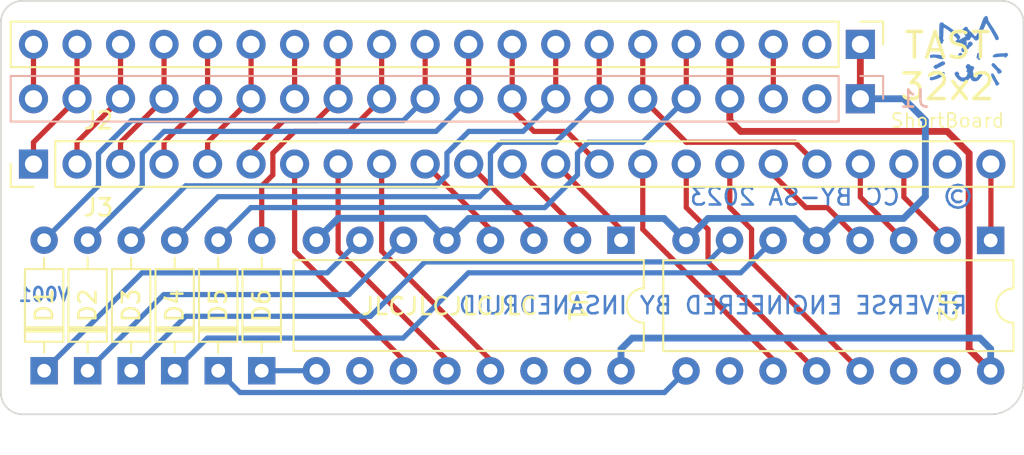
<source format=kicad_pcb>
(kicad_pcb (version 20221018) (generator pcbnew)
  (title_block (title "Tast32x2 for ShortBoards") (date "2022-04-10") (rev "V001") (comment 1 "reverse-engineered in 2022") (comment 2 "creativecommons.org/licenses/by/4.0/") (comment 3 "License: CC BY 4.0") (comment 4 "Author: InsaneDruid"))
  (layers (0 "F.Cu" signal) (31 "B.Cu" signal) (34 "B.Paste" user) (35 "F.Paste" user) (36 "B.SilkS" user "B.Silkscreen") (37 "F.SilkS" user "F.Silkscreen") (38 "B.Mask" user) (39 "F.Mask" user) (44 "Edge.Cuts" user))
  (net 0 "")
  (net 1 "/PB3")
  (net 2 "Net-(D1-K)")
  (net 3 "/PB4")
  (net 4 "Net-(D2-K)")
  (net 5 "/PB5")
  (net 6 "Net-(D3-K)")
  (net 7 "/PB0")
  (net 8 "Net-(D4-K)")
  (net 9 "/PB1")
  (net 10 "Net-(D5-K)")
  (net 11 "/PB2")
  (net 12 "Net-(D6-K)")
  (net 13 "+5V")
  (net 14 "GND")
  (net 15 "/PB6")
  (net 16 "/PB7")
  (net 17 "/PA0")
  (net 18 "/PA5")
  (net 19 "/PA4")
  (net 20 "/PA3")
  (net 21 "/PA2")
  (net 22 "/PA1")
  (net 23 "/RESTORE")
  (net 24 "/PA6")
  (net 25 "/PA7")
  (net 26 "Net-(J3-Pin_7)")
  (net 27 "Net-(J3-Pin_8)")
  (net 28 "Net-(J3-Pin_9)")
  (net 29 "Net-(J3-Pin_10)")
  (net 30 "Net-(J3-Pin_11)")
  (net 31 "Net-(J3-Pin_12)")
  (net 32 "Net-(J3-Pin_13)")
  (net 33 "Net-(J3-Pin_15)")
  (net 34 "Net-(J3-Pin_16)")
  (net 35 "Net-(J3-Pin_17)")
  (net 36 "Net-(J3-Pin_18)")
  (net 37 "Net-(J3-Pin_20)")
  (net 38 "Net-(J3-Pin_21)")
  (net 39 "Net-(J3-Pin_23)")
  (footprint "Diode_THT:D_DO-35_SOD27_P7.62mm_Horizontal" (layer "F.Cu") (at 56.515 44.45 90)
    (fp_text reference "D5")
    (fp_text value "BAT42")
  )
  (footprint "Diode_THT:D_DO-35_SOD27_P7.62mm_Horizontal" (layer "F.Cu") (at 51.435 44.45 90)
    (fp_text reference "D3")
    (fp_text value "BAT42")
  )
  (footprint "tast32x2_lib_fp:PinHeader_1x20_P2.54mm_Vertical" (layer "F.Cu") (at 93.995 25.4025 -90)
    (fp_text reference "J2")
    (fp_text value "Conn_01x20_Male")
  )
  (footprint "Diode_THT:D_DO-35_SOD27_P7.62mm_Horizontal" (layer "F.Cu") (at 53.975 44.45 90)
    (fp_text reference "D4")
    (fp_text value "BAT42")
  )
  (footprint "Package_DIP:DIP-16_W7.62mm" (layer "F.Cu") (at 101.6 36.8425 -90)
    (fp_text reference "U2")
    (fp_text value "74LS148")
  )
  (footprint "Diode_THT:D_DO-35_SOD27_P7.62mm_Horizontal" (layer "F.Cu") (at 46.355 44.45 90)
    (fp_text reference "D1")
    (fp_text value "BAT42")
  )
  (footprint "Diode_THT:D_DO-35_SOD27_P7.62mm_Horizontal" (layer "F.Cu") (at 59.055 44.45 90)
    (fp_text reference "D6")
    (fp_text value "BAT42")
  )
  (footprint "tast32x2_lib_fp:PinHeader_1x23_P2.54mm_Vertical" (layer "F.Cu") (at 45.735 32.3875 90)
    (fp_text reference "J3")
    (fp_text value "Conn_01x23_Male")
  )
  (footprint "Package_DIP:DIP-16_W7.62mm" (layer "F.Cu") (at 80.025 36.8325 -90)
    (fp_text reference "U1")
    (fp_text value "74LS148")
  )
  (footprint "Diode_THT:D_DO-35_SOD27_P7.62mm_Horizontal" (layer "F.Cu") (at 48.895 44.45 90)
    (fp_text reference "D2")
    (fp_text value "BAT42")
  )
  (footprint "Connector_PinSocket_2.54mm:PinSocket_1x20_P2.54mm_Vertical" (layer "B.Cu") (at 93.995 28.5775 90)
    (fp_text reference "J1")
    (fp_text value "Conn_01x20_Female")
  )
  (gr_poly (pts (xy 98.834772 26.390139) (xy 98.841371 26.391308) (xy 98.848196 26.393148) (xy 98.855269 26.395664) (xy 98.86261 26.398865) (xy 98.870239 26.402758) (xy 98.878176 26.407351) (xy 98.886443 26.41265) (xy 98.89506 26.418664) (xy 98.904047 26.4254) (xy 98.913425 26.432865) (xy 98.923214 26.441067) (xy 98.924337 26.442166) (xy 98.925443 26.443546) (xy 98.927593 26.447089) (xy 98.929645 26.45157) (xy 98.931578 26.456862) (xy 98.933374 26.462839) (xy 98.935012 26.469374) (xy 98.936474 26.47634) (xy 98.937739 26.483612) (xy 98.938789 26.491062) (xy 98.939604 26.498564) (xy 98.940163 26.505992) (xy 98.940448 26.513218) (xy 98.940439 26.520118) (xy 98.940117 26.526563) (xy 98.939462 26.532429) (xy 98.938454 26.537587) (xy 98.937377 26.540902) (xy 98.935832 26.544407) (xy 98.933842 26.548081) (xy 98.931435 26.551906) (xy 98.925471 26.55993) (xy 98.918144 26.568325) (xy 98.90966 26.576935) (xy 98.900224 26.585606) (xy 98.890042 26.594184) (xy 98.879319 26.602515) (xy 98.868262 26.610444) (xy 98.857076 26.617817) (xy 98.845966 26.62448) (xy 98.835137 26.630277) (xy 98.824796 26.635054) (xy 98.815149 26.638658) (xy 98.810649 26.639972) (xy 98.806399 26.640934) (xy 98.802426 26.641525) (xy 98.798754 26.641727) (xy 98.796155 26.641902) (xy 98.793147 26.642419) (xy 98.789764 26.643259) (xy 98.786044 26.644406) (xy 98.782022 26.645843) (xy 98.777736 26.647553) (xy 98.77322 26.649521) (xy 98.768512 26.651728) (xy 98.763648 26.654159) (xy 98.758663 26.656796) (xy 98.753595 26.659622) (xy 98.74848 26.662622) (xy 98.743353 26.665778) (xy 98.738252 26.669074) (xy 98.733211 26.672492) (xy 98.728269 26.676017) (xy 98.717216 26.683817) (xy 98.704258 26.691862) (xy 98.688264 26.700696) (xy 98.668103 26.710862) (xy 98.642643 26.722904) (xy 98.610754 26.737363) (xy 98.523164 26.775711) (xy 98.519722 26.77728) (xy 98.516317 26.778883) (xy 98.512969 26.78051) (xy 98.5097 26.782151) (xy 98.506532 26.783796) (xy 98.503485 26.785434) (xy 98.500582 26.787055) (xy 98.497843 26.78865) (xy 98.495291 26.790207) (xy 98.492946 26.791717) (xy 98.490829 26.793169) (xy 98.488963 26.794553) (xy 98.487369 26.795859) (xy 98.486067 26.797077) (xy 98.485533 26.79765) (xy 98.48508 26.798196) (xy 98.484711 26.798716) (xy 98.484429 26.799207) (xy 98.483534 26.80055) (xy 98.482294 26.801956) (xy 98.480731 26.803416) (xy 98.478868 26.804922) (xy 98.474333 26.808036) (xy 98.468871 26.811232) (xy 98.462666 26.814443) (xy 98.455899 26.817602) (xy 98.448752 26.820642) (xy 98.441408 26.823495) (xy 98.434049 26.826096) (xy 98.426857 26.828377) (xy 98.420016 26.830271) (xy 98.413706 26.831711) (xy 98.408111 26.83263) (xy 98.403412 26.832961) (xy 98.401456 26.832885) (xy 98.399792 26.832637) (xy 98.398444 26.832209) (xy 98.397434 26.831592) (xy 98.396535 26.831019) (xy 98.395513 26.830493) (xy 98.394377 26.830015) (xy 98.393138 26.829587) (xy 98.391806 26.829212) (xy 98.390391 26.82889) (xy 98.388903 26.828625) (xy 98.387353 26.828417) (xy 98.385751 26.828268) (xy 98.384108 26.828181) (xy 98.382432 26.828157) (xy 98.380735 26.828198) (xy 98.379027 26.828307) (xy 98.377319 26.828484) (xy 98.375619 26.828731) (xy 98.373939 26.829052) (xy 98.37158 26.829635) (xy 98.369235 26.829937) (xy 98.366858 26.829931) (xy 98.364404 26.829587) (xy 98.361827 26.82888) (xy 98.359082 26.827779) (xy 98.356123 26.826258) (xy 98.352905 26.824289) (xy 98.349381 26.821844) (xy 98.345507 26.818894) (xy 98.341236 26.815412) (xy 98.336524 26.811371) (xy 98.331324 26.806741) (xy 98.325591 26.801496) (xy 98.312344 26.789046) (xy 98.266624 26.745232) (xy 98.278054 26.698242) (xy 98.280128 26.68955) (xy 98.282086 26.681775) (xy 98.28396 26.67487) (xy 98.285783 26.668784) (xy 98.286686 26.666033) (xy 98.287587 26.663468) (xy 98.288493 26.661083) (xy 98.289406 26.658873) (xy 98.29033 26.65683) (xy 98.291271 26.65495) (xy 98.292231 26.653224) (xy 98.293215 26.651648) (xy 98.294226 26.650216) (xy 98.29527 26.64892) (xy 98.29635 26.647756) (xy 98.29747 26.646716) (xy 98.298634 26.645795) (xy 98.299846 26.644986) (xy 98.301111 26.644284) (xy 98.302432 26.643681) (xy 98.303813 26.643173) (xy 98.30526 26.642752) (xy 98.306774 26.642413) (xy 98.308362 26.64215) (xy 98.310026 26.641955) (xy 98.31177 26.641824) (xy 98.3136 26.64175) (xy 98.315519 26.641727) (xy 98.316188 26.641699) (xy 98.316886 26.641617) (xy 98.317611 26.641481) (xy 98.31836 26.641293) (xy 98.319929 26.640764) (xy 98.321581 26.64004) (xy 98.323304 26.63913) (xy 98.325085 26.638043) (xy 98.326913 26.636789) (xy 98.328775 26.635377) (xy 98.330659 26.633816) (xy 98.332554 26.632115) (xy 98.334446 26.630284) (xy 98.336325 26.628332) (xy 98.338178 26.626269) (xy 98.339993 26.624103) (xy 98.341757 26.621844) (xy 98.343459 26.619502) (xy 98.345665 26.616322) (xy 98.347775 26.613442) (xy 98.34981 26.610848) (xy 98.351793 26.608528) (xy 98.353747 26.606468) (xy 98.355693 26.604656) (xy 98.35667 26.603839) (xy 98.357653 26.603078) (xy 98.358646 26.602373) (xy 98.359651 26.601722) (xy 98.360671 26.601122) (xy 98.361709 26.600574) (xy 98.362767 26.600074) (xy 98.363848 26.599621) (xy 98.364956 26.599214) (xy 98.366092 26.59885) (xy 98.368462 26.598249) (xy 98.370981 26.597804) (xy 98.373671 26.597502) (xy 98.376555 26.597331) (xy 98.379654 26.597277) (xy 98.384314 26.597095) (xy 98.389432 26.596567) (xy 98.394929 26.59572) (xy 98.400728 26.594578) (xy 98.40675 26.593168) (xy 98.412917 26.591517) (xy 98.419151 26.58965) (xy 98.425374 26.587593) (xy 98.431508 26.585372) (xy 98.437474 26.583014) (xy 98.443194 26.580544) (xy 98.448591 26.577989) (xy 98.453586 26.575374) (xy 98.458101 26.572725) (xy 98.462058 26.570069) (xy 98.465379 26.567432) (xy 98.466382 26.566606) (xy 98.467477 26.565801) (xy 98.468655 26.565019) (xy 98.469903 26.564266) (xy 98.471211 26.563547) (xy 98.472567 26.562866) (xy 98.473961 26.562228) (xy 98.47538 26.561637) (xy 98.476815 26.561099) (xy 98.478253 26.560617) (xy 98.479683 26.560196) (xy 98.481095 26.559841) (xy 98.482477 26.559558) (xy 98.483819 26.559349) (xy 98.485108 26.559221) (xy 98.486334 26.559177) (xy 98.486871 26.559164) (xy 98.487412 26.559126) (xy 98.487954 26.559063) (xy 98.488497 26.558976) (xy 98.48904 26.558866) (xy 98.489582 26.558733) (xy 98.490122 26.558578) (xy 98.49066 26.558403) (xy 98.491194 26.558207) (xy 98.491723 26.557991) (xy 98.492246 26.557756) (xy 98.492763 26.557502) (xy 98.493774 26.556943) (xy 98.494748 26.556319) (xy 98.495677 26.555636) (xy 98.496553 26.554898) (xy 98.49697 26.554511) (xy 98.497371 26.554112) (xy 98.497755 26.553703) (xy 98.498121 26.553283) (xy 98.498469 26.552854) (xy 98.498797 26.552417) (xy 98.499105 26.551972) (xy 98.499391 26.55152) (xy 98.499655 26.551061) (xy 98.499896 26.550596) (xy 98.500112 26.550126) (xy 98.500304 26.549652) (xy 98.501776 26.54727) (xy 98.504473 26.54432) (xy 98.513235 26.536884) (xy 98.525974 26.527678) (xy 98.542075 26.517039) (xy 98.581899 26.492803) (xy 98.62778 26.466864) (xy 98.674793 26.441906) (xy 98.71801 26.420618) (xy 98.736656 26.412189) (xy 98.752506 26.405684) (xy 98.764944 26.40144) (xy 98.773354 26.399792) (xy 98.775301 26.399762) (xy 98.777321 26.399676) (xy 98.7794 26.399536) (xy 98.78152 26.399345) (xy 98.783666 26.399106) (xy 98.785822 26.398821) (xy 98.787973 26.398493) (xy 98.790102 26.398125) (xy 98.792194 26.39772) (xy 98.794233 26.39728) (xy 98.796204 26.396809) (xy 98.798089 26.396309) (xy 98.799874 26.395783) (xy 98.801543 26.395234) (xy 98.80308 26.394664) (xy 98.804469 26.394077) (xy 98.810239 26.392009) (xy 98.816135 26.390574) (xy 98.822175 26.389779) (xy 98.828381 26.389632)) (fill solid) (layer "B.Cu"))
  (gr_poly (pts (xy 101.760339 26.489756) (xy 101.766905 26.491098) (xy 101.773831 26.493429) (xy 101.78121 26.496828) (xy 101.789131 26.501372) (xy 101.797688 26.507141) (xy 101.806969 26.514213) (xy 101.817068 26.522664) (xy 101.828074 26.532574) (xy 101.840079 26.544021) (xy 101.853174 26.557082) (xy 101.867451 26.571837) (xy 101.899913 26.606737) (xy 101.938194 26.649346) (xy 101.965813 26.67953) (xy 101.994957 26.710197) (xy 102.024354 26.740106) (xy 102.052732 26.768012) (xy 102.078818 26.792674) (xy 102.090603 26.803401) (xy 102.101339 26.812849) (xy 102.110865 26.820866) (xy 102.119024 26.827294) (xy 102.125654 26.83198) (xy 102.130599 26.834767) (xy 102.135879 26.837159) (xy 102.141021 26.839828) (xy 102.146052 26.842797) (xy 102.150998 26.846088) (xy 102.155884 26.849725) (xy 102.160736 26.853731) (xy 102.165581 26.85813) (xy 102.170445 26.862945) (xy 102.175353 26.868199) (xy 102.180332 26.873915) (xy 102.185408 26.880116) (xy 102.190606 26.886827) (xy 102.195953 26.894069) (xy 102.201476 26.901867) (xy 102.207199 26.910243) (xy 102.213149 26.919221) (xy 102.219636 26.929333) (xy 102.22531 26.938317) (xy 102.230207 26.946299) (xy 102.234362 26.953402) (xy 102.237809 26.95975) (xy 102.239279 26.962679) (xy 102.240585 26.965466) (xy 102.241732 26.968126) (xy 102.242725 26.970674) (xy 102.243567 26.973127) (xy 102.244264 26.975498) (xy 102.244819 26.977805) (xy 102.245237 26.980062) (xy 102.245523 26.982285) (xy 102.24568 26.984489) (xy 102.245714 26.98669) (xy 102.245628 26.988903) (xy 102.245428 26.991143) (xy 102.245117 26.993427) (xy 102.2447 26.99577) (xy 102.244181 26.998186) (xy 102.242857 27.003303) (xy 102.241179 27.008902) (xy 102.239184 27.015107) (xy 102.236854 27.021707) (xy 102.23439 27.027937) (xy 102.23179 27.033796) (xy 102.229053 27.039286) (xy 102.226179 27.044408) (xy 102.223166 27.049162) (xy 102.220013 27.05355) (xy 102.218385 27.055607) (xy 102.21672 27.057572) (xy 102.215021 27.059446) (xy 102.213286 27.06123) (xy 102.211516 27.062922) (xy 102.209709 27.064524) (xy 102.207867 27.066035) (xy 102.20599 27.067455) (xy 102.204076 27.068785) (xy 102.202125 27.070024) (xy 102.200139 27.071173) (xy 102.198116 27.072233) (xy 102.196057 27.073202) (xy 102.193961 27.074081) (xy 102.191828 27.074871) (xy 102.189659 27.07557) (xy 102.187452 27.076181) (xy 102.185209 27.076702) (xy 102.183344 27.077236) (xy 102.181337 27.077882) (xy 102.179206 27.078633) (xy 102.176974 27.07948) (xy 102.172283 27.081434) (xy 102.169866 27.082527) (xy 102.167429 27.083687) (xy 102.164991 27.084906) (xy 102.162574 27.086177) (xy 102.160198 27.087493) (xy 102.157884 27.088846) (xy 102.155651 27.090229) (xy 102.15352 27.091634) (xy 102.151513 27.093054) (xy 102.149648 27.094482) (xy 102.147657 27.096006) (xy 102.145501 27.097481) (xy 102.143197 27.098899) (xy 102.140759 27.100256) (xy 102.138201 27.101546) (xy 102.13554 27.102764) (xy 102.132789 27.103903) (xy 102.129964 27.104959) (xy 102.127079 27.105926) (xy 102.12415 27.106797) (xy 102.12119 27.107568) (xy 102.118216 27.108233) (xy 102.115242 27.108787) (xy 102.112283 27.109223) (xy 102.109354 27.109536) (xy 102.106469 27.109721) (xy 102.100962 27.110045) (xy 102.095039 27.110525) (xy 102.088877 27.111139) (xy 102.082656 27.111865) (xy 102.076554 27.112679) (xy 102.07075 27.113561) (xy 102.065422 27.114488) (xy 102.060749 27.115436) (xy 102.057759 27.115962) (xy 102.05496 27.116339) (xy 102.05232 27.116553) (xy 102.049805 27.116587) (xy 102.047383 27.116429) (xy 102.046197 27.116272) (xy 102.045021 27.116062) (xy 102.043853 27.115795) (xy 102.042688 27.115471) (xy 102.041521 27.115088) (xy 102.040349 27.114643) (xy 102.039168 27.114135) (xy 102.037974 27.113561) (xy 102.035529 27.112212) (xy 102.032981 27.11058) (xy 102.030298 27.10865) (xy 102.027448 27.106408) (xy 102.024399 27.103838) (xy 102.021116 27.100926) (xy 102.017568 27.097656) (xy 102.013851 27.09423) (xy 102.010536 27.09105) (xy 102.007598 27.08805) (xy 102.005007 27.085165) (xy 102.002737 27.082328) (xy 102.000758 27.079474) (xy 101.999044 27.076535) (xy 101.997566 27.073447) (xy 101.996296 27.070144) (xy 101.995207 27.066558) (xy 101.994271 27.062624) (xy 101.993458 27.058277) (xy 101.992743 27.053449) (xy 101.992097 27.048076) (xy 101.990899 27.035427) (xy 101.989027 27.017753) (xy 101.987641 27.009913) (xy 101.98569 27.002387) (xy 101.982976 26.994913) (xy 101.979301 26.987229) (xy 101.974468 26.979072) (xy 101.968277 26.97018) (xy 101.960531 26.960292) (xy 101.951032 26.949144) (xy 101.939581 26.936474) (xy 101.92598 26.92202) (xy 101.891537 26.88671) (xy 101.846119 26.841117) (xy 101.800885 26.79498) (xy 101.757139 26.749677) (xy 101.719942 26.710565) (xy 101.694354 26.683002) (xy 101.680106 26.666564) (xy 101.674351 26.65977) (xy 101.66943 26.653772) (xy 101.665283 26.64845) (xy 101.663481 26.646007) (xy 101.66185 26.643689) (xy 101.660382 26.641481) (xy 101.659071 26.63937) (xy 101.657909 26.63734) (xy 101.656889 26.635377) (xy 101.656002 26.633465) (xy 101.655242 26.631592) (xy 101.6546 26.629741) (xy 101.654071 26.627898) (xy 101.653645 26.626049) (xy 101.653317 26.624178) (xy 101.653077 26.622272) (xy 101.65292 26.620315) (xy 101.652837 26.618293) (xy 101.652821 26.616192) (xy 101.65296 26.611691) (xy 101.653277 26.606695) (xy 101.653714 26.601087) (xy 101.654704 26.59191) (xy 101.656011 26.583186) (xy 101.657637 26.574907) (xy 101.658572 26.570932) (xy 101.659587 26.567064) (xy 101.660685 26.563304) (xy 101.661865 26.55965) (xy 101.663128 26.5561) (xy 101.664474 26.552654) (xy 101.665904 26.549311) (xy 101.667418 26.54607) (xy 101.669016 26.542929) (xy 101.6707 26.539888) (xy 101.672469 26.536946) (xy 101.674325 26.534101) (xy 101.676266 26.531353) (xy 101.678295 26.5287) (xy 101.680411 26.526142) (xy 101.682615 26.523677) (xy 101.684908 26.521304) (xy 101.687289 26.519023) (xy 101.68976 26.516832) (xy 101.69232 26.51473) (xy 101.694971 26.512716) (xy 101.697712 26.510789) (xy 101.700545 26.508948) (xy 101.703469 26.507192) (xy 101.706485 26.505521) (xy 101.709594 26.503932) (xy 101.712611 26.502519) (xy 101.715697 26.501142) (xy 101.721986 26.498524) (xy 101.72829 26.496129) (xy 101.734438 26.49401) (xy 101.740259 26.492218) (xy 101.742992 26.491461) (xy 101.74558 26.490805) (xy 101.748001 26.490257) (xy 101.750232 26.489824) (xy 101.752254 26.489512) (xy 101.754044 26.489327)) (fill solid) (layer "B.Cu"))
  (gr_poly (pts (xy 101.707433 27.093874) (xy 101.711742 27.094278) (xy 101.716031 27.094987) (xy 101.720302 27.096003) (xy 101.724555 27.097326) (xy 101.728792 27.098955) (xy 101.733012 27.100891) (xy 101.737216 27.103133) (xy 101.741406 27.105683) (xy 101.745581 27.10854) (xy 101.749743 27.111704) (xy 101.753892 27.115175) (xy 101.75803 27.118954) (xy 101.762155 27.12304) (xy 101.76627 27.127434) (xy 101.770375 27.132135) (xy 101.778558 27.142462) (xy 101.786709 27.154022) (xy 101.794834 27.166815) (xy 101.802939 27.180842) (xy 101.81299 27.19882) (xy 101.823338 27.217037) (xy 101.832853 27.233348) (xy 101.836945 27.24012) (xy 101.840404 27.245612) (xy 101.841935 27.247908) (xy 101.843429 27.250261) (xy 101.844876 27.252654) (xy 101.846268 27.255067) (xy 101.847596 27.257485) (xy 101.848854 27.259888) (xy 101.850031 27.26226) (xy 101.851119 27.264582) (xy 101.852111 27.266838) (xy 101.852998 27.269009) (xy 101.853772 27.271077) (xy 101.854423 27.273026) (xy 101.854945 27.274837) (xy 101.855327 27.276492) (xy 101.855563 27.277975) (xy 101.855644 27.279267) (xy 101.855724 27.280537) (xy 101.855961 27.281957) (xy 101.856347 27.283513) (xy 101.856874 27.28519) (xy 101.857535 27.286976) (xy 101.858323 27.288855) (xy 101.859229 27.290814) (xy 101.860247 27.29284) (xy 101.86137 27.294917) (xy 101.862589 27.297033) (xy 101.863898 27.299173) (xy 101.865288 27.301323) (xy 101.866753 27.303469) (xy 101.868284 27.305598) (xy 101.869875 27.307695) (xy 101.871519 27.309747) (xy 101.873162 27.311679) (xy 101.874753 27.313657) (xy 101.876285 27.315667) (xy 101.87775 27.317694) (xy 101.87914 27.319725) (xy 101.880448 27.321746) (xy 101.881668 27.323742) (xy 101.88279 27.325701) (xy 101.883808 27.327607) (xy 101.884715 27.329448) (xy 101.885502 27.331208) (xy 101.886163 27.332874) (xy 101.88669 27.334433) (xy 101.887076 27.33587) (xy 101.887313 27.337171) (xy 101.887373 27.337766) (xy 101.887394 27.338322) (xy 101.887518 27.339471) (xy 101.887884 27.340996) (xy 101.888478 27.34287) (xy 101.889289 27.345069) (xy 101.891512 27.350332) (xy 101.894458 27.356578) (xy 101.898029 27.363598) (xy 101.902128 27.371183) (xy 101.906658 27.379126) (xy 101.911523 27.387217) (xy 101.921783 27.404441) (xy 101.932637 27.423094) (xy 101.942778 27.440795) (xy 101.950894 27.455161) (xy 101.981373 27.511042) (xy 101.982942 27.513763) (xy 101.984545 27.516441) (xy 101.986172 27.51906) (xy 101.987813 27.521609) (xy 101.989458 27.524071) (xy 101.991096 27.526434) (xy 101.992717 27.528684) (xy 101.994312 27.530806) (xy 101.995869 27.532787) (xy 101.997379 27.534612) (xy 101.998831 27.536269) (xy 102.000215 27.537741) (xy 102.001522 27.539017) (xy 102.002739 27.540082) (xy 102.003858 27.540921) (xy 102.004378 27.541252) (xy 102.004869 27.541522) (xy 102.005954 27.542045) (xy 102.007292 27.543003) (xy 102.010651 27.546109) (xy 102.014795 27.55062) (xy 102.019573 27.556315) (xy 102.024835 27.562974) (xy 102.03043 27.570376) (xy 102.042016 27.586527) (xy 102.053126 27.603006) (xy 102.062555 27.618049) (xy 102.066261 27.624481) (xy 102.069096 27.629892) (xy 102.070907 27.634063) (xy 102.071381 27.635614) (xy 102.071544 27.636772) (xy 102.071568 27.63709) (xy 102.071639 27.637447) (xy 102.071918 27.638275) (xy 102.072372 27.639244) (xy 102.072992 27.640344) (xy 102.073768 27.641562) (xy 102.074691 27.642889) (xy 102.075752 27.644312) (xy 102.076941 27.64582) (xy 102.078249 27.647404) (xy 102.079667 27.64905) (xy 102.081186 27.650748) (xy 102.082795 27.652488) (xy 102.08625 27.656045) (xy 102.088078 27.65784) (xy 102.089959 27.659632) (xy 102.092886 27.662265) (xy 102.095484 27.664712) (xy 102.097768 27.66701) (xy 102.099752 27.669196) (xy 102.101449 27.671308) (xy 102.102194 27.672348) (xy 102.102873 27.673383) (xy 102.103488 27.674419) (xy 102.104039 27.675458) (xy 102.10453 27.676507) (xy 102.104961 27.67757) (xy 102.105334 27.678652) (xy 102.105651 27.679757) (xy 102.105914 27.68089) (xy 102.106125 27.682055) (xy 102.106285 27.683258) (xy 102.106396 27.684502) (xy 102.106479 27.687135) (xy 102.106386 27.689991) (xy 102.106133 27.693108) (xy 102.105732 27.696522) (xy 102.105199 27.700272) (xy 102.10454 27.703767) (xy 102.103743 27.707126) (xy 102.102785 27.71038) (xy 102.101647 27.713557) (xy 102.100307 27.716685) (xy 102.098747 27.719794) (xy 102.096945 27.722912) (xy 102.09488 27.726069) (xy 102.092532 27.729292) (xy 102.089882 27.732611) (xy 102.086907 27.736054) (xy 102.083589 27.739652) (xy 102.079906 27.743431) (xy 102.075837 27.747422) (xy 102.071363 27.751652) (xy 102.066464 27.756152) (xy 102.059021 27.762689) (xy 102.05148 27.768953) (xy 102.043879 27.774923) (xy 102.036252 27.780579) (xy 102.028636 27.7859) (xy 102.021067 27.790866) (xy 102.013583 27.795455) (xy 102.006218 27.799649) (xy 101.99901 27.803426) (xy 101.991994 27.806765) (xy 101.985207 27.809647) (xy 101.978685 27.812051) (xy 101.972464 27.813957) (xy 101.966581 27.815343) (xy 101.961072 27.81619) (xy 101.955974 27.816477) (xy 101.953718 27.816387) (xy 101.95147 27.816114) (xy 101.949225 27.815656) (xy 101.946975 27.815008) (xy 101.944713 27.814167) (xy 101.942434 27.813128) (xy 101.940131 27.811888) (xy 101.937797 27.810444) (xy 101.935426 27.808791) (xy 101.933011 27.806927) (xy 101.930546 27.804846) (xy 101.928024 27.802546) (xy 101.925439 27.800023) (xy 101.922784 27.797273) (xy 101.920053 27.794292) (xy 101.917239 27.791077) (xy 101.914971 27.788489) (xy 101.912704 27.785974) (xy 101.910452 27.783545) (xy 101.90823 27.781214) (xy 101.906052 27.778995) (xy 101.903933 27.776901) (xy 101.901889 27.774944) (xy 101.899935 27.773138) (xy 101.898084 27.771495) (xy 101.896353 27.77003) (xy 101.894756 27.768754) (xy 101.893307 27.767681) (xy 101.892022 27.766823) (xy 101.890916 27.766195) (xy 101.890434 27.765971) (xy 101.890003 27.765808) (xy 101.889624 27.76571) (xy 101.889299 27.765677) (xy 101.88894 27.765658) (xy 101.888578 27.765603) (xy 101.888213 27.765513) (xy 101.887846 27.765388) (xy 101.887478 27.765228) (xy 101.887109 27.765036) (xy 101.886372 27.764555) (xy 101.885638 27.763952) (xy 101.884912 27.763232) (xy 101.884199 27.762403) (xy 101.883504 27.76147) (xy 101.882832 27.76044) (xy 101.882186 27.75932) (xy 101.881572 27.758117) (xy 101.880994 27.756836) (xy 101.880457 27.755485) (xy 101.879966 27.754069) (xy 101.879525 27.752596) (xy 101.879139 27.751072) (xy 101.878169 27.747507) (xy 101.876738 27.742678) (xy 101.872789 27.730116) (xy 101.867887 27.715174) (xy 101.862629 27.699636) (xy 101.861238 27.695748) (xy 101.859926 27.691952) (xy 101.858698 27.688268) (xy 101.857559 27.684714) (xy 101.856512 27.681309) (xy 101.855563 27.678071) (xy 101.854716 27.67502) (xy 101.853977 27.672173) (xy 101.853349 27.669549) (xy 101.852837 27.667167) (xy 101.852446 27.665046) (xy 101.852181 27.663203) (xy 101.852046 27.661659) (xy 101.852046 27.66043) (xy 101.852098 27.659941) (xy 101.852185 27.659537) (xy 101.852309 27.659221) (xy 101.852469 27.658997) (xy 101.852762 27.658546) (xy 101.852929 27.657916) (xy 101.852976 27.657115) (xy 101.852907 27.656154) (xy 101.852439 27.653789) (xy 101.851566 27.6509) (xy 101.850324 27.647565) (xy 101.848752 27.643861) (xy 101.846888 27.639867) (xy 101.844769 27.63566) (xy 101.842435 27.63132) (xy 101.839924 27.626924) (xy 101.837273 27.622551) (xy 101.83452 27.618277) (xy 101.831704 27.614183) (xy 101.828863 27.610345) (xy 101.826035 27.606842) (xy 101.823259 27.603752) (xy 101.820317 27.600136) (xy 101.816366 27.594707) (xy 101.806094 27.579493) (xy 101.793768 27.560275) (xy 101.780714 27.53922) (xy 101.768254 27.518492) (xy 101.757715 27.500256) (xy 101.75042 27.48668) (xy 101.748403 27.482315) (xy 101.747694 27.479927) (xy 101.747591 27.479409) (xy 101.747291 27.478581) (xy 101.746136 27.476067) (xy 101.744312 27.472526) (xy 101.741899 27.4681) (xy 101.738981 27.462929) (xy 101.735639 27.457156) (xy 101.728009 27.444367) (xy 101.721384 27.433251) (xy 101.714215 27.419886) (xy 101.706625 27.404595) (xy 101.698739 27.387703) (xy 101.682579 27.350415) (xy 101.666731 27.31062) (xy 101.652193 27.270914) (xy 101.639962 27.233894) (xy 101.635023 27.217203) (xy 101.631035 27.202158) (xy 101.628122 27.189082) (xy 101.626409 27.178302) (xy 101.624823 27.162321) (xy 101.624359 27.155756) (xy 101.624196 27.149995) (xy 101.624246 27.147382) (xy 101.624394 27.144929) (xy 101.624648 27.142624) (xy 101.625014 27.140451) (xy 101.6255 27.138398) (xy 101.626115 27.136451) (xy 101.626865 27.134596) (xy 101.627758 27.13282) (xy 101.628802 27.131109) (xy 101.630005 27.12945) (xy 101.631373 27.127828) (xy 101.632914 27.126231) (xy 101.634636 27.124644) (xy 101.636547 27.123055) (xy 101.638654 27.121448) (xy 101.640964 27.119812) (xy 101.646226 27.116395) (xy 101.652393 27.112695) (xy 101.667684 27.104007) (xy 101.672195 27.101659) (xy 101.676681 27.099616) (xy 101.681143 27.097879) (xy 101.68558 27.096447) (xy 101.689995 27.095321) (xy 101.694386 27.094501) (xy 101.698756 27.093986) (xy 101.703105 27.093777)) (fill solid) (layer "B.Cu"))
  (gr_poly (pts (xy 101.356295 23.741047) (xy 101.358526 23.741166) (xy 101.360672 23.741407) (xy 101.36279 23.74177) (xy 101.364937 23.742257) (xy 101.36717 23.742872) (xy 101.369545 23.743614) (xy 101.372119 23.744487) (xy 101.374949 23.745492) (xy 101.376532 23.746196) (xy 101.378177 23.74711) (xy 101.379873 23.748219) (xy 101.381606 23.74951) (xy 101.383366 23.750968) (xy 101.38514 23.75258) (xy 101.386915 23.754331) (xy 101.388681 23.756207) (xy 101.390424 23.758196) (xy 101.392132 23.760282) (xy 101.393794 23.762451) (xy 101.395398 23.764691) (xy 101.396931 23.766986) (xy 101.398381 23.769323) (xy 101.399736 23.771688) (xy 101.400984 23.774067) (xy 101.402076 23.776326) (xy 101.403204 23.778571) (xy 101.404358 23.780786) (xy 101.405528 23.782957) (xy 101.406706 23.785068) (xy 101.407882 23.787104) (xy 101.409047 23.789051) (xy 101.410191 23.790894) (xy 101.411306 23.792618) (xy 101.412381 23.794208) (xy 101.413409 23.79565) (xy 101.414378 23.796927) (xy 101.415281 23.798026) (xy 101.416107 23.798931) (xy 101.416848 23.799628) (xy 101.417183 23.799894) (xy 101.417494 23.800102) (xy 101.418628 23.800914) (xy 101.419767 23.801914) (xy 101.422049 23.804449) (xy 101.424318 23.807641) (xy 101.426552 23.811423) (xy 101.428731 23.81573) (xy 101.430832 23.820495) (xy 101.432835 23.825653) (xy 101.434718 23.831138) (xy 101.43646 23.836883) (xy 101.438038 23.842822) (xy 101.439433 23.848889) (xy 101.440622 23.855019) (xy 101.441584 23.861146) (xy 101.442297 23.867202) (xy 101.442741 23.873123) (xy 101.442894 23.878842) (xy 101.443106 23.885684) (xy 101.44373 23.893072) (xy 101.444744 23.90094) (xy 101.446128 23.909223) (xy 101.447862 23.917855) (xy 101.449926 23.926772) (xy 101.452298 23.935908) (xy 101.454959 23.945199) (xy 101.457887 23.95458) (xy 101.461063 23.963984) (xy 101.464466 23.973347) (xy 101.468075 23.982605) (xy 101.471871 23.991691) (xy 101.475832 24.000541) (xy 101.479938 24.00909) (xy 101.484169 24.017272) (xy 101.507918 24.061212) (xy 101.52843 24.098641) (xy 101.54604 24.130132) (xy 101.561083 24.156257) (xy 101.573894 24.177591) (xy 101.579566 24.186639) (xy 101.584806 24.194705) (xy 101.589656 24.201858) (xy 101.594157 24.208172) (xy 101.59835 24.213718) (xy 101.602279 24.218567) (xy 101.604107 24.220706) (xy 101.606011 24.223059) (xy 101.609988 24.22831) (xy 101.614099 24.234127) (xy 101.618233 24.240316) (xy 101.622278 24.246683) (xy 101.626121 24.253035) (xy 101.629652 24.25918) (xy 101.632759 24.264922) (xy 101.634089 24.26765) (xy 101.635454 24.270347) (xy 101.636843 24.272995) (xy 101.638246 24.275578) (xy 101.639652 24.278079) (xy 101.641052 24.280482) (xy 101.642436 24.282769) (xy 101.643792 24.284924) (xy 101.645111 24.286931) (xy 101.646383 24.288772) (xy 101.647597 24.29043) (xy 101.648743 24.29189) (xy 101.649811 24.293133) (xy 101.65079 24.294144) (xy 101.651244 24.294557) (xy 101.651671 24.294906) (xy 101.652072 24.295188) (xy 101.652444 24.295402) (xy 101.653231 24.296039) (xy 101.654155 24.296984) (xy 101.655206 24.29822) (xy 101.656373 24.299728) (xy 101.659007 24.303483) (xy 101.661969 24.308102) (xy 101.665169 24.313435) (xy 101.668517 24.319333) (xy 101.671926 24.325649) (xy 101.675304 24.332232) (xy 101.677064 24.335754) (xy 101.678997 24.339398) (xy 101.681083 24.343135) (xy 101.683301 24.346936) (xy 101.688051 24.354623) (xy 101.693084 24.362236) (xy 101.698236 24.369551) (xy 101.703343 24.376345) (xy 101.705829 24.379476) (xy 101.708242 24.382394) (xy 101.710562 24.385071) (xy 101.712769 24.387477) (xy 101.715109 24.389912) (xy 101.717593 24.392673) (xy 101.722909 24.399046) (xy 101.728552 24.406341) (xy 101.734359 24.414306) (xy 101.740166 24.422687) (xy 101.745809 24.431232) (xy 101.751124 24.439688) (xy 101.755949 24.447802) (xy 101.768376 24.469361) (xy 101.780356 24.489662) (xy 101.791801 24.50858) (xy 101.802621 24.525986) (xy 101.812727 24.541756) (xy 101.822028 24.555762) (xy 101.830437 24.567878) (xy 101.837864 24.577977) (xy 101.84168 24.583326) (xy 101.84589 24.589695) (xy 101.850354 24.596852) (xy 101.854929 24.604567) (xy 101.859475 24.61261) (xy 101.863849 24.62075) (xy 101.867911 24.628756) (xy 101.871519 24.636397) (xy 101.873213 24.640084) (xy 101.874954 24.643748) (xy 101.876729 24.647365) (xy 101.878524 24.650913) (xy 101.880326 24.654367) (xy 101.882123 24.657705) (xy 101.883901 24.660904) (xy 101.885647 24.66394) (xy 101.887349 24.66679) (xy 101.888994 24.66943) (xy 101.890567 24.671838) (xy 101.892057 24.673991) (xy 101.89345 24.675864) (xy 101.894733 24.677435) (xy 101.895894 24.67868) (xy 101.896919 24.679577) (xy 101.897863 24.680454) (xy 101.898786 24.681411) (xy 101.899684 24.682441) (xy 101.90055 24.683536) (xy 101.901379 24.684686) (xy 101.902165 24.685884) (xy 101.902902 24.68712) (xy 101.903586 24.688388) (xy 101.90421 24.689677) (xy 101.904769 24.690981) (xy 101.905258 24.69229) (xy 101.90567 24.693597) (xy 101.906 24.694892) (xy 101.906243 24.696168) (xy 101.906393 24.697415) (xy 101.906444 24.698627) (xy 101.906509 24.699748) (xy 101.906702 24.700961) (xy 101.907013 24.702252) (xy 101.907436 24.703608) (xy 101.907963 24.705016) (xy 101.908587 24.706463) (xy 101.9093 24.707936) (xy 101.910095 24.709422) (xy 101.910964 24.710908) (xy 101.911901 24.712381) (xy 101.912897 24.713828) (xy 101.913945 24.715236) (xy 101.915037 24.716592) (xy 101.916167 24.717883) (xy 101.917327 24.719095) (xy 101.918509 24.720217) (xy 101.91989 24.721575) (xy 101.921406 24.723251) (xy 101.92304 24.725224) (xy 101.924779 24.72747) (xy 101.92851 24.732685) (xy 101.932479 24.738711) (xy 101.936567 24.745363) (xy 101.940655 24.752453) (xy 101.944623 24.759796) (xy 101.948354 24.767207) (xy 101.95214 24.775056) (xy 101.956262 24.783211) (xy 101.960576 24.79144) (xy 101.964943 24.799512) (xy 101.969221 24.807198) (xy 101.973268 24.814266) (xy 101.976943 24.820486) (xy 101.980104 24.825627) (xy 101.98165 24.827953) (xy 101.983187 24.830392) (xy 101.984705 24.832924) (xy 101.986196 24.835529) (xy 101.987649 24.838186) (xy 101.989056 24.840874) (xy 101.991692 24.846264) (xy 101.992904 24.848925) (xy 101.994031 24.851535) (xy 101.995066 24.854075) (xy 101.995999 24.856524) (xy 101.996819 24.85886) (xy 101.997519 24.861065) (xy 101.998089 24.863118) (xy 101.998519 24.864997) (xy 101.999068 24.866721) (xy 101.999755 24.868548) (xy 102.000571 24.870462) (xy 102.001505 24.872448) (xy 102.002547 24.87449) (xy 102.003687 24.876572) (xy 102.004914 24.878678) (xy 102.006218 24.880792) (xy 102.007589 24.882899) (xy 102.009017 24.884983) (xy 102.010492 24.887028) (xy 102.012003 24.889018) (xy 102.013539 24.890937) (xy 102.015092 24.892769) (xy 102.01665 24.8945) (xy 102.018204 24.896112) (xy 102.019735 24.89759) (xy 102.021229 24.899158) (xy 102.022676 24.9008) (xy 102.024068 24.902501) (xy 102.025396 24.904248) (xy 102.026653 24.906024) (xy 102.027831 24.907815) (xy 102.028919 24.909606) (xy 102.029911 24.911382) (xy 102.030798 24.913128) (xy 102.031572 24.91483) (xy 102.032223 24.916472) (xy 102.032745 24.918039) (xy 102.033127 24.919518) (xy 102.033363 24.920892) (xy 102.033423 24.921535) (xy 102.033444 24.922147) (xy 102.033561 24.923459) (xy 102.033904 24.92523) (xy 102.03522 24.930025) (xy 102.037295 24.936278) (xy 102.040032 24.943737) (xy 102.043335 24.952148) (xy 102.047106 24.961259) (xy 102.05125 24.970816) (xy 102.055668 24.980567) (xy 102.060171 24.990691) (xy 102.064153 25.000362) (xy 102.067616 25.009603) (xy 102.070561 25.018438) (xy 102.072989 25.02689) (xy 102.074901 25.034982) (xy 102.076297 25.042737) (xy 102.077179 25.050179) (xy 102.077548 25.05733) (xy 102.077404 25.064214) (xy 102.07714 25.067564) (xy 102.076748 25.070855) (xy 102.076229 25.074091) (xy 102.075582 25.077275) (xy 102.074807 25.08041) (xy 102.073906 25.083498) (xy 102.072877 25.086543) (xy 102.071721 25.089547) (xy 102.069028 25.095446) (xy 102.065829 25.101217) (xy 102.061963 25.107075) (xy 102.057969 25.112517) (xy 102.053825 25.117554) (xy 102.049507 25.122202) (xy 102.044992 25.126473) (xy 102.040256 25.130383) (xy 102.035277 25.133946) (xy 102.030031 25.137174) (xy 102.024494 25.140082) (xy 102.018644 25.142684) (xy 102.012457 25.144994) (xy 102.005911 25.147026) (xy 101.998981 25.148794) (xy 101.991644 25.150312) (xy 101.983878 25.151593) (xy 101.975659 25.152652) (xy 101.962355 25.154041) (xy 101.95681 25.154482) (xy 101.951856 25.154716) (xy 101.947382 25.154711) (xy 101.945291 25.15461) (xy 101.943278 25.154438) (xy 101.941329 25.154192) (xy 101.939431 25.153867) (xy 101.937571 25.153461) (xy 101.935733 25.152969) (xy 101.933905 25.152388) (xy 101.932072 25.151714) (xy 101.930221 25.150943) (xy 101.928338 25.150072) (xy 101.924419 25.148013) (xy 101.920205 25.145508) (xy 101.915586 25.142527) (xy 101.910451 25.139039) (xy 101.898189 25.130427) (xy 101.892969 25.126643) (xy 101.888253 25.123137) (xy 101.884023 25.119887) (xy 101.88026 25.116874) (xy 101.876947 25.114076) (xy 101.875454 25.112752) (xy 101.874067 25.111474) (xy 101.872784 25.110239) (xy 101.871602 25.109046) (xy 101.87052 25.107892) (xy 101.869534 25.106773) (xy 101.868644 25.105688) (xy 101.867846 25.104634) (xy 101.867138 25.103608) (xy 101.866519 25.102608) (xy 101.865986 25.101632) (xy 101.865537 25.100676) (xy 101.865169 25.099738) (xy 101.864881 25.098816) (xy 101.86467 25.097906) (xy 101.864534 25.097008) (xy 101.86447 25.096117) (xy 101.864478 25.095231) (xy 101.864553 25.094349) (xy 101.864695 25.093466) (xy 101.864901 25.092581) (xy 101.865169 25.091692) (xy 101.865753 25.088901) (xy 101.865825 25.085495) (xy 101.865363 25.081428) (xy 101.864345 25.07665) (xy 101.862751 25.071113) (xy 101.860559 25.064769) (xy 101.854294 25.049464) (xy 101.845381 25.03035) (xy 101.833647 25.007038) (xy 101.818922 24.979143) (xy 101.801034 24.946277) (xy 101.747059 24.847852) (xy 101.736651 24.828345) (xy 101.726183 24.808482) (xy 101.709594 24.776732) (xy 101.708264 24.774004) (xy 101.7069 24.771307) (xy 101.705514 24.768659) (xy 101.704117 24.766076) (xy 101.70272 24.763574) (xy 101.701334 24.761172) (xy 101.69997 24.758885) (xy 101.69864 24.756729) (xy 101.697354 24.754723) (xy 101.696125 24.752882) (xy 101.694962 24.751224) (xy 101.693877 24.749764) (xy 101.692882 24.748521) (xy 101.691987 24.747509) (xy 101.691204 24.746748) (xy 101.690858 24.746465) (xy 101.690544 24.746252) (xy 101.689749 24.745585) (xy 101.688802 24.744551) (xy 101.687714 24.74317) (xy 101.686496 24.741459) (xy 101.683713 24.737132) (xy 101.680543 24.731726) (xy 101.677075 24.725397) (xy 101.673399 24.718302) (xy 101.669604 24.710596) (xy 101.665779 24.702437) (xy 101.66166 24.694374) (xy 101.657474 24.686512) (xy 101.653333 24.679052) (xy 101.649348 24.672195) (xy 101.645631 24.666141) (xy 101.643908 24.663479) (xy 101.642294 24.661092) (xy 101.640802 24.659007) (xy 101.639447 24.657249) (xy 101.638243 24.655842) (xy 101.637204 24.654812) (xy 101.636148 24.653823) (xy 101.635126 24.652768) (xy 101.634144 24.651653) (xy 101.633205 24.650486) (xy 101.632315 24.649274) (xy 101.631478 24.648025) (xy 101.630698 24.646747) (xy 101.629981 24.645446) (xy 101.62933 24.64413) (xy 101.628752 24.642806) (xy 101.628249 24.641483) (xy 101.627828 24.640167) (xy 101.627492 24.638866) (xy 101.627246 24.637588) (xy 101.627095 24.636339) (xy 101.627044 24.635127) (xy 101.626993 24.633915) (xy 101.626843 24.632668) (xy 101.6266 24.631392) (xy 101.62627 24.630096) (xy 101.625858 24.62879) (xy 101.625369 24.627481) (xy 101.62481 24.626177) (xy 101.624186 24.624888) (xy 101.623503 24.62362) (xy 101.622765 24.622384) (xy 101.621979 24.621186) (xy 101.62115 24.620036) (xy 101.620284 24.618941) (xy 101.619386 24.617911) (xy 101.618463 24.616954) (xy 101.617519 24.616077) (xy 101.616575 24.6152) (xy 101.615651 24.614243) (xy 101.614753 24.613212) (xy 101.613887 24.612118) (xy 101.613059 24.610968) (xy 101.612273 24.60977) (xy 101.611535 24.608534) (xy 101.610851 24.607266) (xy 101.610227 24.605977) (xy 101.609668 24.604673) (xy 101.60918 24.603364) (xy 101.608768 24.602057) (xy 101.608437 24.600762) (xy 101.608195 24.599486) (xy 101.608045 24.598238) (xy 101.607994 24.597027) (xy 101.607928 24.595905) (xy 101.607735 24.594692) (xy 101.60742 24.593398) (xy 101.606992 24.592036) (xy 101.606455 24.590619) (xy 101.605817 24.589158) (xy 101.605084 24.587665) (xy 101.604263 24.586152) (xy 101.60336 24.584633) (xy 101.602382 24.583118) (xy 101.601334 24.581619) (xy 101.600225 24.58015) (xy 101.59906 24.578721) (xy 101.597845 24.577346) (xy 101.596587 24.576035) (xy 101.595294 24.574802) (xy 101.594 24.573583) (xy 101.592742 24.572316) (xy 101.591528 24.571012) (xy 101.590362 24.569682) (xy 101.589253 24.568337) (xy 101.588206 24.566988) (xy 101.587227 24.565647) (xy 101.586324 24.564324) (xy 101.585503 24.563031) (xy 101.58477 24.561779) (xy 101.584132 24.560579) (xy 101.583596 24.559443) (xy 101.583167 24.558381) (xy 101.582853 24.557404) (xy 101.58266 24.556524) (xy 101.58261 24.556124) (xy 101.582594 24.555752) (xy 101.582581 24.555328) (xy 101.582542 24.55489) (xy 101.582393 24.553976) (xy 101.58215 24.553017) (xy 101.58182 24.552021) (xy 101.581408 24.550996) (xy 101.580919 24.549948) (xy 101.58036 24.548885) (xy 101.579736 24.547814) (xy 101.579052 24.546744) (xy 101.578315 24.545681) (xy 101.577529 24.544633) (xy 101.5767 24.543608) (xy 101.575834 24.542612) (xy 101.574936 24.541653) (xy 101.574013 24.540739) (xy 101.573069 24.539877) (xy 101.571993 24.538914) (xy 101.570681 24.537476) (xy 101.567423 24.533289) (xy 101.563436 24.527554) (xy 101.558861 24.520509) (xy 101.553839 24.512393) (xy 101.548512 24.503444) (xy 101.543022 24.493899) (xy 101.537509 24.483997) (xy 101.53168 24.473394) (xy 101.525285 24.462278) (xy 101.518533 24.450968) (xy 101.511633 24.439785) (xy 101.504791 24.429048) (xy 101.498218 24.419078) (xy 101.492121 24.410194) (xy 101.486709 24.402717) (xy 101.484129 24.399386) (xy 101.481634 24.396076) (xy 101.479236 24.392808) (xy 101.476946 24.3896) (xy 101.474775 24.386474) (xy 101.472734 24.383451) (xy 101.470834 24.38055) (xy 101.469088 24.377793) (xy 101.467504 24.375199) (xy 101.466096 24.37279) (xy 101.464874 24.370585) (xy 101.463849 24.368605) (xy 101.463032 24.366871) (xy 101.462435 24.365403) (xy 101.462068 24.364222) (xy 101.461975 24.363745) (xy 101.461944 24.363347) (xy 101.461893 24.362597) (xy 101.461743 24.361779) (xy 101.4615 24.360902) (xy 101.46117 24.359973) (xy 101.460758 24.359) (xy 101.460269 24.357989) (xy 101.45971 24.356948) (xy 101.459086 24.355886) (xy 101.458402 24.354808) (xy 101.457665 24.353723) (xy 101.456879 24.352637) (xy 101.45605 24.35156) (xy 101.455184 24.350497) (xy 101.454286 24.349456) (xy 101.453363 24.348446) (xy 101.452419 24.347472) (xy 101.451401 24.346381) (xy 101.450262 24.345029) (xy 101.447666 24.341618) (xy 101.444728 24.337404) (xy 101.441544 24.332549) (xy 101.438212 24.327219) (xy 101.434827 24.321576) (xy 101.431487 24.315784) (xy 101.428289 24.310007) (xy 101.416905 24.289104) (xy 101.407344 24.271847) (xy 101.403165 24.264461) (xy 101.399345 24.257835) (xy 101.395851 24.25192) (xy 101.392649 24.246666) (xy 101.389708 24.242021) (xy 101.386995 24.237937) (xy 101.384477 24.234362) (xy 101.382122 24.231247) (xy 101.379898 24.228541) (xy 101.37777 24.226194) (xy 101.375708 24.224156) (xy 101.373679 24.222377) (xy 101.372572 24.221345) (xy 101.371401 24.220162) (xy 101.370175 24.218841) (xy 101.368906 24.217396) (xy 101.366278 24.214184) (xy 101.363598 24.210629) (xy 101.360948 24.206837) (xy 101.358409 24.20291) (xy 101.357207 24.200929) (xy 101.356064 24.198954) (xy 101.354989 24.196997) (xy 101.353994 24.195072) (xy 101.353146 24.19331) (xy 101.352276 24.191601) (xy 101.351389 24.189953) (xy 101.350491 24.188375) (xy 101.34959 24.186875) (xy 101.348692 24.185461) (xy 101.347803 24.184143) (xy 101.346929 24.182928) (xy 101.346078 24.181824) (xy 101.345256 24.18084) (xy 101.34447 24.179985) (xy 101.344091 24.179608) (xy 101.343725 24.179266) (xy 101.34337 24.178961) (xy 101.343028 24.178693) (xy 101.3427 24.178463) (xy 101.342386 24.178273) (xy 101.342088 24.178123) (xy 101.341806 24.178015) (xy 101.341541 24.177949) (xy 101.341294 24.177927) (xy 101.340571 24.178224) (xy 101.339605 24.179093) (xy 101.337015 24.1824) (xy 101.333662 24.187567) (xy 101.329685 24.194308) (xy 101.320421 24.21138) (xy 101.310337 24.231346) (xy 101.300552 24.251938) (xy 101.29218 24.270885) (xy 101.288874 24.279032) (xy 101.286339 24.285918) (xy 101.284716 24.291257) (xy 101.284144 24.294767) (xy 101.284063 24.296095) (xy 101.283827 24.297686) (xy 101.283445 24.299519) (xy 101.282923 24.301573) (xy 101.281498 24.306264) (xy 101.279619 24.311594) (xy 101.277354 24.317401) (xy 101.274768 24.32352) (xy 101.271929 24.329788) (xy 101.268904 24.336042) (xy 101.265467 24.342373) (xy 101.261889 24.349307) (xy 101.258266 24.356614) (xy 101.254696 24.364061) (xy 101.251274 24.371419) (xy 101.248098 24.378458) (xy 101.245264 24.384946) (xy 101.242869 24.390652) (xy 101.235192 24.408226) (xy 101.226339 24.427779) (xy 101.216861 24.448137) (xy 101.207309 24.468122) (xy 101.198233 24.486559) (xy 101.190184 24.502273) (xy 101.183712 24.514087) (xy 101.18124 24.518165) (xy 101.179369 24.520827) (xy 101.178619 24.521888) (xy 101.177802 24.523155) (xy 101.176005 24.526234) (xy 101.174044 24.529924) (xy 101.171987 24.534082) (xy 101.1699 24.538568) (xy 101.167849 24.54324) (xy 101.165904 24.547957) (xy 101.164129 24.552577) (xy 101.159566 24.563898) (xy 101.154177 24.576469) (xy 101.148267 24.589635) (xy 101.142142 24.602742) (xy 101.136106 24.615134) (xy 101.130464 24.626157) (xy 101.125522 24.635157) (xy 101.123408 24.638693) (xy 101.121584 24.641477) (xy 101.120841 24.642568) (xy 101.120045 24.643921) (xy 101.118319 24.647341) (xy 101.11646 24.651579) (xy 101.114519 24.656479) (xy 101.112549 24.661885) (xy 101.1106 24.667641) (xy 101.108726 24.67359) (xy 101.106979 24.679577) (xy 101.106095 24.682595) (xy 101.105119 24.68568) (xy 101.10406 24.688812) (xy 101.102931 24.691969) (xy 101.100505 24.698273) (xy 101.09793 24.704421) (xy 101.095296 24.710242) (xy 101.092691 24.715563) (xy 101.090206 24.720216) (xy 101.089036 24.722237) (xy 101.087929 24.724027) (xy 101.085355 24.727922) (xy 101.082462 24.732808) (xy 101.079345 24.738482) (xy 101.076102 24.744744) (xy 101.072829 24.751393) (xy 101.069623 24.758228) (xy 101.066581 24.765048) (xy 101.063799 24.771652) (xy 101.053624 24.7941) (xy 101.038597 24.82527) (xy 101.001251 24.899604) (xy 100.982563 24.935685) (xy 100.966287 24.966319) (xy 100.954237 24.987964) (xy 100.950364 24.994308) (xy 100.948229 24.997077) (xy 100.94759 24.997543) (xy 100.946868 24.99822) (xy 100.946071 24.999094) (xy 100.945203 25.000153) (xy 100.944272 25.001382) (xy 100.943284 25.002769) (xy 100.941164 25.005967) (xy 100.938896 25.00964) (xy 100.936531 25.013686) (xy 100.934121 25.018) (xy 100.931719 25.022477) (xy 100.927225 25.030984) (xy 100.922139 25.039989) (xy 100.916555 25.049366) (xy 100.910565 25.058989) (xy 100.904263 25.068731) (xy 100.897741 25.078466) (xy 100.891093 25.088067) (xy 100.884411 25.097407) (xy 100.877789 25.10636) (xy 100.871319 25.1148) (xy 100.865095 25.1226) (xy 100.85921 25.129633) (xy 100.853756 25.135774) (xy 100.848826 25.140894) (xy 100.844515 25.144869) (xy 100.840914 25.147572) (xy 100.837183 25.149907) (xy 100.833214 25.152563) (xy 100.829127 25.155441) (xy 100.825039 25.158446) (xy 100.82107 25.161481) (xy 100.81734 25.164449) (xy 100.813966 25.167253) (xy 100.811069 25.169797) (xy 100.808945 25.171487) (xy 100.806818 25.172987) (xy 100.804627 25.174301) (xy 100.802308 25.175432) (xy 100.799799 25.176386) (xy 100.797038 25.177164) (xy 100.793963 25.177771) (xy 100.790511 25.178211) (xy 100.786619 25.178487) (xy 100.782227 25.178602) (xy 100.777271 25.178562) (xy 100.771689 25.178369) (xy 100.758397 25.177541) (xy 100.741854 25.176147) (xy 100.7342 25.175431) (xy 100.727174 25.174709) (xy 100.720752 25.173974) (xy 100.714906 25.17322) (xy 100.709611 25.172439) (xy 100.70484 25.171626) (xy 100.700568 25.170774) (xy 100.698611 25.170331) (xy 100.696769 25.169876) (xy 100.695038 25.169408) (xy 100.693416 25.168926) (xy 100.691899 25.16843) (xy 100.690483 25.167918) (xy 100.689167 25.16739) (xy 100.687945 25.166844) (xy 100.686816 25.166281) (xy 100.685775 25.165699) (xy 100.68482 25.165098) (xy 100.683948 25.164476) (xy 100.683154 25.163833) (xy 100.682437 25.163168) (xy 100.681791 25.16248) (xy 100.681216 25.161769) (xy 100.680706 25.161033) (xy 100.680259 25.160272) (xy 100.679516 25.159209) (xy 100.678718 25.158167) (xy 100.677873 25.157153) (xy 100.676984 25.156174) (xy 100.676059 25.155236) (xy 100.675102 25.154345) (xy 100.674119 25.153508) (xy 100.673115 25.152731) (xy 100.672096 25.152022) (xy 100.671069 25.151386) (xy 100.670037 25.150829) (xy 100.669007 25.15036) (xy 100.667985 25.149983) (xy 100.667478 25.149832) (xy 100.666976 25.149706) (xy 100.666478 25.149607) (xy 100.665985 25.149535) (xy 100.665499 25.149492) (xy 100.665019 25.149477) (xy 100.664533 25.149447) (xy 100.664031 25.14936) (xy 100.663512 25.149216) (xy 100.662977 25.149017) (xy 100.661868 25.14846) (xy 100.660713 25.147701) (xy 100.65952 25.146752) (xy 100.658299 25.145626) (xy 100.65706 25.144334) (xy 100.655811 25.142889) (xy 100.654563 25.141302) (xy 100.653323 25.139586) (xy 100.652103 25.137753) (xy 100.65091 25.135814) (xy 100.649754 25.133783) (xy 100.648645 25.131671) (xy 100.647592 25.12949) (xy 100.646604 25.127252) (xy 100.645399 25.124491) (xy 100.644164 25.121921) (xy 100.642902 25.119542) (xy 100.641613 25.11735) (xy 100.640298 25.115344) (xy 100.639631 25.11441) (xy 100.638958 25.113522) (xy 100.638279 25.11268) (xy 100.637593 25.111883) (xy 100.636903 25.111131) (xy 100.636206 25.110424) (xy 100.635504 25.109762) (xy 100.634796 25.109144) (xy 100.634083 25.10857) (xy 100.633364 25.108041) (xy 100.632641 25.107555) (xy 100.631913 25.107112) (xy 100.631179 25.106713) (xy 100.630441 25.106356) (xy 100.629698 25.106043) (xy 100.628951 25.105772) (xy 100.6282 25.105543) (xy 100.627444 25.105357) (xy 100.626683 25.105212) (xy 100.625919 25.105109) (xy 100.625151 25.105047) (xy 100.624379 25.105027) (xy 100.622963 25.104975) (xy 100.621575 25.104821) (xy 100.620215 25.104567) (xy 100.618885 25.104215) (xy 100.617585 25.103766) (xy 100.616317 25.103223) (xy 100.615082 25.102587) (xy 100.613881 25.101862) (xy 100.612716 25.101048) (xy 100.611587 25.100147) (xy 100.610496 25.099162) (xy 100.609444 25.098095) (xy 100.60746 25.095721) (xy 100.605646 25.093041) (xy 100.604011 25.090071) (xy 100.602563 25.086826) (xy 100.601312 25.083323) (xy 100.600268 25.079577) (xy 100.59944 25.075604) (xy 100.598837 25.07142) (xy 100.598469 25.067041) (xy 100.598344 25.062482) (xy 100.598245 25.057472) (xy 100.597944 25.052913) (xy 100.597715 25.0508) (xy 100.597431 25.048796) (xy 100.597092 25.046899) (xy 100.596697 25.045108) (xy 100.596243 25.043423) (xy 100.595731 25.041842) (xy 100.595159 25.040363) (xy 100.594526 25.038985) (xy 100.593831 25.037708) (xy 100.593072 25.036529) (xy 100.592248 25.035448) (xy 100.591359 25.034462) (xy 100.590402 25.033572) (xy 100.589378 25.032775) (xy 100.588284 25.032071) (xy 100.58712 25.031457) (xy 100.585884 25.030934) (xy 100.584575 25.030498) (xy 100.583192 25.03015) (xy 100.581735 25.029888) (xy 100.580201 25.029711) (xy 100.578589 25.029617) (xy 100.576899 25.029605) (xy 100.575129 25.029674) (xy 100.573278 25.029822) (xy 100.571346 25.030049) (xy 100.567229 25.030732) (xy 100.566223 25.030959) (xy 100.565229 25.031164) (xy 100.564249 25.031347) (xy 100.563284 25.031509) (xy 100.562335 25.031651) (xy 100.561404 25.031771) (xy 100.559599 25.031952) (xy 100.558728 25.032013) (xy 100.55788 25.032055) (xy 100.557055 25.032078) (xy 100.556256 25.032082) (xy 100.555484 25.032069) (xy 100.554739 25.032037) (xy 100.554023 25.031988) (xy 100.553338 25.031922) (xy 100.552684 25.03184) (xy 100.552064 25.031741) (xy 100.551477 25.031625) (xy 100.550926 25.031495) (xy 100.550411 25.031348) (xy 100.549935 25.031187) (xy 100.549498 25.031011) (xy 100.549101 25.030821) (xy 100.548747 25.030617) (xy 100.548435 25.030399) (xy 100.548168 25.030168) (xy 100.547947 25.029924) (xy 100.547772 25.029668) (xy 100.547646 25.029399) (xy 100.547569 25.029119) (xy 100.547544 25.028827) (xy 100.547527 25.028527) (xy 100.547478 25.028225) (xy 100.547397 25.027919) (xy 100.547284 25.02761) (xy 100.54697 25.026986) (xy 100.546542 25.026356) (xy 100.546005 25.025722) (xy 100.545367 25.025088) (xy 100.544634 25.024455) (xy 100.543813 25.023826) (xy 100.54291 25.023205) (xy 100.541932 25.022595) (xy 100.540884 25.021997) (xy 100.539775 25.021415) (xy 100.53861 25.020852) (xy 100.537395 25.02031) (xy 100.536137 25.019792) (xy 100.534844 25.019302) (xy 100.533396 25.018799) (xy 100.531687 25.018014) (xy 100.529738 25.016966) (xy 100.527571 25.01567) (xy 100.525206 25.014144) (xy 100.522666 25.012404) (xy 100.517143 25.008348) (xy 100.511174 25.003638) (xy 100.504929 24.998406) (xy 100.498581 24.992788) (xy 100.492299 24.986917) (xy 100.485953 24.981341) (xy 100.479867 24.976122) (xy 100.474183 24.971379) (xy 100.469042 24.967232) (xy 100.466719 24.965419) (xy 100.464586 24.963799) (xy 100.462659 24.962387) (xy 100.460956 24.961199) (xy 100.459494 24.960249) (xy 100.458293 24.959552) (xy 100.457368 24.959123) (xy 100.457016 24.959014) (xy 100.456739 24.958977) (xy 100.456506 24.959004) (xy 100.456285 24.959086) (xy 100.456075 24.959221) (xy 100.455877 24.959407) (xy 100.455515 24.959927) (xy 100.455201 24.960634) (xy 100.454935 24.961515) (xy 100.454719 24.96256) (xy 100.454552 24.963755) (xy 100.454437 24.965089) (xy 100.454374 24.966549) (xy 100.454364 24.968124) (xy 100.454408 24.969801) (xy 100.454506 24.971568) (xy 100.454661 24.973413) (xy 100.454872 24.975324) (xy 100.455141 24.97729) (xy 100.455469 24.979297) (xy 100.455973 24.982369) (xy 100.456287 24.98542) (xy 100.456401 24.988488) (xy 100.456302 24.99161) (xy 100.45598 24.994825) (xy 100.455424 24.998172) (xy 100.454622 25.001688) (xy 100.453564 25.005411) (xy 100.452237 25.00938) (xy 100.450632 25.013633) (xy 100.448736 25.018207) (xy 100.446539 25.023142) (xy 100.441196 25.034243) (xy 100.434514 25.047242) (xy 100.429101 25.057159) (xy 100.423004 25.067641) (xy 100.416431 25.078362) (xy 100.40959 25.088993) (xy 100.402689 25.099208) (xy 100.395938 25.108678) (xy 100.389543 25.117077) (xy 100.386545 25.120772) (xy 100.383714 25.124077) (xy 100.374658 25.134522) (xy 100.370774 25.138747) (xy 100.367105 25.142393) (xy 100.363487 25.145525) (xy 100.35976 25.148209) (xy 100.355761 25.15051) (xy 100.351329 25.152493) (xy 100.346301 25.154223) (xy 100.340516 25.155765) (xy 100.333813 25.157184) (xy 100.326028 25.158545) (xy 100.306569 25.161356) (xy 100.280844 25.164717) (xy 100.258539 25.168289) (xy 100.246464 25.170342) (xy 100.235759 25.172337) (xy 100.233073 25.172664) (xy 100.230496 25.172929) (xy 100.228033 25.173132) (xy 100.225688 25.173269) (xy 100.223466 25.17334) (xy 100.221371 25.173341) (xy 100.219408 25.173272) (xy 100.217582 25.17313) (xy 100.215897 25.172914) (xy 100.215109 25.172778) (xy 100.214359 25.172622) (xy 100.213645 25.172447) (xy 100.212971 25.172251) (xy 100.212335 25.172036) (xy 100.211738 25.171801) (xy 100.211181 25.171545) (xy 100.210665 25.171269) (xy 100.21019 25.170971) (xy 100.209757 25.170652) (xy 100.209367 25.170312) (xy 100.209019 25.169951) (xy 100.208714 25.169567) (xy 100.208454 25.169162) (xy 100.207941 25.168455) (xy 100.20736 25.167768) (xy 100.206715 25.167102) (xy 100.206013 25.166463) (xy 100.205259 25.165853) (xy 100.204458 25.165277) (xy 100.203616 25.164738) (xy 100.202739 25.164241) (xy 100.201832 25.163787) (xy 100.200901 25.163382) (xy 100.199951 25.163029) (xy 100.198988 25.162732) (xy 100.198018 25.162495) (xy 100.197046 25.162321) (xy 100.196078 25.162213) (xy 100.195119 25.162177) (xy 100.193976 25.16241) (xy 100.19293 25.163094) (xy 100.191977 25.16421) (xy 100.191119 25.165735) (xy 100.189679 25.169933) (xy 100.1886 25.175522) (xy 100.187875 25.182335) (xy 100.187495 25.190205) (xy 100.187452 25.198966) (xy 100.187737 25.208452) (xy 100.188342 25.218497) (xy 100.189259 25.228933) (xy 100.190479 25.239593) (xy 100.191993 25.250313) (xy 100.193795 25.260925) (xy 100.195874 25.271262) (xy 100.198223 25.281158) (xy 100.200834 25.290447) (xy 100.203994 25.30146) (xy 100.205271 25.30661) (xy 100.20635 25.31164) (xy 100.207236 25.31664) (xy 100.207933 25.321701) (xy 100.208443 25.32691) (xy 100.208771 25.332357) (xy 100.208921 25.338131) (xy 100.208895 25.344322) (xy 100.208335 25.358312) (xy 100.207119 25.375041) (xy 100.205279 25.395222) (xy 100.203987 25.409979) (xy 100.202981 25.423086) (xy 100.202278 25.434592) (xy 100.202045 25.439759) (xy 100.201895 25.444543) (xy 100.20183 25.448951) (xy 100.201852 25.452988) (xy 100.201963 25.45666) (xy 100.202165 25.459973) (xy 100.20246 25.462933) (xy 100.202851 25.465546) (xy 100.20334 25.467818) (xy 100.203929 25.469755) (xy 100.204621 25.471362) (xy 100.205006 25.472044) (xy 100.205417 25.472646) (xy 100.205855 25.473169) (xy 100.20632 25.473613) (xy 100.206812 25.473979) (xy 100.207331 25.474268) (xy 100.207879 25.474481) (xy 100.208454 25.474618) (xy 100.209058 25.47468) (xy 100.209691 25.474668) (xy 100.210352 25.474582) (xy 100.211042 25.474424) (xy 100.212512 25.473892) (xy 100.214101 25.473079) (xy 100.215813 25.47199) (xy 100.217649 25.47063) (xy 100.219612 25.469007) (xy 100.221704 25.467125) (xy 100.223927 25.464992) (xy 100.226283 25.462612) (xy 100.228774 25.459992) (xy 100.230886 25.457695) (xy 100.232929 25.45534) (xy 100.234894 25.452941) (xy 100.236771 25.450516) (xy 100.238552 25.44808) (xy 100.240226 25.445648) (xy 100.241785 25.443237) (xy 100.24322 25.440862) (xy 100.244521 25.43854) (xy 100.245678 25.436285) (xy 100.246683 25.434113) (xy 100.247526 25.432042) (xy 100.248198 25.430085) (xy 100.248689 25.42826) (xy 100.248991 25.426582) (xy 100.249068 25.425803) (xy 100.249094 25.425067) (xy 100.24913 25.423736) (xy 100.249239 25.42237) (xy 100.249416 25.420979) (xy 100.249659 25.41957) (xy 100.249966 25.418154) (xy 100.250333 25.41674) (xy 100.250757 25.415337) (xy 100.251237 25.413954) (xy 100.251768 25.412601) (xy 100.252349 25.411288) (xy 100.252977 25.410022) (xy 100.253648 25.408815) (xy 100.25436 25.407674) (xy 100.25511 25.40661) (xy 100.255896 25.405631) (xy 100.256714 25.404747) (xy 100.257427 25.403858) (xy 100.258136 25.402633) (xy 100.258836 25.401097) (xy 100.259522 25.39927) (xy 100.260189 25.397175) (xy 100.260833 25.394835) (xy 100.262032 25.389507) (xy 100.263082 25.383464) (xy 100.263947 25.376886) (xy 100.264588 25.369951) (xy 100.264969 25.362837) (xy 100.26545 25.354696) (xy 100.266198 25.347152) (xy 100.267242 25.34016) (xy 100.267884 25.336857) (xy 100.26861 25.333676) (xy 100.269425 25.330612) (xy 100.270332 25.327658) (xy 100.271335 25.32481) (xy 100.272436 25.322062) (xy 100.273641 25.319408) (xy 100.274952 25.316843) (xy 100.276373 25.314361) (xy 100.277907 25.311957) (xy 100.279559 25.309626) (xy 100.281331 25.307363) (xy 100.283228 25.30516) (xy 100.285253 25.303014) (xy 100.287409 25.300919) (xy 100.289701 25.298868) (xy 100.292132 25.296858) (xy 100.294705 25.294882) (xy 100.300293 25.291011) (xy 100.306493 25.287211) (xy 100.313336 25.283439) (xy 100.320849 25.279652) (xy 100.324432 25.277943) (xy 100.328022 25.276158) (xy 100.331598 25.274312) (xy 100.335136 25.272419) (xy 100.338615 25.270492) (xy 100.342012 25.268545) (xy 100.345305 25.266593) (xy 100.348471 25.26465) (xy 100.351489 25.262729) (xy 100.354335 25.260844) (xy 100.356988 25.259009) (xy 100.359425 25.257238) (xy 100.361624 25.255546) (xy 100.363563 25.253945) (xy 100.365218 25.252451) (xy 100.366569 25.251077) (xy 100.368262 25.24926) (xy 100.370027 25.247614) (xy 100.371888 25.246132) (xy 100.373871 25.244806) (xy 100.376004 25.243629) (xy 100.378311 25.242594) (xy 100.38082 25.241692) (xy 100.383555 25.240917) (xy 100.386543 25.240261) (xy 100.389811 25.239716) (xy 100.393383 25.239276) (xy 100.397287 25.238932) (xy 100.401548 25.238678) (xy 100.406192 25.238506) (xy 100.416734 25.238377) (xy 100.42286 25.23841) (xy 100.428421 25.238519) (xy 100.433473 25.238724) (xy 100.438076 25.239042) (xy 100.442288 25.239489) (xy 100.446168 25.240085) (xy 100.449775 25.240846) (xy 100.451494 25.241294) (xy 100.453167 25.24179) (xy 100.454801 25.242336) (xy 100.456403 25.242935) (xy 100.45798 25.243589) (xy 100.45954 25.244299) (xy 100.462639 25.245899) (xy 100.465758 25.247753) (xy 100.468954 25.249878) (xy 100.472288 25.252293) (xy 100.475816 25.255015) (xy 100.479599 25.258062) (xy 100.482104 25.260254) (xy 100.484607 25.262533) (xy 100.487091 25.26488) (xy 100.489541 25.267279) (xy 100.491938 25.269711) (xy 100.494266 25.272159) (xy 100.496508 25.274606) (xy 100.498649 25.277032) (xy 100.50067 25.279422) (xy 100.502556 25.281756) (xy 100.504288 25.284018) (xy 100.505852 25.28619) (xy 100.50723 25.288254) (xy 100.508405 25.290193) (xy 100.50936 25.291988) (xy 100.510079 25.293622) (xy 100.510762 25.29519) (xy 100.511612 25.296791) (xy 100.512618 25.298412) (xy 100.51377 25.300041) (xy 100.515055 25.301667) (xy 100.516463 25.303277) (xy 100.517983 25.304859) (xy 100.519604 25.306401) (xy 100.521313 25.307891) (xy 100.523101 25.309317) (xy 100.524956 25.310666) (xy 100.526867 25.311928) (xy 100.528822 25.313088) (xy 100.530811 25.314137) (xy 100.532822 25.31506) (xy 100.534844 25.315847) (xy 100.554529 25.322197) (xy 100.550719 25.367917) (xy 100.549993 25.374668) (xy 100.549233 25.380911) (xy 100.548416 25.386701) (xy 100.547524 25.392096) (xy 100.546534 25.397153) (xy 100.545428 25.401928) (xy 100.544184 25.406477) (xy 100.542781 25.410859) (xy 100.5412 25.415128) (xy 100.53942 25.419343) (xy 100.537421 25.42356) (xy 100.535181 25.427835) (xy 100.532681 25.432225) (xy 100.5299 25.436788) (xy 100.526818 25.44158) (xy 100.523414 25.446657) (xy 100.521022 25.450172) (xy 100.518391 25.453793) (xy 100.515547 25.457492) (xy 100.51252 25.461242) (xy 100.509336 25.465014) (xy 100.506023 25.46878) (xy 100.50261 25.472513) (xy 100.499125 25.476184) (xy 100.495595 25.479766) (xy 100.492048 25.483231) (xy 100.488513 25.486551) (xy 100.485016 25.489698) (xy 100.481587 25.492644) (xy 100.478252 25.495361) (xy 100.47504 25.497821) (xy 100.471979 25.499997) (xy 100.462277 25.506759) (xy 100.4525 25.513912) (xy 100.442703 25.5214) (xy 100.432946 25.529167) (xy 100.423286 25.537157) (xy 100.41378 25.545315) (xy 100.404486 25.553584) (xy 100.395461 25.561909) (xy 100.386764 25.570234) (xy 100.378453 25.578504) (xy 100.370584 25.586661) (xy 100.363215 25.594652) (xy 100.356405 25.602419) (xy 100.35021 25.609906) (xy 100.344689 25.61706) (xy 100.339899 25.623822) (xy 100.337632 25.627235) (xy 100.335364 25.630555) (xy 100.333112 25.633766) (xy 100.33089 25.636849) (xy 100.328712 25.639787) (xy 100.326594 25.642563) (xy 100.32455 25.645158) (xy 100.322595 25.647555) (xy 100.320745 25.649736) (xy 100.319013 25.651684) (xy 100.317416 25.65338) (xy 100.315967 25.654808) (xy 100.314682 25.655949) (xy 100.314106 25.656407) (xy 100.313576 25.656786) (xy 100.313094 25.657085) (xy 100.312663 25.657301) (xy 100.312284 25.657433) (xy 100.311959 25.657477) (xy 100.311232 25.657616) (xy 100.310253 25.658025) (xy 100.309038 25.658691) (xy 100.307603 25.6596) (xy 100.305963 25.66074) (xy 100.304134 25.662098) (xy 100.299973 25.665414) (xy 100.295247 25.669445) (xy 100.290081 25.674086) (xy 100.284603 25.679233) (xy 100.278939 25.684782) (xy 100.275463 25.688161) (xy 100.271939 25.691393) (xy 100.268363 25.694483) (xy 100.264731 25.697432) (xy 100.261039 25.700244) (xy 100.257284 25.70292) (xy 100.253463 25.705465) (xy 100.24957 25.70788) (xy 100.245603 25.710169) (xy 100.241558 25.712334) (xy 100.237431 25.714378) (xy 100.233219 25.716304) (xy 100.228917 25.718114) (xy 100.224522 25.719812) (xy 100.220031 25.7214) (xy 100.215439 25.722882) (xy 100.209096 25.725043) (xy 100.202947 25.727463) (xy 100.197021 25.730118) (xy 100.191348 25.732982) (xy 100.185958 25.736033) (xy 100.180881 25.739245) (xy 100.176146 25.742596) (xy 100.171783 25.746059) (xy 100.16975 25.747826) (xy 100.167821 25.749612) (xy 100.166001 25.751415) (xy 100.164292 25.75323) (xy 100.162698 25.755056) (xy 100.161223 25.756889) (xy 100.159871 25.758727) (xy 100.158646 25.760565) (xy 100.157551 25.762402) (xy 100.15659 25.764233) (xy 100.155766 25.766057) (xy 100.155084 25.76787) (xy 100.154547 25.769669) (xy 100.154159 25.771451) (xy 100.153923 25.773213) (xy 100.153844 25.774952) (xy 100.153778 25.775724) (xy 100.153585 25.776604) (xy 100.15327 25.77758) (xy 100.152842 25.778643) (xy 100.152305 25.779779) (xy 100.151667 25.780979) (xy 100.150934 25.782231) (xy 100.150113 25.783524) (xy 100.14921 25.784847) (xy 100.148232 25.786188) (xy 100.147185 25.787537) (xy 100.146075 25.788882) (xy 100.14491 25.790212) (xy 100.143695 25.791516) (xy 100.142437 25.792783) (xy 100.141144 25.794002) (xy 100.13985 25.795213) (xy 100.138593 25.796461) (xy 100.137378 25.797737) (xy 100.136213 25.799032) (xy 100.135103 25.800339) (xy 100.134056 25.801648) (xy 100.133077 25.802951) (xy 100.132174 25.804241) (xy 100.131353 25.805509) (xy 100.13062 25.806745) (xy 100.129982 25.807943) (xy 100.129446 25.809093) (xy 100.129017 25.810187) (xy 100.128703 25.811217) (xy 100.128591 25.811706) (xy 100.12851 25.812175) (xy 100.12846 25.812624) (xy 100.128444 25.813052) (xy 100.128376 25.813925) (xy 100.128177 25.814873) (xy 100.127855 25.81589) (xy 100.127414 25.816968) (xy 100.126863 25.818102) (xy 100.126209 25.819283) (xy 100.124614 25.821763) (xy 100.122684 25.824355) (xy 100.120474 25.827004) (xy 100.118037 25.829657) (xy 100.115426 25.83226) (xy 100.112697 25.834759) (xy 100.109902 25.8371) (xy 100.107097 25.839228) (xy 100.104334 25.841091) (xy 100.101668 25.842633) (xy 100.100388 25.843268) (xy 100.099152 25.843802) (xy 100.097968 25.844229) (xy 100.096841 25.844543) (xy 100.095779 25.844736) (xy 100.094789 25.844802) (xy 100.093831 25.844853) (xy 100.092637 25.845003) (xy 100.0896 25.845576) (xy 100.085803 25.846476) (xy 100.081374 25.847659) (xy 100.07644 25.849081) (xy 100.071125 25.850695) (xy 100.059864 25.854327) (xy 100.055443 25.855666) (xy 100.051433 25.856821) (xy 100.047784 25.857788) (xy 100.044445 25.858563) (xy 100.041367 25.859141) (xy 100.0385 25.859517) (xy 100.037129 25.859628) (xy 100.035792 25.859687) (xy 100.034482 25.859692) (xy 100.033194 25.859645) (xy 100.03192 25.859543) (xy 100.030655 25.859387) (xy 100.029393 25.859176) (xy 100.028126 25.858909) (xy 100.026849 25.858586) (xy 100.025556 25.858206) (xy 100.022895 25.857274) (xy 100.020092 25.856106) (xy 100.017098 25.8547) (xy 100.013862 25.85305) (xy 100.010334 25.851152) (xy 100.007384 25.849678) (xy 100.004475 25.84835) (xy 100.001588 25.847165) (xy 99.998705 25.846121) (xy 99.995807 25.845215) (xy 99.992876 25.844443) (xy 99.989893 25.843804) (xy 99.986839 25.843294) (xy 99.983695 25.84291) (xy 99.980444 25.84265) (xy 99.977066 25.842511) (xy 99.973544 25.84249) (xy 99.969857 25.842584) (xy 99.965988 25.842791) (xy 99.961918 25.843108) (xy 99.957629 25.843532) (xy 99.950145 25.844292) (xy 99.943386 25.844645) (xy 99.937319 25.844556) (xy 99.934535 25.844334) (xy 99.931911 25.843988) (xy 99.929444 25.843514) (xy 99.927128 25.842907) (xy 99.924961 25.842163) (xy 99.922937 25.841277) (xy 99.921053 25.840245) (xy 99.919304 25.839063) (xy 99.917686 25.837726) (xy 99.916195 25.836229) (xy 99.914827 25.834569) (xy 99.913577 25.832741) (xy 99.912442 25.83074) (xy 99.911418 25.828562) (xy 99.910499 25.826203) (xy 99.909682 25.823658) (xy 99.908963 25.820923) (xy 99.908337 25.817993) (xy 99.907349 25.811532) (xy 99.906685 25.804239) (xy 99.906311 25.796079) (xy 99.906194 25.787017) (xy 99.906142 25.782306) (xy 99.905987 25.7777) (xy 99.905729 25.773198) (xy 99.90537 25.7688) (xy 99.904911 25.764506) (xy 99.904352 25.760317) (xy 99.903695 25.756232) (xy 99.902939 25.752251) (xy 99.902088 25.748374) (xy 99.90114 25.744601) (xy 99.900097 25.740932) (xy 99.898961 25.737368) (xy 99.897731 25.733907) (xy 99.89641 25.730551) (xy 99.894997 25.727299) (xy 99.893494 25.724152) (xy 99.890639 25.718293) (xy 99.888276 25.712819) (xy 99.886421 25.707668) (xy 99.885689 25.705195) (xy 99.88509 25.70278) (xy 99.884626 25.700415) (xy 99.884298 25.698093) (xy 99.88411 25.695805) (xy 99.884062 25.693545) (xy 99.884157 25.691305) (xy 99.884397 25.689076) (xy 99.884783 25.686851) (xy 99.885318 25.684623) (xy 99.886004 25.682384) (xy 99.886843 25.680126) (xy 99.887836 25.677841) (xy 99.888986 25.675522) (xy 99.890294 25.673161) (xy 99.891763 25.670751) (xy 99.89519 25.665751) (xy 99.899284 25.660462) (xy 99.904059 25.65482) (xy 99.909532 25.648766) (xy 99.915719 25.642237) (xy 99.918678 25.6391) (xy 99.92159 25.635898) (xy 99.924439 25.632653) (xy 99.927208 25.629388) (xy 99.929881 25.626127) (xy 99.93244 25.622893) (xy 99.934868 25.619709) (xy 99.93715 25.616599) (xy 99.939268 25.613585) (xy 99.941206 25.610691) (xy 99.942946 25.607941) (xy 99.944472 25.605357) (xy 99.945768 25.602963) (xy 99.946816 25.600782) (xy 99.947601 25.598837) (xy 99.948104 25.597152) (xy 99.948512 25.595759) (xy 99.949021 25.594323) (xy 99.950319 25.591339) (xy 99.951963 25.588237) (xy 99.953918 25.585057) (xy 99.956148 25.581836) (xy 99.958619 25.578611) (xy 99.961293 25.575423) (xy 99.964138 25.572307) (xy 99.967116 25.569304) (xy 99.970192 25.56645) (xy 99.973332 25.563784) (xy 99.9765 25.561344) (xy 99.979661 25.559168) (xy 99.982778 25.557294) (xy 99.985818 25.555761) (xy 99.987297 25.555134) (xy 99.988744 25.554607) (xy 99.989651 25.55413) (xy 99.990583 25.553309) (xy 99.991537 25.552163) (xy 99.992507 25.550714) (xy 99.994478 25.546982) (xy 99.996463 25.542274) (xy 99.998425 25.536751) (xy 100.00033 25.530575) (xy 100.002142 25.523905) (xy 100.003825 25.516904) (xy 100.005345 25.509731) (xy 100.006665 25.502548) (xy 100.007751 25.495516) (xy 100.008568 25.488795) (xy 100.009079 25.482547) (xy 100.00925 25.476932) (xy 100.009045 25.472112) (xy 100.008429 25.468247) (xy 100.007843 25.466523) (xy 100.007047 25.464697) (xy 100.006054 25.462786) (xy 100.004877 25.460805) (xy 100.003528 25.458773) (xy 100.002022 25.456705) (xy 100.00037 25.454619) (xy 99.998586 25.45253) (xy 99.996684 25.450457) (xy 99.994675 25.448415) (xy 99.992573 25.446422) (xy 99.990391 25.444494) (xy 99.988142 25.442647) (xy 99.985839 25.440899) (xy 99.983496 25.439267) (xy 99.981124 25.437767) (xy 99.977607 25.435526) (xy 99.974423 25.433562) (xy 99.971545 25.43187) (xy 99.970214 25.431124) (xy 99.96895 25.430444) (xy 99.96775 25.429829) (xy 99.966611 25.429279) (xy 99.96553 25.428792) (xy 99.964504 25.428368) (xy 99.963529 25.428007) (xy 99.962603 25.427707) (xy 99.961722 25.427468) (xy 99.960883 25.427289) (xy 99.960084 25.42717) (xy 99.95932 25.42711) (xy 99.958589 25.427107) (xy 99.957888 25.427163) (xy 99.957213 25.427275) (xy 99.956562 25.427443) (xy 99.955931 25.427666) (xy 99.955317 25.427944) (xy 99.954717 25.428276) (xy 99.954128 25.428661) (xy 99.953546 25.429099) (xy 99.952969 25.429589) (xy 99.952394 25.430129) (xy 99.951816 25.430721) (xy 99.951234 25.431362) (xy 99.950644 25.432052) (xy 99.949471 25.433369) (xy 99.948216 25.434583) (xy 99.946884 25.435693) (xy 99.945479 25.436701) (xy 99.944006 25.437608) (xy 99.942468 25.438413) (xy 99.940869 25.439117) (xy 99.939214 25.439721) (xy 99.937507 25.440226) (xy 99.935752 25.440632) (xy 99.933953 25.440939) (xy 99.932115 25.441149) (xy 99.930241 25.441261) (xy 99.928336 25.441277) (xy 99.926405 25.441197) (xy 99.92445 25.441021) (xy 99.922477 25.440751) (xy 99.920489 25.440386) (xy 99.916488 25.439375) (xy 99.912479 25.437995) (xy 99.908496 25.436249) (xy 99.904572 25.434142) (xy 99.900742 25.431679) (xy 99.898872 25.430315) (xy 99.897038 25.428864) (xy 99.895244 25.427326) (xy 99.893494 25.425702) (xy 99.876349 25.409192) (xy 99.835709 25.420622) (xy 99.824031 25.423501) (xy 99.812804 25.425946) (xy 99.802016 25.427954) (xy 99.791656 25.429522) (xy 99.781712 25.430647) (xy 99.772174 25.431326) (xy 99.76303 25.431557) (xy 99.75427 25.431337) (xy 99.745882 25.430664) (xy 99.737854 25.429533) (xy 99.730177 25.427943) (xy 99.722837 25.42589) (xy 99.715826 25.423373) (xy 99.70913 25.420387) (xy 99.70274 25.416931) (xy 99.696644 25.413002) (xy 99.693332 25.410807) (xy 99.690064 25.408748) (xy 99.686839 25.406826) (xy 99.683656 25.405044) (xy 99.680514 25.403404) (xy 99.677412 25.401907) (xy 99.674348 25.400554) (xy 99.671323 25.399349) (xy 99.668335 25.398293) (xy 99.665384 25.397387) (xy 99.662467 25.396634) (xy 99.659586 25.396035) (xy 99.656737 25.395593) (xy 99.653921 25.395309) (xy 99.651137 25.395184) (xy 99.648384 25.395222) (xy 99.64726 25.39527) (xy 99.646153 25.395297) (xy 99.645063 25.395303) (xy 99.643992 25.395288) (xy 99.642941 25.395253) (xy 99.641911 25.395198) (xy 99.640904 25.395125) (xy 99.63992 25.395033) (xy 99.638962 25.394924) (xy 99.63803 25.394798) (xy 99.637126 25.394655) (xy 99.636251 25.394496) (xy 99.635406 25.394322) (xy 99.634592 25.394133) (xy 99.633811 25.39393) (xy 99.633064 25.393714) (xy 99.632353 25.393484) (xy 99.631678 25.393242) (xy 99.631041 25.392988) (xy 99.630444 25.392723) (xy 99.629887 25.392447) (xy 99.629371 25.392161) (xy 99.628899 25.391865) (xy 99.628471 25.391561) (xy 99.628088 25.391248) (xy 99.627752 25.390927) (xy 99.627465 25.390599) (xy 99.627227 25.390265) (xy 99.627039 25.389924) (xy 99.626904 25.389578) (xy 99.626821 25.389227) (xy 99.626794 25.388872) (xy 99.626713 25.387958) (xy 99.626477 25.386892) (xy 99.626095 25.385685) (xy 99.625573 25.384347) (xy 99.624922 25.382891) (xy 99.624148 25.381326) (xy 99.623261 25.379665) (xy 99.622269 25.377918) (xy 99.620003 25.374212) (xy 99.617418 25.370298) (xy 99.614579 25.366265) (xy 99.611554 25.362202) (xy 99.609273 25.359395) (xy 99.607182 25.35692) (xy 99.60526 25.354766) (xy 99.604356 25.353807) (xy 99.603487 25.352925) (xy 99.602651 25.352118) (xy 99.601845 25.351385) (xy 99.601067 25.350724) (xy 99.600314 25.350136) (xy 99.599583 25.349617) (xy 99.598873 25.349167) (xy 99.598181 25.348785) (xy 99.597504 25.34847) (xy 99.596841 25.348219) (xy 99.596188 25.348033) (xy 99.595543 25.347909) (xy 99.594904 25.347846) (xy 99.594268 25.347843) (xy 99.593633 25.347899) (xy 99.592996 25.348013) (xy 99.592355 25.348182) (xy 99.591708 25.348407) (xy 99.591051 25.348685) (xy 99.590384 25.349015) (xy 99.589702 25.349396) (xy 99.589004 25.349828) (xy 99.588288 25.350307) (xy 99.586789 25.351407) (xy 99.585275 25.352627) (xy 99.583815 25.353669) (xy 99.582388 25.354532) (xy 99.580975 25.355217) (xy 99.580266 25.355492) (xy 99.579554 25.355723) (xy 99.578834 25.355909) (xy 99.578105 25.35605) (xy 99.577363 25.356147) (xy 99.576607 25.356199) (xy 99.575834 25.356206) (xy 99.575041 25.356169) (xy 99.573386 25.355961) (xy 99.571621 25.355574) (xy 99.569725 25.355008) (xy 99.567679 25.354264) (xy 99.565462 25.353342) (xy 99.563053 25.35224) (xy 99.560432 25.35096) (xy 99.557579 25.349502) (xy 99.554532 25.347986) (xy 99.55181 25.346517) (xy 99.549396 25.345063) (xy 99.54727 25.343598) (xy 99.545416 25.342092) (xy 99.544585 25.341315) (xy 99.543816 25.340516) (xy 99.543106 25.339693) (xy 99.542452 25.338842) (xy 99.541853 25.337959) (xy 99.541307 25.33704) (xy 99.540811 25.336082) (xy 99.540363 25.335082) (xy 99.53996 25.334035) (xy 99.539602 25.332938) (xy 99.539006 25.330581) (xy 99.538559 25.327981) (xy 99.538241 25.32511) (xy 99.538036 25.321938) (xy 99.537926 25.318436) (xy 99.537894 25.314577) (xy 99.537931 25.311923) (xy 99.538039 25.309215) (xy 99.538216 25.306472) (xy 99.538459 25.303712) (xy 99.538766 25.300957) (xy 99.539133 25.298224) (xy 99.539557 25.295535) (xy 99.540037 25.292907) (xy 99.540569 25.290362) (xy 99.541149 25.287918) (xy 99.541777 25.285595) (xy 99.542448 25.283412) (xy 99.54316 25.28139) (xy 99.54391 25.279546) (xy 99.544696 25.277902) (xy 99.545514 25.276477) (xy 99.546518 25.274733) (xy 99.547388 25.273064) (xy 99.548122 25.271454) (xy 99.548719 25.269889) (xy 99.549178 25.268353) (xy 99.549499 25.266833) (xy 99.54968 25.265312) (xy 99.549721 25.263777) (xy 99.54962 25.262212) (xy 99.549377 25.260602) (xy 99.548991 25.258932) (xy 99.548461 25.257189) (xy 99.547785 25.255356) (xy 99.546964 25.253418) (xy 99.545995 25.251362) (xy 99.544879 25.249172) (xy 99.542189 25.243877) (xy 99.541202 25.241561) (xy 99.540503 25.239319) (xy 99.540128 25.237045) (xy 99.540113 25.234628) (xy 99.540494 25.231959) (xy 99.541307 25.228931) (xy 99.542589 25.225434) (xy 99.544377 25.221359) (xy 99.546705 25.216598) (xy 99.549612 25.211042) (xy 99.557302 25.197108) (xy 99.567739 25.178687) (xy 99.569362 25.176037) (xy 99.571136 25.173565) (xy 99.573065 25.171267) (xy 99.575151 25.169142) (xy 99.577396 25.167188) (xy 99.579805 25.165404) (xy 99.582379 25.163787) (xy 99.585122 25.162336) (xy 99.588036 25.161048) (xy 99.591123 25.159922) (xy 99.594388 25.158956) (xy 99.597832 25.158149) (xy 99.601458 25.157497) (xy 99.60527 25.157) (xy 99.609269 25.156656) (xy 99.613459 25.156462) (xy 99.616106 25.156278) (xy 99.618595 25.155947) (xy 99.620958 25.155439) (xy 99.623232 25.154725) (xy 99.62545 25.153777) (xy 99.627646 25.152566) (xy 99.629855 25.151063) (xy 99.632112 25.149239) (xy 99.634451 25.147065) (xy 99.636905 25.144512) (xy 99.639511 25.141552) (xy 99.642302 25.138156) (xy 99.645312 25.134295) (xy 99.648576 25.129939) (xy 99.656004 25.119632) (xy 99.657667 25.117145) (xy 99.659066 25.114887) (xy 99.660177 25.112803) (xy 99.660617 25.11181) (xy 99.660975 25.110841) (xy 99.661248 25.109888) (xy 99.661434 25.108946) (xy 99.661528 25.108006) (xy 99.661529 25.107063) (xy 99.661433 25.10611) (xy 99.661236 25.10514) (xy 99.660935 25.104146) (xy 99.660528 25.103122) (xy 99.660011 25.10206) (xy 99.659382 25.100955) (xy 99.658636 25.099799) (xy 99.657771 25.098585) (xy 99.655671 25.095958) (xy 99.653057 25.093021) (xy 99.649903 25.089719) (xy 99.646185 25.085999) (xy 99.636954 25.077087) (xy 99.631141 25.071184) (xy 99.625693 25.065468) (xy 99.623145 25.062719) (xy 99.620735 25.060065) (xy 99.61848 25.057519) (xy 99.616396 25.0551) (xy 99.614497 25.052822) (xy 99.6128 25.050701) (xy 99.611321 25.048753) (xy 99.610075 25.046994) (xy 99.609079 25.045439) (xy 99.608348 25.044105) (xy 99.608086 25.043526) (xy 99.607897 25.043007) (xy 99.607782 25.042552) (xy 99.607744 25.042162) (xy 99.607541 25.041103) (xy 99.60695 25.039729) (xy 99.604696 25.036126) (xy 99.601176 25.031534) (xy 99.596582 25.026138) (xy 99.591105 25.02012) (xy 99.58494 25.013665) (xy 99.578277 25.006954) (xy 99.571311 25.000172) (xy 99.564232 24.993502) (xy 99.557235 24.987126) (xy 99.550511 24.981229) (xy 99.544254 24.975993) (xy 99.538654 24.971601) (xy 99.533906 24.968238) (xy 99.530202 24.966085) (xy 99.528801 24.96552) (xy 99.527734 24.965327) (xy 99.527254 24.965312) (xy 99.526768 24.965268) (xy 99.526276 24.965197) (xy 99.52578 24.965097) (xy 99.525281 24.964972) (xy 99.52478 24.96482) (xy 99.524278 24.964644) (xy 99.523775 24.964444) (xy 99.522774 24.963974) (xy 99.521784 24.963418) (xy 99.520816 24.962782) (xy 99.519876 24.962073) (xy 99.518973 24.961296) (xy 99.518116 24.960459) (xy 99.517313 24.959568) (xy 99.516572 24.95863) (xy 99.515902 24.95765) (xy 99.515596 24.957147) (xy 99.51531 24.956637) (xy 99.515047 24.956119) (xy 99.514807 24.955595) (xy 99.51459 24.955066) (xy 99.514399 24.954532) (xy 99.513806 24.953225) (xy 99.512989 24.951699) (xy 99.511961 24.949972) (xy 99.510738 24.948063) (xy 99.507757 24.943772) (xy 99.504159 24.938974) (xy 99.500055 24.93382) (xy 99.495557 24.928457) (xy 99.490776 24.923035) (xy 99.485824 24.917702) (xy 99.483355 24.91519) (xy 99.480958 24.912665) (xy 99.478645 24.910146) (xy 99.476428 24.907651) (xy 99.474318 24.905196) (xy 99.472329 24.9028) (xy 99.470471 24.900481) (xy 99.468758 24.898255) (xy 99.467201 24.896141) (xy 99.465813 24.894156) (xy 99.464605 24.892318) (xy 99.463589 24.890645) (xy 99.462778 24.889154) (xy 99.462184 24.887863) (xy 99.461972 24.887298) (xy 99.461818 24.88679) (xy 99.461725 24.88634) (xy 99.461694 24.885952) (xy 99.461679 24.885645) (xy 99.461635 24.885321) (xy 99.461563 24.88498) (xy 99.461463 24.884625) (xy 99.461183 24.883873) (xy 99.460801 24.883075) (xy 99.460322 24.882239) (xy 99.459752 24.881375) (xy 99.459096 24.880493) (xy 99.45836 24.879602) (xy 99.45755 24.87871) (xy 99.456671 24.877828) (xy 99.455729 24.876965) (xy 99.454729 24.876129) (xy 99.453677 24.875331) (xy 99.452578 24.874579) (xy 99.451439 24.873883) (xy 99.450264 24.873252) (xy 99.442852 24.869092) (xy 99.436067 24.865156) (xy 99.429864 24.861398) (xy 99.424199 24.857774) (xy 99.419029 24.854239) (xy 99.414311 24.850749) (xy 99.41 24.847259) (xy 99.406052 24.843724) (xy 99.402424 24.8401) (xy 99.399073 24.836342) (xy 99.395954 24.832406) (xy 99.393025 24.828246) (xy 99.39024 24.823819) (xy 99.387556 24.819078) (xy 99.384931 24.813981) (xy 99.382319 24.808482) (xy 99.380099 24.804022) (xy 99.377957 24.799919) (xy 99.37588 24.796159) (xy 99.373856 24.792726) (xy 99.371872 24.789605) (xy 99.369918 24.786783) (xy 99.36798 24.784243) (xy 99.367014 24.783074) (xy 99.366047 24.781971) (xy 99.365078 24.78093) (xy 99.364107 24.779951) (xy 99.36313 24.779032) (xy 99.362147 24.77817) (xy 99.361155 24.777365) (xy 99.360155 24.776613) (xy 99.359143 24.775913) (xy 99.358119 24.775263) (xy 99.357082 24.774662) (xy 99.356028 24.774107) (xy 99.354958 24.773597) (xy 99.353869 24.77313) (xy 99.35276 24.772704) (xy 99.35163 24.772317) (xy 99.349299 24.771652) (xy 99.346898 24.77097) (xy 99.343991 24.769651) (xy 99.340592 24.767713) (xy 99.336718 24.765173) (xy 99.332382 24.762049) (xy 99.3276 24.758358) (xy 99.316755 24.749348) (xy 99.304303 24.738283) (xy 99.290363 24.725307) (xy 99.275053 24.710559) (xy 99.258494 24.694182) (xy 99.241943 24.677867) (xy 99.226218 24.662839) (xy 99.21149 24.649254) (xy 99.197931 24.63727) (xy 99.191643 24.631927) (xy 99.185711 24.627042) (xy 99.180156 24.622635) (xy 99.175001 24.618726) (xy 99.170267 24.615334) (xy 99.165974 24.612479) (xy 99.162144 24.61018) (xy 99.158799 24.608457) (xy 99.155856 24.607158) (xy 99.152761 24.605655) (xy 99.14954 24.603968) (xy 99.146218 24.602117) (xy 99.142822 24.60012) (xy 99.139377 24.597998) (xy 99.13591 24.59577) (xy 99.132446 24.593455) (xy 99.125635 24.588644) (xy 99.122339 24.586187) (xy 99.119151 24.583722) (xy 99.116097 24.581267) (xy 99.113203 24.578844) (xy 99.110495 24.57647) (xy 99.107999 24.574167) (xy 99.102758 24.569547) (xy 99.097144 24.56483) (xy 99.091323 24.560158) (xy 99.085456 24.555672) (xy 99.079709 24.551514) (xy 99.076931 24.549602) (xy 99.074245 24.547824) (xy 99.07167 24.546199) (xy 99.069227 24.544745) (xy 99.066936 24.543478) (xy 99.064819 24.542417) (xy 99.054176 24.536994) (xy 99.049394 24.534464) (xy 99.044926 24.532019) (xy 99.040736 24.529633) (xy 99.036791 24.527281) (xy 99.033056 24.524936) (xy 99.029497 24.522573) (xy 99.026079 24.520165) (xy 99.022769 24.517687) (xy 99.019531 24.515111) (xy 99.016331 24.512413) (xy 99.013134 24.509566) (xy 99.009908 24.506544) (xy 99.006616 24.503322) (xy 99.003224 24.499872) (xy 99.001396 24.49811) (xy 98.999495 24.496401) (xy 98.997535 24.494753) (xy 98.995534 24.493175) (xy 98.993507 24.491675) (xy 98.99147 24.490261) (xy 98.989439 24.488943) (xy 98.987428 24.487728) (xy 98.985455 24.486624) (xy 98.983535 24.48564) (xy 98.981684 24.484785) (xy 98.979917 24.484066) (xy 98.978251 24.483493) (xy 98.976702 24.483073) (xy 98.975284 24.482815) (xy 98.974629 24.482749) (xy 98.974014 24.482727) (xy 98.972647 24.482654) (xy 98.971174 24.482438) (xy 98.969608 24.482086) (xy 98.967962 24.481606) (xy 98.966249 24.481002) (xy 98.964481 24.480282) (xy 98.962674 24.479453) (xy 98.960838 24.47852) (xy 98.958987 24.477491) (xy 98.957134 24.476371) (xy 98.955293 24.475167) (xy 98.953476 24.473887) (xy 98.951696 24.472535) (xy 98.949966 24.47112) (xy 98.948299 24.469646) (xy 98.946709 24.468122) (xy 98.943501 24.465204) (xy 98.939653 24.462191) (xy 98.935252 24.459122) (xy 98.930387 24.456037) (xy 98.925147 24.452974) (xy 98.919618 24.449972) (xy 98.913891 24.447071) (xy 98.908053 24.444309) (xy 98.902193 24.441726) (xy 98.896399 24.439361) (xy 98.890759 24.437252) (xy 98.885362 24.435439) (xy 98.880296 24.433961) (xy 98.87565 24.432857) (xy 98.871511 24.432166) (xy 98.867969 24.431927) (xy 98.866718 24.432034) (xy 98.865581 24.432366) (xy 98.864555 24.43294) (xy 98.863633 24.433772) (xy 98.862812 24.43488) (xy 98.862086 24.43628) (xy 98.861452 24.437989) (xy 98.860905 24.440023) (xy 98.860439 24.4424) (xy 98.86005 24.445135) (xy 98.859734 24.448247) (xy 98.859486 24.451751) (xy 98.859174 24.460003) (xy 98.859079 24.470027) (xy 98.859154 24.473959) (xy 98.859145 24.47788) (xy 98.859055 24.481764) (xy 98.85889 24.485584) (xy 98.858655 24.489316) (xy 98.858353 24.492931) (xy 98.85799 24.496406) (xy 98.857571 24.499713) (xy 98.857099 24.502827) (xy 98.85658 24.505721) (xy 98.856018 24.508369) (xy 98.855418 24.510746) (xy 98.854784 24.512825) (xy 98.854122 24.514581) (xy 98.853435 24.515987) (xy 98.853084 24.51655) (xy 98.852729 24.517017) (xy 98.851911 24.518078) (xy 98.851127 24.519348) (xy 98.850379 24.520812) (xy 98.849673 24.522454) (xy 98.849011 24.52426) (xy 98.848398 24.526214) (xy 98.847837 24.528303) (xy 98.847331 24.530511) (xy 98.846886 24.532822) (xy 98.846503 24.535224) (xy 98.846187 24.537699) (xy 98.845942 24.540234) (xy 98.845772 24.542814) (xy 98.845679 24.545423) (xy 98.845669 24.548048) (xy 98.845744 24.550672) (xy 98.845079 24.629362) (xy 98.842807 24.745855) (xy 98.83994 24.852227) (xy 98.838599 24.886643) (xy 98.837489 24.900557) (xy 98.836739 24.902485) (xy 98.835925 24.90604) (xy 98.834145 24.917513) (xy 98.832232 24.933943) (xy 98.830266 24.954294) (xy 98.826505 25.002623) (xy 98.823519 25.054227) (xy 98.820979 25.107567) (xy 98.846379 25.131697) (xy 98.851272 25.13644) (xy 98.855874 25.141063) (xy 98.858032 25.143293) (xy 98.860075 25.145449) (xy 98.86199 25.147515) (xy 98.863762 25.149477) (xy 98.865378 25.15132) (xy 98.866824 25.153029) (xy 98.868086 25.154589) (xy 98.86915 25.155986) (xy 98.870001 25.157204) (xy 98.870627 25.158228) (xy 98.87085 25.158663) (xy 98.871012 25.159044) (xy 98.871111 25.159369) (xy 98.871144 25.159637) (xy 98.871063 25.160981) (xy 98.870828 25.162505) (xy 98.870447 25.164193) (xy 98.869928 25.16603) (xy 98.868515 25.170097) (xy 98.866659 25.174589) (xy 98.864431 25.17939) (xy 98.861902 25.184383) (xy 98.859141 25.189453) (xy 98.856221 25.194482) (xy 98.853212 25.199356) (xy 98.850184 25.203957) (xy 98.847208 25.208169) (xy 98.844355 25.211876) (xy 98.841695 25.214961) (xy 98.8393 25.217309) (xy 98.838223 25.21817) (xy 98.837239 25.218803) (xy 98.836356 25.219193) (xy 98.835584 25.219327) (xy 98.834161 25.219428) (xy 98.832753 25.219726) (xy 98.831361 25.220213) (xy 98.829989 25.220882) (xy 98.82864 25.221725) (xy 98.827317 25.222734) (xy 98.826022 25.223902) (xy 98.824759 25.22522) (xy 98.822339 25.22828) (xy 98.82008 25.231851) (xy 98.818005 25.235872) (xy 98.816137 25.240282) (xy 98.8145 25.245019) (xy 98.813117 25.250023) (xy 98.812011 25.255231) (xy 98.811206 25.260582) (xy 98.810724 25.266015) (xy 98.810589 25.271469) (xy 98.810825 25.276881) (xy 98.811454 25.282192) (xy 98.812609 25.290133) (xy 98.813433 25.297322) (xy 98.813893 25.303813) (xy 98.813975 25.306812) (xy 98.813954 25.309655) (xy 98.813825 25.31235) (xy 98.813584 25.314903) (xy 98.813227 25.31732) (xy 98.812749 25.319607) (xy 98.812146 25.321772) (xy 98.811415 25.32382) (xy 98.81055 25.325759) (xy 98.809549 25.327594) (xy 98.808406 25.329333) (xy 98.807117 25.330981) (xy 98.805679 25.332546) (xy 98.804087 25.334034) (xy 98.802337 25.33545) (xy 98.800424 25.336803) (xy 98.798345 25.338098) (xy 98.796095 25.339342) (xy 98.79367 25.340541) (xy 98.791066 25.341702) (xy 98.785305 25.343936) (xy 98.778777 25.346095) (xy 98.771449 25.348232) (xy 98.766086 25.349761) (xy 98.761165 25.351265) (xy 98.756654 25.352766) (xy 98.752518 25.354284) (xy 98.748725 25.355839) (xy 98.74524 25.357452) (xy 98.743603 25.358286) (xy 98.742031 25.359142) (xy 98.740519 25.360023) (xy 98.739064 25.360932) (xy 98.73766 25.36187) (xy 98.736305 25.36284) (xy 98.734993 25.363845) (xy 98.733721 25.364888) (xy 98.732484 25.365971) (xy 98.731278 25.367096) (xy 98.7301 25.368266) (xy 98.728944 25.369484) (xy 98.726683 25.372074) (xy 98.724464 25.374884) (xy 98.722252 25.377937) (xy 98.720014 25.381252) (xy 98.718531 25.383568) (xy 98.717061 25.385754) (xy 98.715605 25.387809) (xy 98.714164 25.389734) (xy 98.712739 25.391528) (xy 98.711331 25.393191) (xy 98.709942 25.394723) (xy 98.708574 25.396125) (xy 98.707227 25.397395) (xy 98.705902 25.398534) (xy 98.704602 25.399541) (xy 98.703327 25.400417) (xy 98.702078 25.401162) (xy 98.700857 25.401774) (xy 98.699665 25.402255) (xy 98.698503 25.402604) (xy 98.697373 25.40282) (xy 98.696276 25.402905) (xy 98.695213 25.402857) (xy 98.694186 25.402677) (xy 98.693195 25.402364) (xy 98.692243 25.401919) (xy 98.691329 25.40134) (xy 98.690457 25.400629) (xy 98.689626 25.399785) (xy 98.688838 25.398808) (xy 98.688095 25.397697) (xy 98.687397 25.396453) (xy 98.686746 25.395076) (xy 98.686144 25.393565) (xy 98.685591 25.39192) (xy 98.685089 25.390142) (xy 98.684483 25.388109) (xy 98.683842 25.386294) (xy 98.683148 25.384692) (xy 98.68238 25.383296) (xy 98.681963 25.382673) (xy 98.681519 25.3821) (xy 98.681048 25.381576) (xy 98.680546 25.3811) (xy 98.680011 25.380672) (xy 98.67944 25.38029) (xy 98.678832 25.379955) (xy 98.678183 25.379664) (xy 98.677492 25.379419) (xy 98.676755 25.379217) (xy 98.675971 25.379058) (xy 98.675136 25.378942) (xy 98.674249 25.378868) (xy 98.673307 25.378835) (xy 98.671248 25.37889) (xy 98.66894 25.379101) (xy 98.666363 25.379463) (xy 98.663497 25.37997) (xy 98.660324 25.380617) (xy 98.656825 25.381153) (xy 98.653675 25.381547) (xy 98.650821 25.381758) (xy 98.648209 25.381748) (xy 98.646978 25.381647) (xy 98.645788 25.381477) (xy 98.644631 25.381232) (xy 98.643503 25.380907) (xy 98.642395 25.380497) (xy 98.641301 25.379998) (xy 98.640216 25.379405) (xy 98.639131 25.378712) (xy 98.63804 25.377915) (xy 98.636938 25.377009) (xy 98.635817 25.375989) (xy 98.63467 25.37485) (xy 98.632273 25.372196) (xy 98.629695 25.369008) (xy 98.626883 25.365247) (xy 98.623783 25.360875) (xy 98.616509 25.350137) (xy 98.611766 25.342791) (xy 98.607143 25.335184) (xy 98.602757 25.327533) (xy 98.598729 25.320054) (xy 98.595177 25.312961) (xy 98.593617 25.309627) (xy 98.59222 25.306471) (xy 98.591002 25.303519) (xy 98.589978 25.300799) (xy 98.589162 25.298338) (xy 98.588569 25.296162) (xy 98.588078 25.294162) (xy 98.587562 25.292216) (xy 98.587023 25.290336) (xy 98.586465 25.288532) (xy 98.585893 25.286813) (xy 98.58531 25.285189) (xy 98.584719 25.283672) (xy 98.584124 25.282271) (xy 98.583529 25.280997) (xy 98.582938 25.279859) (xy 98.582355 25.278868) (xy 98.582067 25.278431) (xy 98.581782 25.278035) (xy 98.581502 25.27768) (xy 98.581225 25.277368) (xy 98.580953 25.277101) (xy 98.580686 25.27688) (xy 98.580425 25.276706) (xy 98.580169 25.276579) (xy 98.579921 25.276503) (xy 98.579679 25.276477) (xy 98.579374 25.276438) (xy 98.579055 25.276323) (xy 98.578377 25.27587) (xy 98.57765 25.275133) (xy 98.576881 25.274125) (xy 98.576075 25.272861) (xy 98.575236 25.271353) (xy 98.574372 25.269617) (xy 98.573488 25.267666) (xy 98.572588 25.265514) (xy 98.571679 25.263175) (xy 98.569856 25.257992) (xy 98.568063 25.252229) (xy 98.566344 25.245997) (xy 98.564625 25.239859) (xy 98.562832 25.233922) (xy 98.561008 25.228327) (xy 98.5592 25.223216) (xy 98.558316 25.220886) (xy 98.557451 25.21873) (xy 98.556613 25.216766) (xy 98.555807 25.215011) (xy 98.555038 25.213483) (xy 98.554311 25.212199) (xy 98.553633 25.211178) (xy 98.553009 25.210437) (xy 98.55278 25.210177) (xy 98.55257 25.209873) (xy 98.552203 25.209143) (xy 98.551907 25.208259) (xy 98.551679 25.207232) (xy 98.551519 25.206075) (xy 98.551424 25.2048) (xy 98.551392 25.203419) (xy 98.551421 25.201944) (xy 98.55151 25.200387) (xy 98.551657 25.19876) (xy 98.55186 25.197076) (xy 98.552116 25.195346) (xy 98.552424 25.193582) (xy 98.552783 25.191797) (xy 98.55319 25.190003) (xy 98.553644 25.188212) (xy 98.557723 25.173804) (xy 98.562583 25.154507) (xy 98.567876 25.131921) (xy 98.57325 25.107646) (xy 98.578356 25.083282) (xy 98.582844 25.060428) (xy 98.586365 25.040685) (xy 98.588569 25.025652) (xy 98.591604 24.99362) (xy 98.594036 24.955851) (xy 98.595858 24.911966) (xy 98.597062 24.861584) (xy 98.597588 24.739812) (xy 98.595554 24.587502) (xy 98.595014 24.559929) (xy 98.59481 24.535392) (xy 98.594918 24.514011) (xy 98.595316 24.495903) (xy 98.595617 24.488114) (xy 98.595982 24.481189) (xy 98.596408 24.475142) (xy 98.596893 24.469987) (xy 98.597434 24.465741) (xy 98.598028 24.462417) (xy 98.598672 24.460031) (xy 98.599012 24.459194) (xy 98.599364 24.458597) (xy 98.600606 24.456412) (xy 98.601713 24.452788) (xy 98.602682 24.447831) (xy 98.603511 24.44165) (xy 98.604744 24.426048) (xy 98.605396 24.406844) (xy 98.605453 24.384902) (xy 98.6049 24.361085) (xy 98.603722 24.336255) (xy 98.601904 24.311277) (xy 98.601592 24.306968) (xy 98.601369 24.302851) (xy 98.601238 24.298923) (xy 98.601199 24.295184) (xy 98.601254 24.29163) (xy 98.601402 24.288261) (xy 98.601645 24.285073) (xy 98.601983 24.282067) (xy 98.602419 24.279239) (xy 98.602952 24.276587) (xy 98.603584 24.274111) (xy 98.604315 24.271808) (xy 98.605147 24.269675) (xy 98.60608 24.267712) (xy 98.607115 24.265917) (xy 98.608254 24.264287) (xy 98.609191 24.262869) (xy 98.610094 24.261246) (xy 98.610961 24.259437) (xy 98.611786 24.257461) (xy 98.612567 24.255335) (xy 98.613299 24.25308) (xy 98.613979 24.250713) (xy 98.614604 24.248253) (xy 98.615169 24.245719) (xy 98.615671 24.243128) (xy 98.616105 24.240501) (xy 98.616469 24.237855) (xy 98.616759 24.235209) (xy 98.61697 24.232581) (xy 98.6171 24.229991) (xy 98.617144 24.227457) (xy 98.617204 24.224397) (xy 98.617387 24.221406) (xy 98.617696 24.218476) (xy 98.618136 24.2156) (xy 98.61871 24.212773) (xy 98.619421 24.209988) (xy 98.620274 24.207238) (xy 98.621271 24.204518) (xy 98.622418 24.201819) (xy 98.623717 24.199136) (xy 98.625173 24.196463) (xy 98.626788 24.193792) (xy 98.628567 24.191117) (xy 98.630514 24.188433) (xy 98.632631 24.185731) (xy 98.634924 24.183007) (xy 98.638566 24.17848) (xy 98.642276 24.173581) (xy 98.645941 24.168474) (xy 98.64945 24.163322) (xy 98.65269 24.158289) (xy 98.655551 24.153539) (xy 98.656805 24.151321) (xy 98.657922 24.149235) (xy 98.658888 24.147302) (xy 98.659689 24.145542) (xy 98.660481 24.143832) (xy 98.661425 24.142158) (xy 98.663757 24.138918) (xy 98.666654 24.135832) (xy 98.670087 24.132911) (xy 98.674026 24.130165) (xy 98.678441 24.127604) (xy 98.683303 24.125239) (xy 98.688581 24.123079) (xy 98.694247 24.121135) (xy 98.700269 24.119416) (xy 98.706619 24.117934) (xy 98.713267 24.116699) (xy 98.720183 24.11572) (xy 98.727336 24.115009) (xy 98.734698 24.114574) (xy 98.742239 24.114427) (xy 98.745549 24.114526) (xy 98.749039 24.114817) (xy 98.752691 24.11529) (xy 98.756487 24.115938) (xy 98.76444 24.117717) (xy 98.772759 24.120082) (xy 98.7813 24.122961) (xy 98.789923 24.126281) (xy 98.798487 24.129969) (xy 98.80685 24.133953) (xy 98.814871 24.13816) (xy 98.822408 24.142518) (xy 98.829319 24.146954) (xy 98.835465 24.151396) (xy 98.840702 24.15577) (xy 98.842936 24.15791) (xy 98.844891 24.160005) (xy 98.846547 24.162048) (xy 98.847888 24.164028) (xy 98.848896 24.165938) (xy 98.849554 24.167767) (xy 98.850028 24.169434) (xy 98.850731 24.171216) (xy 98.852782 24.175092) (xy 98.855627 24.179328) (xy 98.859188 24.18386) (xy 98.863385 24.188623) (xy 98.868139 24.193551) (xy 98.873371 24.19858) (xy 98.879002 24.203644) (xy 98.884953 24.208679) (xy 98.891145 24.213618) (xy 98.897499 24.218398) (xy 98.903936 24.222952) (xy 98.910376 24.227216) (xy 98.916741 24.231125) (xy 98.922952 24.234614) (xy 98.928929 24.237617) (xy 98.933722 24.239953) (xy 98.93894 24.242617) (xy 98.944411 24.24552) (xy 98.949963 24.248571) (xy 98.955426 24.251681) (xy 98.960629 24.254762) (xy 98.9654 24.257724) (xy 98.969569 24.260477) (xy 98.974206 24.263404) (xy 98.979878 24.266867) (xy 98.993461 24.274923) (xy 99.008592 24.283694) (xy 99.023544 24.292227) (xy 99.031032 24.296337) (xy 99.039042 24.300938) (xy 99.047319 24.305867) (xy 99.055611 24.310959) (xy 99.063665 24.316052) (xy 99.071228 24.32098) (xy 99.078047 24.325582) (xy 99.083869 24.329692) (xy 99.089837 24.334155) (xy 99.097085 24.339326) (xy 99.105345 24.345017) (xy 99.114349 24.351044) (xy 99.123829 24.357219) (xy 99.133518 24.363357) (xy 99.143147 24.369271) (xy 99.152449 24.374777) (xy 99.161885 24.380723) (xy 99.172332 24.387457) (xy 99.194835 24.402399) (xy 99.206176 24.410161) (xy 99.2171 24.417818) (xy 99.22725 24.425148) (xy 99.236269 24.431927) (xy 99.244895 24.438358) (xy 99.253483 24.444677) (xy 99.261819 24.450713) (xy 99.269686 24.456295) (xy 99.276868 24.461252) (xy 99.28315 24.465413) (xy 99.288315 24.468607) (xy 99.290412 24.469787) (xy 99.292149 24.470662) (xy 99.295398 24.472639) (xy 99.299332 24.475166) (xy 99.303802 24.47814) (xy 99.308659 24.481457) (xy 99.318938 24.4887) (xy 99.324063 24.492418) (xy 99.328979 24.496062) (xy 99.33138 24.497943) (xy 99.333808 24.49977) (xy 99.336248 24.501534) (xy 99.338682 24.503225) (xy 99.341094 24.504835) (xy 99.343467 24.506353) (xy 99.345784 24.507771) (xy 99.348029 24.509079) (xy 99.350184 24.510268) (xy 99.352233 24.511329) (xy 99.35416 24.512252) (xy 99.355947 24.513028) (xy 99.357577 24.513648) (xy 99.359035 24.514102) (xy 99.360303 24.514382) (xy 99.36086 24.514453) (xy 99.361364 24.514477) (xy 99.361855 24.514501) (xy 99.362374 24.514572) (xy 99.36292 24.514689) (xy 99.363491 24.51485) (xy 99.364703 24.515301) (xy 99.365997 24.515916) (xy 99.367363 24.516682) (xy 99.368787 24.517591) (xy 99.370257 24.518632) (xy 99.371762 24.519795) (xy 99.373289 24.521069) (xy 99.374827 24.522445) (xy 99.376362 24.523912) (xy 99.377884 24.52546) (xy 99.379379 24.527079) (xy 99.380837 24.528758) (xy 99.382244 24.530488) (xy 99.383589 24.532257) (xy 99.385972 24.53536) (xy 99.388635 24.538509) (xy 99.391635 24.541749) (xy 99.395029 24.545125) (xy 99.403223 24.552471) (xy 99.413672 24.560911) (xy 99.42683 24.57081) (xy 99.44315 24.582531) (xy 99.463087 24.59644) (xy 99.487094 24.612902) (xy 99.496316 24.619256) (xy 99.505747 24.626227) (xy 99.515892 24.634255) (xy 99.527258 24.643779) (xy 99.54035 24.655237) (xy 99.555674 24.66907) (xy 99.573737 24.685715) (xy 99.595044 24.705612) (xy 99.603668 24.713407) (xy 99.612248 24.720941) (xy 99.62056 24.728014) (xy 99.628381 24.734425) (xy 99.635488 24.739972) (xy 99.638703 24.74236) (xy 99.641657 24.744456) (xy 99.64432 24.746236) (xy 99.646665 24.747674) (xy 99.648664 24.748746) (xy 99.650289 24.749427) (xy 99.65176 24.750109) (xy 99.653308 24.750957) (xy 99.654918 24.751958) (xy 99.656579 24.753098) (xy 99.658277 24.754365) (xy 99.66 24.755745) (xy 99.661733 24.757225) (xy 99.663465 24.758793) (xy 99.665182 24.760436) (xy 99.666871 24.762139) (xy 99.668519 24.763892) (xy 99.670113 24.765679) (xy 99.67164 24.767489) (xy 99.673087 24.769308) (xy 99.674441 24.771123) (xy 99.675689 24.772922) (xy 99.676922 24.774735) (xy 99.678233 24.776593) (xy 99.679608 24.778481) (xy 99.681037 24.780383) (xy 99.684005 24.784173) (xy 99.687039 24.787844) (xy 99.688552 24.789598) (xy 99.690045 24.791277) (xy 99.691506 24.792867) (xy 99.692923 24.794353) (xy 99.694285 24.79572) (xy 99.695578 24.796953) (xy 99.696792 24.798037) (xy 99.697914 24.798957) (xy 99.699089 24.799818) (xy 99.700228 24.80073) (xy 99.701327 24.801683) (xy 99.702379 24.802668) (xy 99.703379 24.803674) (xy 99.704321 24.804694) (xy 99.7052 24.805718) (xy 99.70601 24.806736) (xy 99.706746 24.807739) (xy 99.707402 24.808717) (xy 99.707972 24.809663) (xy 99.708451 24.810565) (xy 99.708833 24.811416) (xy 99.709113 24.812205) (xy 99.709213 24.812574) (xy 99.709285 24.812923) (xy 99.709329 24.813253) (xy 99.709344 24.813562) (xy 99.709527 24.814444) (xy 99.710063 24.815647) (xy 99.710935 24.817149) (xy 99.712122 24.81893) (xy 99.713607 24.820967) (xy 99.715371 24.823239) (xy 99.719663 24.828405) (xy 99.724847 24.834255) (xy 99.730775 24.840619) (xy 99.737299 24.847325) (xy 99.744269 24.854202) (xy 99.7478 24.857666) (xy 99.751239 24.861137) (xy 99.754566 24.864594) (xy 99.757763 24.868013) (xy 99.76081 24.871373) (xy 99.763691 24.874651) (xy 99.766385 24.877824) (xy 99.768875 24.880872) (xy 99.771142 24.88377) (xy 99.773166 24.886497) (xy 99.774931 24.889031) (xy 99.776416 24.891349) (xy 99.777603 24.893429) (xy 99.778475 24.895248) (xy 99.778786 24.896054) (xy 99.779011 24.896785) (xy 99.779148 24.89744) (xy 99.779194 24.898017) (xy 99.779214 24.89856) (xy 99.779275 24.899116) (xy 99.779374 24.899685) (xy 99.779511 24.900265) (xy 99.779686 24.900855) (xy 99.779897 24.901453) (xy 99.780424 24.90267) (xy 99.781085 24.903905) (xy 99.781873 24.905149) (xy 99.782779 24.906391) (xy 99.783798 24.907621) (xy 99.78492 24.908829) (xy 99.786139 24.910004) (xy 99.787448 24.911136) (xy 99.788838 24.912215) (xy 99.790303 24.913231) (xy 99.791834 24.914173) (xy 99.793426 24.915032) (xy 99.795069 24.915797) (xy 99.796921 24.916667) (xy 99.798668 24.91761) (xy 99.800307 24.918624) (xy 99.801836 24.919706) (xy 99.803253 24.920855) (xy 99.804557 24.92207) (xy 99.805745 24.923348) (xy 99.806816 24.924687) (xy 99.807769 24.926085) (xy 99.8086 24.927542) (xy 99.809308 24.929054) (xy 99.809892 24.93062) (xy 99.810349 24.932238) (xy 99.810678 24.933907) (xy 99.810877 24.935623) (xy 99.810944 24.937387) (xy 99.81098 24.938933) (xy 99.811086 24.94047) (xy 99.811258 24.941988) (xy 99.81149 24.943479) (xy 99.811777 24.944932) (xy 99.812116 24.946339) (xy 99.812501 24.94769) (xy 99.812928 24.948976) (xy 99.813393 24.950187) (xy 99.813889 24.951315) (xy 99.814414 24.952349) (xy 99.814962 24.953282) (xy 99.815529 24.954102) (xy 99.815818 24.954468) (xy 99.816109 24.954802) (xy 99.816403 24.955104) (xy 99.816699 24.955372) (xy 99.816996 24.955605) (xy 99.817294 24.955802) (xy 99.817647 24.956004) (xy 99.817993 24.956254) (xy 99.81866 24.956886) (xy 99.819295 24.957685) (xy 99.819893 24.958639) (xy 99.820455 24.959735) (xy 99.820977 24.960959) (xy 99.821459 24.962298) (xy 99.821897 24.963739) (xy 99.822292 24.96527) (xy 99.822639 24.966877) (xy 99.822938 24.968547) (xy 99.823187 24.970268) (xy 99.823384 24.972026) (xy 99.823527 24.973807) (xy 99.823614 24.9756) (xy 99.823644 24.977392) (xy 99.82368 24.97919) (xy 99.823788 24.981007) (xy 99.823962 24.982829) (xy 99.824199 24.984645) (xy 99.824496 24.986441) (xy 99.824849 24.988208) (xy 99.825254 24.989931) (xy 99.825708 24.9916) (xy 99.826206 24.993201) (xy 99.826744 24.994724) (xy 99.827321 24.996155) (xy 99.82793 24.997484) (xy 99.828569 24.998696) (xy 99.829235 24.999782) (xy 99.829923 25.000728) (xy 99.830274 25.001145) (xy 99.830629 25.001522) (xy 99.831611 25.002602) (xy 99.832035 25.003151) (xy 99.832414 25.003706) (xy 99.832747 25.004269) (xy 99.833036 25.004841) (xy 99.833279 25.005423) (xy 99.833476 25.006016) (xy 99.833628 25.006622) (xy 99.833735 25.00724) (xy 99.833795 25.007873) (xy 99.83381 25.00852) (xy 99.833779 25.009185) (xy 99.833701 25.009866) (xy 99.833577 25.010566) (xy 99.833407 25.011285) (xy 99.832927 25.012786) (xy 99.83226 25.014377) (xy 99.831405 25.016066) (xy 99.830361 25.017863) (xy 99.829127 25.019775) (xy 99.827703 25.021811) (xy 99.826087 25.023979) (xy 99.824279 25.026287) (xy 99.8217 25.029902) (xy 99.820454 25.031724) (xy 99.819248 25.03354) (xy 99.818091 25.035337) (xy 99.81699 25.037103) (xy 99.815954 25.038826) (xy 99.814992 25.040495) (xy 99.814111 25.042096) (xy 99.813321 25.043619) (xy 99.81263 25.04505) (xy 99.812045 25.046378) (xy 99.811576 25.047591) (xy 99.81123 25.048677) (xy 99.811017 25.049622) (xy 99.810962 25.050039) (xy 99.810944 25.050417) (xy 99.810811 25.051418) (xy 99.810535 25.052514) (xy 99.809575 25.054965) (xy 99.808109 25.057718) (xy 99.806181 25.060726) (xy 99.803837 25.063938) (xy 99.801121 25.067305) (xy 99.798078 25.070778) (xy 99.794751 25.074309) (xy 99.791187 25.077846) (xy 99.787429 25.081342) (xy 99.783522 25.084747) (xy 99.779511 25.088011) (xy 99.775441 25.091085) (xy 99.771355 25.093921) (xy 99.7673 25.096468) (xy 99.763319 25.098677) (xy 99.761397 25.099752) (xy 99.759562 25.100833) (xy 99.757814 25.101918) (xy 99.756155 25.103005) (xy 99.754585 25.104094) (xy 99.753105 25.105182) (xy 99.751717 25.106267) (xy 99.75042 25.107349) (xy 99.749217 25.108424) (xy 99.748107 25.109493) (xy 99.747093 25.110553) (xy 99.746174 25.111603) (xy 99.745352 25.11264) (xy 99.744627 25.113663) (xy 99.744001 25.114672) (xy 99.743475 25.115663) (xy 99.743049 25.116636) (xy 99.742725 25.117588) (xy 99.742503 25.118519) (xy 99.742384 25.119426) (xy 99.742369 25.120308) (xy 99.742459 25.121163) (xy 99.742656 25.12199) (xy 99.742959 25.122787) (xy 99.743371 25.123552) (xy 99.743891 25.124284) (xy 99.744521 25.124981) (xy 99.745261 25.125642) (xy 99.746113 25.126264) (xy 99.747078 25.126847) (xy 99.748156 25.127388) (xy 99.749349 25.127887) (xy 99.75056 25.128147) (xy 99.752152 25.128219) (xy 99.756381 25.127836) (xy 99.761842 25.126811) (xy 99.768339 25.125218) (xy 99.775678 25.12313) (xy 99.783661 25.12062) (xy 99.800784 25.114631) (xy 99.818145 25.107838) (xy 99.826426 25.104324) (xy 99.834181 25.10083) (xy 99.841214 25.097428) (xy 99.84733 25.094193) (xy 99.852333 25.091198) (xy 99.856029 25.088517) (xy 99.857017 25.08758) (xy 99.858068 25.086676) (xy 99.859171 25.08581) (xy 99.860315 25.084984) (xy 99.861489 25.084204) (xy 99.862681 25.083471) (xy 99.863881 25.082791) (xy 99.865078 25.082167) (xy 99.866259 25.081602) (xy 99.867414 25.0811) (xy 99.868532 25.080666) (xy 99.869602 25.080302) (xy 99.870612 25.080012) (xy 99.871552 25.079801) (xy 99.872409 25.079671) (xy 99.873174 25.079627) (xy 99.874027 25.079525) (xy 99.875143 25.079225) (xy 99.876506 25.078739) (xy 99.878095 25.078079) (xy 99.88188 25.076278) (xy 99.88635 25.073912) (xy 99.891356 25.071069) (xy 99.896748 25.06784) (xy 99.902379 25.064312) (xy 99.908099 25.060577) (xy 99.911065 25.058584) (xy 99.914 25.056659) (xy 99.919708 25.053046) (xy 99.925088 25.049805) (xy 99.927613 25.048345) (xy 99.930006 25.047004) (xy 99.932251 25.045788) (xy 99.93433 25.044708) (xy 99.936227 25.043771) (xy 99.937924 25.042985) (xy 99.939406 25.04236) (xy 99.940655 25.041903) (xy 99.941655 25.041622) (xy 99.942056 25.041551) (xy 99.942389 25.041527) (xy 99.943086 25.041446) (xy 99.943979 25.041209) (xy 99.945054 25.040824) (xy 99.946298 25.040297) (xy 99.947699 25.039635) (xy 99.949242 25.038848) (xy 99.952708 25.036923) (xy 99.95659 25.034581) (xy 99.960784 25.031883) (xy 99.965187 25.028886) (xy 99.969694 25.025652) (xy 99.971968 25.024009) (xy 99.974258 25.022417) (xy 99.976547 25.020886) (xy 99.978822 25.019421) (xy 99.981067 25.018031) (xy 99.983267 25.016722) (xy 99.985407 25.015503) (xy 99.987474 25.014381) (xy 99.989451 25.013362) (xy 99.991323 25.012456) (xy 99.993077 25.011668) (xy 99.994697 25.011007) (xy 99.996168 25.01048) (xy 99.997475 25.010094) (xy 99.998604 25.009858) (xy 99.999539 25.009777) (xy 100.00043 25.009711) (xy 100.001429 25.009518) (xy 100.002525 25.009203) (xy 100.003706 25.008775) (xy 100.004962 25.008238) (xy 100.006281 25.0076) (xy 100.007652 25.006867) (xy 100.009064 25.006046) (xy 100.010506 25.005143) (xy 100.011966 25.004165) (xy 100.013434 25.003118) (xy 100.014898 25.002008) (xy 100.016347 25.000843) (xy 100.01777 24.999628) (xy 100.019156 24.998371) (xy 100.020494 24.997077) (xy 100.021853 24.995783) (xy 100.023304 24.994526) (xy 100.024833 24.993311) (xy 100.026427 24.992146) (xy 100.028073 24.991036) (xy 100.029758 24.989989) (xy 100.03147 24.98901) (xy 100.033194 24.988107) (xy 100.034918 24.987286) (xy 100.036629 24.986553) (xy 100.038314 24.985915) (xy 100.039961 24.985379) (xy 100.041555 24.98495) (xy 100.043083 24.984636) (xy 100.044534 24.984443) (xy 100.045894 24.984377) (xy 100.047805 24.984282) (xy 100.049954 24.984003) (xy 100.054891 24.982934) (xy 100.060553 24.98125) (xy 100.066789 24.979029) (xy 100.07345 24.97635) (xy 100.080385 24.973293) (xy 100.087442 24.969936) (xy 100.094471 24.966359) (xy 100.101322 24.96264) (xy 100.107844 24.958859) (xy 100.113885 24.955095) (xy 100.119296 24.951426) (xy 100.123925 24.947933) (xy 100.127623 24.944693) (xy 100.129075 24.943193) (xy 100.130238 24.941786) (xy 100.131092 24.940483) (xy 100.131619 24.939292) (xy 100.131853 24.93798) (xy 100.13185 24.936322) (xy 100.131175 24.932056) (xy 100.129685 24.92667) (xy 100.127472 24.920341) (xy 100.124625 24.913245) (xy 100.121238 24.90556) (xy 100.117401 24.897462) (xy 100.113204 24.889127) (xy 100.108739 24.880733) (xy 100.104098 24.872456) (xy 100.099371 24.864473) (xy 100.09465 24.85696) (xy 100.090025 24.850095) (xy 100.085589 24.844054) (xy 100.081431 24.839014) (xy 100.077644 24.835152) (xy 100.07635 24.83394) (xy 100.075093 24.832694) (xy 100.073878 24.831421) (xy 100.072713 24.830131) (xy 100.071603 24.828834) (xy 100.070556 24.827539) (xy 100.069577 24.826255) (xy 100.068674 24.824992) (xy 100.067853 24.823758) (xy 100.06712 24.822563) (xy 100.066483 24.821417) (xy 100.065946 24.820329) (xy 100.065517 24.819307) (xy 100.065203 24.818361) (xy 100.065091 24.81792) (xy 100.06501 24.817502) (xy 100.064961 24.817107) (xy 100.064944 24.816737) (xy 100.064797 24.815869) (xy 100.064367 24.81471) (xy 100.063667 24.813279) (xy 100.062711 24.811597) (xy 100.061514 24.809685) (xy 100.060088 24.807562) (xy 100.056609 24.802767) (xy 100.052386 24.797377) (xy 100.047531 24.791555) (xy 100.042154 24.785466) (xy 100.036369 24.779272) (xy 100.0332 24.775911) (xy 100.030132 24.772506) (xy 100.027173 24.769074) (xy 100.024334 24.765629) (xy 100.021625 24.762188) (xy 100.019056 24.758767) (xy 100.016639 24.755381) (xy 100.014382 24.752046) (xy 100.012296 24.748778) (xy 100.010392 24.745593) (xy 100.00868 24.742507) (xy 100.007169 24.739535) (xy 100.00587 24.736693) (xy 100.004794 24.733997) (xy 100.00395 24.731463) (xy 100.003349 24.729107) (xy 100.002933 24.726922) (xy 100.002407 24.724666) (xy 100.001779 24.722355) (xy 100.001057 24.720008) (xy 100.000249 24.717643) (xy 99.999364 24.715277) (xy 99.99841 24.712927) (xy 99.997396 24.710612) (xy 99.996329 24.708349) (xy 99.995219 24.706156) (xy 99.994073 24.704051) (xy 99.992901 24.70205) (xy 99.99171 24.700172) (xy 99.990509 24.698435) (xy 99.989305 24.696855) (xy 99.988109 24.695452) (xy 99.985515 24.691952) (xy 99.982126 24.686859) (xy 99.978096 24.680428) (xy 99.973583 24.672909) (xy 99.968743 24.664558) (xy 99.963731 24.655625) (xy 99.958704 24.646366) (xy 99.953819 24.637032) (xy 99.930324 24.590677) (xy 99.941119 24.558292) (xy 99.943745 24.551127) (xy 99.946832 24.543957) (xy 99.950334 24.536835) (xy 99.954206 24.529816) (xy 99.958401 24.522953) (xy 99.962874 24.5163) (xy 99.967579 24.509911) (xy 99.972472 24.503841) (xy 99.977506 24.498142) (xy 99.982636 24.492869) (xy 99.987816 24.488077) (xy 99.993 24.483818) (xy 99.998144 24.480147) (xy 100.000686 24.478549) (xy 100.003201 24.477119) (xy 100.005683 24.475862) (xy 100.008126 24.474785) (xy 100.010525 24.473897) (xy 100.012874 24.473202) (xy 100.017117 24.472092) (xy 100.021038 24.470901) (xy 100.024646 24.469623) (xy 100.026334 24.468949) (xy 100.027945 24.468251) (xy 100.029481 24.467527) (xy 100.030943 24.466778) (xy 100.032331 24.466002) (xy 100.033647 24.465199) (xy 100.03489 24.464367) (xy 100.036061 24.463506) (xy 100.037163 24.462614) (xy 100.038194 24.461692) (xy 100.039157 24.460739) (xy 100.040052 24.459753) (xy 100.04088 24.458734) (xy 100.041641 24.45768) (xy 100.042337 24.456592) (xy 100.042968 24.455468) (xy 100.043535 24.454308) (xy 100.044038 24.45311) (xy 100.04448 24.451874) (xy 100.04486 24.450599) (xy 100.045179 24.449285) (xy 100.045439 24.44793) (xy 100.045639 24.446533) (xy 100.045781 24.445094) (xy 100.045866 24.443612) (xy 100.045894 24.442087) (xy 100.046038 24.440179) (xy 100.046481 24.438257) (xy 100.047238 24.436305) (xy 100.048325 24.434308) (xy 100.049758 24.432252) (xy 100.051553 24.430121) (xy 100.053726 24.427901) (xy 100.056292 24.425577) (xy 100.059267 24.423134) (xy 100.062668 24.420556) (xy 100.066509 24.41783) (xy 100.070808 24.414941) (xy 100.075578 24.411872) (xy 100.080837 24.408611) (xy 100.092884 24.401447) (xy 100.102332 24.396162) (xy 100.111203 24.391493) (xy 100.119574 24.38743) (xy 100.127521 24.383965) (xy 100.135122 24.381087) (xy 100.142455 24.378788) (xy 100.149596 24.377058) (xy 100.156622 24.375888) (xy 100.163611 24.375269) (xy 100.17064 24.375191) (xy 100.177787 24.375645) (xy 100.185127 24.376622) (xy 100.19274 24.378113) (xy 100.200701 24.380108) (xy 100.209088 24.382597) (xy 100.217979 24.385572) (xy 100.224122 24.387869) (xy 100.229706 24.390258) (xy 100.234755 24.392769) (xy 100.239291 24.395434) (xy 100.241373 24.396835) (xy 100.243335 24.398286) (xy 100.24518 24.399791) (xy 100.246911 24.401355) (xy 100.24853 24.402981) (xy 100.25004 24.404674) (xy 100.251444 24.406436) (xy 100.252745 24.408273) (xy 100.253945 24.410188) (xy 100.255048 24.412185) (xy 100.256056 24.414268) (xy 100.256972 24.416441) (xy 100.257798 24.418708) (xy 100.258538 24.421073) (xy 100.25977 24.426113) (xy 100.260689 24.431591) (xy 100.261317 24.43754) (xy 100.261678 24.443991) (xy 100.261794 24.450977) (xy 100.261833 24.454634) (xy 100.261956 24.458002) (xy 100.262175 24.461101) (xy 100.262323 24.462557) (xy 100.262498 24.463955) (xy 100.262702 24.465297) (xy 100.262937 24.466585) (xy 100.263203 24.467824) (xy 100.263501 24.469015) (xy 100.263834 24.470161) (xy 100.264202 24.471266) (xy 100.264606 24.472331) (xy 100.265048 24.473361) (xy 100.265529 24.474356) (xy 100.266051 24.475321) (xy 100.266614 24.476259) (xy 100.26722 24.477171) (xy 100.26787 24.47806) (xy 100.268566 24.478931) (xy 100.269308 24.479784) (xy 100.270098 24.480623) (xy 100.270938 24.481452) (xy 100.271828 24.482272) (xy 100.272771 24.483086) (xy 100.273766 24.483898) (xy 100.275921 24.485524) (xy 100.278304 24.487172) (xy 100.28011 24.488345) (xy 100.281949 24.489709) (xy 100.283808 24.491249) (xy 100.285676 24.492946) (xy 100.28754 24.494785) (xy 100.289388 24.496749) (xy 100.291208 24.49882) (xy 100.292988 24.500983) (xy 100.294716 24.50322) (xy 100.29638 24.505515) (xy 100.297968 24.50785) (xy 100.299467 24.51021) (xy 100.300866 24.512578) (xy 100.302152 24.514936) (xy 100.303314 24.517268) (xy 100.304339 24.519557) (xy 100.306162 24.523419) (xy 100.308564 24.527654) (xy 100.31159 24.532308) (xy 100.315283 24.537426) (xy 100.319686 24.543054) (xy 100.324844 24.549237) (xy 100.337597 24.563451) (xy 100.353892 24.580434) (xy 100.37408 24.600549) (xy 100.398509 24.624162) (xy 100.427529 24.651637) (xy 100.435134 24.658851) (xy 100.443483 24.666966) (xy 100.461343 24.684736) (xy 100.478964 24.702625) (xy 100.494204 24.718312) (xy 100.500871 24.725371) (xy 100.50742 24.732163) (xy 100.513671 24.738537) (xy 100.519445 24.744347) (xy 100.534209 24.758952) (xy 100.541226 24.765101) (xy 100.549719 24.773112) (xy 100.570066 24.79353) (xy 100.593122 24.817832) (xy 100.616759 24.843645) (xy 100.638847 24.868595) (xy 100.65726 24.890307) (xy 100.664422 24.899208) (xy 100.669868 24.906409) (xy 100.67333 24.911615) (xy 100.674235 24.913376) (xy 100.674544 24.914527) (xy 100.674665 24.917891) (xy 100.675041 24.92084) (xy 100.675329 24.922159) (xy 100.675686 24.923376) (xy 100.676115 24.924489) (xy 100.676617 24.9255) (xy 100.677195 24.926409) (xy 100.67785 24.927216) (xy 100.678584 24.927921) (xy 100.679399 24.928524) (xy 100.680298 24.929026) (xy 100.681282 24.929427) (xy 100.682353 24.929727) (xy 100.683513 24.929926) (xy 100.684765 24.930024) (xy 100.686109 24.930023) (xy 100.687549 24.929921) (xy 100.689086 24.92972) (xy 100.692458 24.929019) (xy 100.696243 24.927921) (xy 100.700456 24.92643) (xy 100.705112 24.924545) (xy 100.710228 24.922271) (xy 100.715819 24.919607) (xy 100.719563 24.917663) (xy 100.72318 24.915639) (xy 100.726675 24.913528) (xy 100.730057 24.911322) (xy 100.73333 24.909016) (xy 100.736502 24.906603) (xy 100.739579 24.904076) (xy 100.742568 24.90143) (xy 100.745475 24.898657) (xy 100.748307 24.895751) (xy 100.75107 24.892705) (xy 100.75377 24.889514) (xy 100.756415 24.88617) (xy 100.75901 24.882666) (xy 100.761563 24.878998) (xy 100.764079 24.875157) (xy 100.767787 24.868809) (xy 100.771242 24.862715) (xy 100.77437 24.857007) (xy 100.777096 24.85182) (xy 100.779346 24.847289) (xy 100.780269 24.84531) (xy 100.781045 24.843546) (xy 100.781665 24.842012) (xy 100.782119 24.840725) (xy 100.782398 24.839703) (xy 100.782494 24.838962) (xy 100.782507 24.838662) (xy 100.782545 24.838359) (xy 100.782608 24.838054) (xy 100.782695 24.837745) (xy 100.782805 24.837434) (xy 100.782937 24.837121) (xy 100.783268 24.836491) (xy 100.78368 24.835857) (xy 100.784168 24.835222) (xy 100.784727 24.83459) (xy 100.785351 24.833961) (xy 100.786035 24.83334) (xy 100.786773 24.83273) (xy 100.787559 24.832132) (xy 100.788387 24.83155) (xy 100.789253 24.830987) (xy 100.790151 24.830445) (xy 100.791075 24.829927) (xy 100.792019 24.829437) (xy 100.792963 24.829014) (xy 100.793887 24.828464) (xy 100.794784 24.827796) (xy 100.79565 24.827016) (xy 100.796479 24.826132) (xy 100.797265 24.825151) (xy 100.798003 24.82408) (xy 100.798686 24.822928) (xy 100.79931 24.821701) (xy 100.799869 24.820408) (xy 100.800358 24.819055) (xy 100.80077 24.81765) (xy 100.8011 24.8162) (xy 100.801343 24.814713) (xy 100.801493 24.813196) (xy 100.801544 24.811657) (xy 100.802197 24.807741) (xy 100.804059 24.80167) (xy 100.806985 24.793747) (xy 100.810831 24.784272) (xy 100.820698 24.761874) (xy 100.8325 24.736886) (xy 100.845076 24.711719) (xy 100.857265 24.688784) (xy 100.867906 24.670493) (xy 100.872284 24.663843) (xy 100.875839 24.659257) (xy 100.876841 24.657996) (xy 100.877937 24.656374) (xy 100.879115 24.654418) (xy 100.880363 24.652153) (xy 100.883027 24.6468) (xy 100.88584 24.640524) (xy 100.888712 24.633534) (xy 100.891555 24.626038) (xy 100.894279 24.618245) (xy 100.896794 24.610362) (xy 100.899517 24.602335) (xy 100.90239 24.59413) (xy 100.905322 24.585984) (xy 100.908224 24.578136) (xy 100.911007 24.570823) (xy 100.913582 24.564285) (xy 100.915859 24.558758) (xy 100.917749 24.554482) (xy 100.919904 24.549965) (xy 100.922491 24.544183) (xy 100.925406 24.537359) (xy 100.928544 24.529717) (xy 100.931801 24.521479) (xy 100.935072 24.512869) (xy 100.938255 24.504111) (xy 100.941244 24.495427) (xy 100.944204 24.486889) (xy 100.947306 24.47856) (xy 100.950452 24.470647) (xy 100.953547 24.463359) (xy 100.956492 24.456905) (xy 100.957879 24.454056) (xy 100.959192 24.451493) (xy 100.96042 24.449242) (xy 100.96155 24.447331) (xy 100.96257 24.445783) (xy 100.963469 24.444627) (xy 100.964309 24.44358) (xy 100.965158 24.442357) (xy 100.966011 24.440974) (xy 100.966862 24.439448) (xy 100.967706 24.437795) (xy 100.968536 24.436032) (xy 100.969348 24.434176) (xy 100.970136 24.432244) (xy 100.970894 24.430253) (xy 100.971617 24.428219) (xy 100.972299 24.426158) (xy 100.972934 24.424089) (xy 100.973517 24.422026) (xy 100.974043 24.419988) (xy 100.974505 24.417991) (xy 100.974899 24.416052) (xy 100.976992 24.405286) (xy 100.978993 24.395346) (xy 100.980914 24.386197) (xy 100.982767 24.377803) (xy 100.984564 24.370127) (xy 100.986318 24.363132) (xy 100.98804 24.356783) (xy 100.989742 24.351044) (xy 100.991437 24.345877) (xy 100.993137 24.341247) (xy 100.994853 24.337118) (xy 100.996598 24.333452) (xy 100.998384 24.330215) (xy 101.000223 24.327369) (xy 101.002127 24.324878) (xy 101.004109 24.322707) (xy 101.005454 24.321342) (xy 101.006863 24.319645) (xy 101.008327 24.317641) (xy 101.009834 24.315355) (xy 101.011374 24.312812) (xy 101.012938 24.310038) (xy 101.016094 24.303895) (xy 101.019221 24.297127) (xy 101.022236 24.289935) (xy 101.025058 24.282519) (xy 101.027604 24.275082) (xy 101.02994 24.267004) (xy 101.032604 24.258205) (xy 101.035507 24.248974) (xy 101.038558 24.239601) (xy 101.041668 24.230378) (xy 101.044749 24.221593) (xy 101.04771 24.213538) (xy 101.050464 24.206502) (xy 101.068879 24.162052) (xy 101.072774 24.151391) (xy 101.077541 24.137366) (xy 101.088167 24.104108) (xy 101.093268 24.087315) (xy 101.097722 24.072041) (xy 101.101148 24.059504) (xy 101.103169 24.050927) (xy 101.103545 24.049071) (xy 101.104188 24.046858) (xy 101.10508 24.044315) (xy 101.106205 24.041471) (xy 101.109085 24.034998) (xy 101.112694 24.02767) (xy 101.116898 24.019716) (xy 101.121564 24.011368) (xy 101.126557 24.002857) (xy 101.131744 23.994412) (xy 101.135377 23.988684) (xy 101.138663 23.983385) (xy 101.141612 23.978482) (xy 101.144235 23.973943) (xy 101.146542 23.969735) (xy 101.148543 23.965826) (xy 101.150248 23.962182) (xy 101.151667 23.958772) (xy 101.152811 23.955564) (xy 101.15369 23.952523) (xy 101.154033 23.951056) (xy 101.154314 23.949618) (xy 101.154533 23.948207) (xy 101.154693 23.946817) (xy 101.154794 23.945444) (xy 101.154838 23.944086) (xy 101.154826 23.942737) (xy 101.154759 23.941393) (xy 101.154466 23.938706) (xy 101.153969 23.935992) (xy 101.153537 23.933862) (xy 101.153194 23.93176) (xy 101.152938 23.929687) (xy 101.152768 23.927645) (xy 101.152684 23.925636) (xy 101.152685 23.92366) (xy 101.15277 23.921721) (xy 101.152937 23.919819) (xy 101.153186 23.917956) (xy 101.153516 23.916134) (xy 101.153926 23.914354) (xy 101.154415 23.912618) (xy 101.154982 23.910928) (xy 101.155627 23.909285) (xy 101.156348 23.907691) (xy 101.157144 23.906147) (xy 101.158014 23.904655) (xy 101.158958 23.903217) (xy 101.159975 23.901834) (xy 101.161063 23.900509) (xy 101.162222 23.899242) (xy 101.16345 23.898035) (xy 101.164748 23.89689) (xy 101.166113 23.895808) (xy 101.167545 23.894792) (xy 101.169044 23.893842) (xy 101.170607 23.892961) (xy 101.172235 23.892149) (xy 101.173926 23.89141) (xy 101.175679 23.890743) (xy 101.177494 23.890152) (xy 101.179369 23.889637) (xy 101.181333 23.889124) (xy 101.182269 23.88884) (xy 101.183175 23.888539) (xy 101.18405 23.888221) (xy 101.184893 23.887886) (xy 101.185704 23.887534) (xy 101.186483 23.887166) (xy 101.187229 23.886783) (xy 101.187943 23.886384) (xy 101.188623 23.885969) (xy 101.18927 23.88554) (xy 101.189882 23.885097) (xy 101.190461 23.88464) (xy 101.191004 23.884168) (xy 101.191513 23.883684) (xy 101.191987 23.883186) (xy 101.192424 23.882676) (xy 101.192826 23.882153) (xy 101.193191 23.881619) (xy 101.19352 23.881073) (xy 101.193811 23.880515) (xy 101.194065 23.879947) (xy 101.194282 23.879368) (xy 101.19446 23.878779) (xy 101.194599 23.87818) (xy 101.1947 23.877571) (xy 101.194762 23.876953) (xy 101.194784 23.876326) (xy 101.194766 23.875691) (xy 101.194708 23.875048) (xy 101.194609 23.874397) (xy 101.19381 23.866228) (xy 101.193666 23.862765) (xy 101.193815 23.859524) (xy 101.194351 23.856362) (xy 101.195368 23.853133) (xy 101.196957 23.849694) (xy 101.199212 23.845901) (xy 101.202227 23.84161) (xy 101.206093 23.836675) (xy 101.210905 23.830954) (xy 101.216754 23.824301) (xy 101.23194 23.807626) (xy 101.252394 23.785497) (xy 101.25657 23.781217) (xy 101.260773 23.777186) (xy 101.265012 23.773399) (xy 101.269301 23.76985) (xy 101.273648 23.766536) (xy 101.278067 23.763452) (xy 101.282567 23.760593) (xy 101.28716 23.757954) (xy 101.291857 23.755531) (xy 101.29667 23.753319) (xy 101.301609 23.751314) (xy 101.306686 23.74951) (xy 101.311912 23.747904) (xy 101.317298 23.74649) (xy 101.322854 23.745265) (xy 101.328594 23.744222) (xy 101.337956 23.742766) (xy 101.341886 23.742199) (xy 101.345391 23.741742) (xy 101.348528 23.741396) (xy 101.351353 23.741164) (xy 101.353923 23.741047)) (fill solid) (layer "B.Cu"))
  (gr_poly (pts (xy 98.835811 27.010102) (xy 98.838629 27.010325) (xy 98.84149 27.01069) (xy 98.844386 27.011191) (xy 98.847308 27.011825) (xy 98.850249 27.012584) (xy 98.8532 27.013465) (xy 98.856152 27.014462) (xy 98.859098 27.015569) (xy 98.862029 27.016782) (xy 98.864937 27.018095) (xy 98.867814 27.019503) (xy 98.873441 27.022584) (xy 98.878843 27.025981) (xy 98.883956 27.029654) (xy 98.886382 27.03158) (xy 98.888712 27.03356) (xy 98.890936 27.035588) (xy 98.893046 27.037658) (xy 98.895034 27.039766) (xy 98.896891 27.041906) (xy 98.89861 27.044073) (xy 98.900182 27.046261) (xy 98.901599 27.048466) (xy 98.902853 27.050683) (xy 98.903935 27.052905) (xy 98.904837 27.055129) (xy 98.905551 27.057347) (xy 98.906069 27.059557) (xy 98.906895 27.063403) (xy 98.907914 27.067703) (xy 98.909083 27.072315) (xy 98.910355 27.077098) (xy 98.913034 27.086614) (xy 98.915594 27.095117) (xy 98.916264 27.097252) (xy 98.916844 27.099368) (xy 98.917335 27.101462) (xy 98.917737 27.10353) (xy 98.91805 27.105569) (xy 98.918273 27.107573) (xy 98.918407 27.109541) (xy 98.918451 27.111468) (xy 98.918407 27.11335) (xy 98.918273 27.115184) (xy 98.91805 27.116965) (xy 98.917737 27.118691) (xy 98.917335 27.120357) (xy 98.916844 27.12196) (xy 98.916264 27.123496) (xy 98.915594 27.124962) (xy 98.914895 27.126253) (xy 98.914227 27.127736) (xy 98.913593 27.129392) (xy 98.912994 27.131202) (xy 98.912433 27.133151) (xy 98.91191 27.13522) (xy 98.911429 27.13739) (xy 98.91099 27.139646) (xy 98.910248 27.14434) (xy 98.9097 27.149161) (xy 98.90936 27.153967) (xy 98.909273 27.15632) (xy 98.909244 27.158617) (xy 98.909235 27.159912) (xy 98.909207 27.161176) (xy 98.909161 27.162409) (xy 98.909098 27.16361) (xy 98.909016 27.164779) (xy 98.908917 27.165914) (xy 98.908801 27.167015) (xy 98.908668 27.168082) (xy 98.908519 27.169114) (xy 98.908352 27.170109) (xy 98.90817 27.171068) (xy 98.907971 27.171989) (xy 98.907757 27.172872) (xy 98.907527 27.173716) (xy 98.907282 27.174521) (xy 98.907021 27.175285) (xy 98.906746 27.176009) (xy 98.906456 27.176691) (xy 98.906152 27.177331) (xy 98.905833 27.177927) (xy 98.905501 27.17848) (xy 98.905155 27.178988) (xy 98.904795 27.179452) (xy 98.904422 27.179869) (xy 98.904036 27.18024) (xy 98.903637 27.180564) (xy 98.903226 27.18084) (xy 98.902802 27.181067) (xy 98.902366 27.181245) (xy 98.901919 27.181373) (xy 98.901459 27.181451) (xy 98.900989 27.181477) (xy 98.900608 27.181502) (xy 98.90018 27.181579) (xy 98.899193 27.181879) (xy 98.898042 27.182364) (xy 98.896742 27.183025) (xy 98.895309 27.183849) (xy 98.893756 27.184825) (xy 98.892099 27.185943) (xy 98.890353 27.187192) (xy 98.888532 27.188559) (xy 98.886652 27.190034) (xy 98.884727 27.191606) (xy 98.882772 27.193264) (xy 98.880803 27.194996) (xy 98.878833 27.196791) (xy 98.876879 27.198638) (xy 98.874954 27.200527) (xy 98.873082 27.202571) (xy 98.871051 27.204644) (xy 98.86888 27.206733) (xy 98.86659 27.208821) (xy 98.864199 27.210895) (xy 98.861727 27.212939) (xy 98.859193 27.214938) (xy 98.856618 27.216878) (xy 98.854021 27.218743) (xy 98.85142 27.220519) (xy 98.848837 27.222191) (xy 98.84629 27.223744) (xy 98.843798 27.225163) (xy 98.841382 27.226433) (xy 98.839061 27.227539) (xy 98.836854 27.228467) (xy 98.834766 27.229492) (xy 98.832563 27.230652) (xy 98.830263 27.231935) (xy 98.827885 27.233328) (xy 98.822968 27.236392) (xy 98.817963 27.239738) (xy 98.813017 27.243263) (xy 98.808279 27.246862) (xy 98.806035 27.248657) (xy 98.803898 27.250431) (xy 98.801889 27.252172) (xy 98.800024 27.253867) (xy 98.798181 27.255658) (xy 98.796238 27.257454) (xy 98.79421 27.259241) (xy 98.792116 27.261011) (xy 98.789974 27.26275) (xy 98.787801 27.264449) (xy 98.785616 27.266095) (xy 98.783435 27.267678) (xy 98.781276 27.269187) (xy 98.779157 27.27061) (xy 98.777096 27.271936) (xy 98.77511 27.273155) (xy 98.773217 27.274254) (xy 98.771435 27.275224) (xy 98.769782 27.276051) (xy 98.768274 27.276727) (xy 98.764758 27.27841) (xy 98.760505 27.280547) (xy 98.750415 27.285855) (xy 98.739252 27.291996) (xy 98.73366 27.295175) (xy 98.728269 27.298317) (xy 98.704277 27.312034) (xy 98.6748 27.327685) (xy 98.642153 27.344171) (xy 98.608651 27.360388) (xy 98.576607 27.375236) (xy 98.548336 27.387614) (xy 98.526152 27.396419) (xy 98.518065 27.399138) (xy 98.512369 27.400552) (xy 98.509686 27.401079) (xy 98.506891 27.401703) (xy 98.504004 27.402416) (xy 98.501048 27.403211) (xy 98.495012 27.405017) (xy 98.488953 27.40706) (xy 98.483044 27.409283) (xy 98.477454 27.411624) (xy 98.474832 27.412821) (xy 98.472355 27.414026) (xy 98.470044 27.41523) (xy 98.467919 27.416427) (xy 98.465914 27.417624) (xy 98.463723 27.418828) (xy 98.461371 27.420032) (xy 98.45888 27.421229) (xy 98.453576 27.42357) (xy 98.447996 27.425793) (xy 98.442327 27.427837) (xy 98.436754 27.429643) (xy 98.431465 27.431151) (xy 98.426644 27.432302) (xy 98.424377 27.432799) (xy 98.422108 27.433336) (xy 98.419853 27.433906) (xy 98.417625 27.434504) (xy 98.413305 27.435762) (xy 98.409261 27.437064) (xy 98.405603 27.438366) (xy 98.403955 27.439003) (xy 98.402444 27.439624) (xy 98.401087 27.440222) (xy 98.399896 27.440792) (xy 98.398885 27.441329) (xy 98.398069 27.441827) (xy 98.395857 27.442895) (xy 98.391533 27.444395) (xy 98.37757 27.448444) (xy 98.35822 27.453491) (xy 98.335521 27.459051) (xy 98.311513 27.464641) (xy 98.288234 27.469777) (xy 98.267723 27.473975) (xy 98.252019 27.476752) (xy 98.248891 27.477428) (xy 98.244855 27.478468) (xy 98.240075 27.479821) (xy 98.234715 27.481435) (xy 98.228938 27.483257) (xy 98.222908 27.485235) (xy 98.216789 27.487317) (xy 98.210744 27.489452) (xy 98.204533 27.491631) (xy 98.19788 27.493638) (xy 98.190892 27.495464) (xy 98.183677 27.497102) (xy 98.176343 27.498542) (xy 98.168998 27.499777) (xy 98.161749 27.500798) (xy 98.154705 27.501596) (xy 98.147974 27.502164) (xy 98.141663 27.502493) (xy 98.13588 27.502574) (xy 98.130734 27.5024) (xy 98.126332 27.501961) (xy 98.122782 27.50125) (xy 98.12136 27.50079) (xy 98.120191 27.500258) (xy 98.11929 27.499654) (xy 98.118669 27.498977) (xy 98.118137 27.498309) (xy 98.117267 27.497502) (xy 98.116082 27.496567) (xy 98.114601 27.495514) (xy 98.110833 27.493094) (xy 98.106128 27.490325) (xy 98.100648 27.487287) (xy 98.094559 27.484064) (xy 98.088023 27.480736) (xy 98.081204 27.477387) (xy 98.075481 27.474669) (xy 98.070428 27.472199) (xy 98.065997 27.469923) (xy 98.062144 27.467792) (xy 98.058823 27.465754) (xy 98.057348 27.464754) (xy 98.055989 27.463758) (xy 98.05474 27.462759) (xy 98.053595 27.461752) (xy 98.05255 27.46073) (xy 98.051597 27.459686) (xy 98.050732 27.458614) (xy 98.049949 27.457508) (xy 98.049241 27.456362) (xy 98.048604 27.455168) (xy 98.048032 27.453921) (xy 98.047519 27.452613) (xy 98.047059 27.45124) (xy 98.046646 27.449794) (xy 98.045941 27.446658) (xy 98.045357 27.443155) (xy 98.04485 27.439233) (xy 98.044374 27.434842) (xy 98.044101 27.428827) (xy 98.044213 27.422298) (xy 98.044678 27.415378) (xy 98.045465 27.408191) (xy 98.046543 27.400864) (xy 98.047879 27.39352) (xy 98.049442 27.386283) (xy 98.0512 27.379279) (xy 98.053122 27.372632) (xy 98.055176 27.366468) (xy 98.057331 27.360909) (xy 98.059554 27.356082) (xy 98.060682 27.353981) (xy 98.061815 27.35211) (xy 98.062949 27.350484) (xy 98.064081 27.349119) (xy 98.065207 27.34803) (xy 98.066321 27.347233) (xy 98.067422 27.346743) (xy 98.068504 27.346577) (xy 98.068874 27.346555) (xy 98.069269 27.346489) (xy 98.070129 27.346232) (xy 98.071074 27.345815) (xy 98.072096 27.345247) (xy 98.073184 27.344538) (xy 98.074331 27.343697) (xy 98.075525 27.342733) (xy 98.076759 27.341655) (xy 98.078022 27.340474) (xy 98.079306 27.339197) (xy 98.080601 27.337835) (xy 98.081898 27.336397) (xy 98.083188 27.334892) (xy 98.084461 27.333329) (xy 98.085708 27.331717) (xy 98.086919 27.330067) (xy 98.088099 27.328372) (xy 98.089485 27.32663) (xy 98.091059 27.324853) (xy 98.092803 27.323052) (xy 98.094699 27.32124) (xy 98.09673 27.319429) (xy 98.098879 27.317631) (xy 98.101127 27.315859) (xy 98.103457 27.314123) (xy 98.105851 27.312437) (xy 98.108292 27.310812) (xy 98.110761 27.30926) (xy 98.113242 27.307795) (xy 98.115716 27.306427) (xy 98.118166 27.305168) (xy 98.120574 27.304032) (xy 98.124293 27.302476) (xy 98.127614 27.301143) (xy 98.129135 27.30056) (xy 98.13057 27.300031) (xy 98.131921 27.299558) (xy 98.133195 27.29914) (xy 98.134393 27.298777) (xy 98.135522 27.298468) (xy 98.136584 27.298215) (xy 98.137585 27.298015) (xy 98.138528 27.29787) (xy 98.139417 27.29778) (xy 98.140258 27.297743) (xy 98.141053 27.297761) (xy 98.141807 27.297833) (xy 98.142524 27.297958) (xy 98.143209 27.298137) (xy 98.143866 27.29837) (xy 98.144498 27.298656) (xy 98.14511 27.298996) (xy 98.145707 27.299389) (xy 98.146291 27.299835) (xy 98.146869 27.300334) (xy 98.147443 27.300886) (xy 98.148018 27.30149) (xy 98.148598 27.302148) (xy 98.149188 27.302858) (xy 98.149791 27.30362) (xy 98.151054 27.305302) (xy 98.152349 27.306977) (xy 98.153642 27.308433) (xy 98.154979 27.309676) (xy 98.156402 27.310709) (xy 98.157955 27.311538) (xy 98.159682 27.312166) (xy 98.161627 27.3126) (xy 98.163833 27.312842) (xy 98.166345 27.312899) (xy 98.169205 27.312774) (xy 98.172457 27.312473) (xy 98.176146 27.311999) (xy 98.180315 27.311358) (xy 98.185008 27.310554) (xy 98.196139 27.308477) (xy 98.204217 27.306766) (xy 98.213016 27.304558) (xy 98.222247 27.301947) (xy 98.23162 27.299031) (xy 98.240843 27.295907) (xy 98.249628 27.292671) (xy 98.257683 27.28942) (xy 98.264719 27.286252) (xy 98.272367 27.282881) (xy 98.281735 27.279048) (xy 98.292457 27.274888) (xy 98.304168 27.270535) (xy 98.316505 27.266123) (xy 98.329102 27.261784) (xy 98.341595 27.257655) (xy 98.353619 27.253867) (xy 98.365824 27.249995) (xy 98.378394 27.245632) (xy 98.390978 27.240941) (xy 98.403228 27.236087) (xy 98.414793 27.231232) (xy 98.425324 27.226542) (xy 98.434471 27.222179) (xy 98.441884 27.218307) (xy 98.448491 27.214513) (xy 98.455328 27.210815) (xy 98.46221 27.207312) (xy 98.468951 27.204098) (xy 98.475364 27.201272) (xy 98.47839 27.200034) (xy 98.481264 27.198929) (xy 98.483963 27.197969) (xy 98.486464 27.197167) (xy 98.488744 27.196534) (xy 98.490779 27.196082) (xy 98.492666 27.195622) (xy 98.494739 27.194965) (xy 98.496978 27.194123) (xy 98.499361 27.193105) (xy 98.501867 27.191924) (xy 98.504475 27.19059) (xy 98.507162 27.189115) (xy 98.509908 27.187509) (xy 98.512692 27.185785) (xy 98.515491 27.183952) (xy 98.518284 27.182023) (xy 98.521051 27.180008) (xy 98.523769 27.177919) (xy 98.526417 27.175767) (xy 98.528974 27.173562) (xy 98.531419 27.171317) (xy 98.533842 27.169176) (xy 98.536335 27.167048) (xy 98.538881 27.164946) (xy 98.54146 27.162883) (xy 98.544054 27.160872) (xy 98.546644 27.158927) (xy 98.549212 27.157059) (xy 98.551739 27.155283) (xy 98.554206 27.153611) (xy 98.556596 27.152056) (xy 98.558888 27.150631) (xy 98.561066 27.14935) (xy 98.563109 27.148225) (xy 98.565 27.147269) (xy 98.566719 27.146495) (xy 98.568249 27.145917) (xy 98.569771 27.145353) (xy 98.571469 27.144623) (xy 98.573322 27.143739) (xy 98.575313 27.142712) (xy 98.579634 27.14028) (xy 98.584283 27.137424) (xy 98.58911 27.13424) (xy 98.593966 27.130826) (xy 98.598704 27.127277) (xy 98.603174 27.123692) (xy 98.60533 27.121811) (xy 98.607501 27.119984) (xy 98.609674 27.11822) (xy 98.611836 27.116528) (xy 98.613971 27.114919) (xy 98.616066 27.1134) (xy 98.618107 27.111982) (xy 98.620081 27.110674) (xy 98.621972 27.109485) (xy 98.623768 27.108424) (xy 98.625454 27.107501) (xy 98.627016 27.106725) (xy 98.628441 27.106105) (xy 98.629714 27.105651) (xy 98.630821 27.105372) (xy 98.631308 27.105301) (xy 98.631749 27.105277) (xy 98.634253 27.104966) (xy 98.637644 27.104071) (xy 98.64181 27.102648) (xy 98.646642 27.100752) (xy 98.652028 27.09844) (xy 98.657857 27.095766) (xy 98.670405 27.08956) (xy 98.683399 27.08258) (xy 98.695953 27.075273) (xy 98.701789 27.071636) (xy 98.707184 27.068084) (xy 98.712025 27.064674) (xy 98.716204 27.061461) (xy 98.71801 27.060056) (xy 98.719848 27.058701) (xy 98.721704 27.057401) (xy 98.723566 27.056163) (xy 98.72542 27.054992) (xy 98.727254 27.053894) (xy 98.729055 27.052873) (xy 98.730809 27.051937) (xy 98.732503 27.051089) (xy 98.734125 27.050337) (xy 98.735662 27.049685) (xy 98.737099 27.049139) (xy 98.738425 27.048704) (xy 98.739627 27.048387) (xy 98.740691 27.048193) (xy 98.741604 27.048127) (xy 98.742473 27.048076) (xy 98.74341 27.047926) (xy 98.744406 27.047683) (xy 98.745454 27.047353) (xy 98.746546 27.046941) (xy 98.747676 27.046452) (xy 98.748836 27.045893) (xy 98.750018 27.045269) (xy 98.751215 27.044586) (xy 98.752419 27.043848) (xy 98.753623 27.043062) (xy 98.75482 27.042233) (xy 98.756002 27.041367) (xy 98.757161 27.040469) (xy 98.758291 27.039546) (xy 98.759384 27.038602) (xy 98.760438 27.037502) (xy 98.761683 27.036351) (xy 98.763104 27.035157) (xy 98.764682 27.033928) (xy 98.766402 27.032674) (xy 98.768247 27.031402) (xy 98.772243 27.028839) (xy 98.776536 27.026305) (xy 98.780994 27.023868) (xy 98.785481 27.021594) (xy 98.789864 27.019552) (xy 98.7921 27.018614) (xy 98.794506 27.01771) (xy 98.797059 27.016841) (xy 98.799736 27.016009) (xy 98.805368 27.014473) (xy 98.811216 27.013122) (xy 98.817093 27.01198) (xy 98.822814 27.011068) (xy 98.828193 27.01041) (xy 98.833044 27.010027)) (fill solid) (layer "B.Cu"))
  (gr_poly (pts (xy 100.337861 26.546662) (xy 100.339121 26.547091) (xy 100.340494 26.54775) (xy 100.34197 26.548625) (xy 100.345188 26.550969) (xy 100.34869 26.554017) (xy 100.352393 26.55766) (xy 100.356213 26.561791) (xy 100.360067 26.566301) (xy 100.36387 26.571083) (xy 100.36754 26.576028) (xy 100.370992 26.58103) (xy 100.374142 26.585979) (xy 100.376907 26.590768) (xy 100.379204 26.595289) (xy 100.380948 26.599435) (xy 100.381587 26.601333) (xy 100.382056 26.603097) (xy 100.382345 26.604712) (xy 100.382444 26.606167) (xy 100.38247 26.606649) (xy 100.382546 26.60714) (xy 100.382672 26.607642) (xy 100.382846 26.608151) (xy 100.383066 26.608668) (xy 100.383331 26.609192) (xy 100.383992 26.610254) (xy 100.384816 26.611332) (xy 100.385792 26.612417) (xy 100.386911 26.613503) (xy 100.388159 26.61458) (xy 100.389526 26.615643) (xy 100.391001 26.616684) (xy 100.392573 26.617695) (xy 100.394231 26.618668) (xy 100.395963 26.619597) (xy 100.397758 26.620474) (xy 100.399606 26.621291) (xy 100.401494 26.622042) (xy 100.405784 26.623669) (xy 100.410453 26.625653) (xy 100.415346 26.627935) (xy 100.420306 26.630455) (xy 100.422762 26.631786) (xy 100.425176 26.633154) (xy 100.427529 26.634552) (xy 100.429801 26.635972) (xy 100.431972 26.637407) (xy 100.434024 26.638849) (xy 100.435936 26.640292) (xy 100.437689 26.641727) (xy 100.439413 26.64302) (xy 100.441241 26.644278) (xy 100.443158 26.645492) (xy 100.44515 26.646658) (xy 100.447201 26.647767) (xy 100.449297 26.648815) (xy 100.451423 26.649793) (xy 100.453564 26.650696) (xy 100.455704 26.651517) (xy 100.45783 26.65225) (xy 100.459926 26.652888) (xy 100.461978 26.653425) (xy 100.463969 26.653853) (xy 100.465887 26.654168) (xy 100.467715 26.654361) (xy 100.469439 26.654427) (xy 100.471044 26.654478) (xy 100.472753 26.654628) (xy 100.474551 26.65487) (xy 100.476424 26.655201) (xy 100.478356 26.655613) (xy 100.480333 26.656101) (xy 100.48234 26.65666) (xy 100.484361 26.657284) (xy 100.486383 26.657968) (xy 100.48839 26.658705) (xy 100.490366 26.659491) (xy 100.492299 26.66032) (xy 100.494172 26.661186) (xy 100.49597 26.662084) (xy 100.497679 26.663007) (xy 100.499284 26.663952) (xy 100.500991 26.665022) (xy 100.503 26.666089) (xy 100.505283 26.667145) (xy 100.507817 26.668188) (xy 100.510573 26.669213) (xy 100.513527 26.670214) (xy 100.519921 26.672127) (xy 100.526792 26.673892) (xy 100.533931 26.675471) (xy 100.541129 26.676826) (xy 100.548179 26.677921) (xy 100.553215 26.678535) (xy 100.557871 26.679196) (xy 100.562183 26.679925) (xy 100.566187 26.680739) (xy 100.569919 26.681658) (xy 100.573416 26.682699) (xy 100.576714 26.683882) (xy 100.579849 26.685224) (xy 100.582858 26.686745) (xy 100.585777 26.688464) (xy 100.588641 26.690398) (xy 100.591488 26.692566) (xy 100.594353 26.694988) (xy 100.597273 26.697681) (xy 100.600285 26.700665) (xy 100.603424 26.703957) (xy 100.605684 26.706282) (xy 100.607932 26.70872) (xy 100.610156 26.71125) (xy 100.612344 26.713849) (xy 100.614483 26.716496) (xy 100.616562 26.719171) (xy 100.618568 26.721851) (xy 100.62049 26.724515) (xy 100.622314 26.727142) (xy 100.62403 26.72971) (xy 100.625626 26.732198) (xy 100.627088 26.734586) (xy 100.628405 26.73685) (xy 100.629564 26.73897) (xy 100.630555 26.740924) (xy 100.631364 26.742692) (xy 100.632728 26.74725) (xy 100.633734 26.752518) (xy 100.634396 26.758387) (xy 100.634727 26.764748) (xy 100.634743 26.771492) (xy 100.634456 26.778511) (xy 100.63388 26.785695) (xy 100.633031 26.792936) (xy 100.63192 26.800125) (xy 100.630564 26.807153) (xy 100.628975 26.813911) (xy 100.627167 26.820291) (xy 100.625154 26.826183) (xy 100.622951 26.831479) (xy 100.620571 26.836069) (xy 100.61932 26.838066) (xy 100.618029 26.839846) (xy 100.611253 26.848497) (xy 100.605192 26.856392) (xy 100.599821 26.863598) (xy 100.595109 26.870178) (xy 100.591031 26.876195) (xy 100.587556 26.881716) (xy 100.586037 26.884309) (xy 100.584659 26.886802) (xy 100.583418 26.889203) (xy 100.58231 26.89152) (xy 100.581333 26.89376) (xy 100.580482 26.895932) (xy 100.579755 26.898044) (xy 100.579148 26.900103) (xy 100.578656 26.902119) (xy 100.578278 26.904098) (xy 100.578009 26.906049) (xy 100.577845 26.90798) (xy 100.577784 26.909899) (xy 100.577822 26.911814) (xy 100.577955 26.913733) (xy 100.57818 26.915664) (xy 100.578494 26.917614) (xy 100.578892 26.919593) (xy 100.579929 26.923667) (xy 100.580806 26.926992) (xy 100.581525 26.930084) (xy 100.582079 26.932979) (xy 100.582459 26.935712) (xy 100.582657 26.938319) (xy 100.582664 26.940834) (xy 100.582472 26.943294) (xy 100.582072 26.945733) (xy 100.581457 26.948187) (xy 100.580617 26.950691) (xy 100.579545 26.953281) (xy 100.578232 26.955992) (xy 100.57667 26.958859) (xy 100.57485 26.961918) (xy 100.572764 26.965204) (xy 100.570404 26.968752) (xy 100.567723 26.972592) (xy 100.56539 26.976047) (xy 100.563393 26.979163) (xy 100.561722 26.981988) (xy 100.561006 26.983305) (xy 100.560368 26.984566) (xy 100.559806 26.985778) (xy 100.55932 26.986946) (xy 100.558907 26.988076) (xy 100.558567 26.989173) (xy 100.558299 26.990244) (xy 100.558101 26.991294) (xy 100.557971 26.99233) (xy 100.557909 26.993356) (xy 100.557913 26.994379) (xy 100.557983 26.995404) (xy 100.558116 26.996438) (xy 100.558311 26.997486) (xy 100.558568 26.998555) (xy 100.558884 26.999649) (xy 100.55926 27.000774) (xy 100.559692 27.001937) (xy 100.560724 27.004399) (xy 100.561969 27.00708) (xy 100.563419 27.010027) (xy 100.564399 27.012149) (xy 100.56543 27.014685) (xy 100.567606 27.020861) (xy 100.56987 27.028288) (xy 100.57215 27.036697) (xy 100.57437 27.04582) (xy 100.576456 27.055389) (xy 100.578334 27.065137) (xy 100.579929 27.074796) (xy 100.581438 27.084511) (xy 100.583074 27.094412) (xy 100.584784 27.104209) (xy 100.586517 27.113611) (xy 100.58822 27.122328) (xy 100.589841 27.130071) (xy 100.591328 27.136549) (xy 100.592629 27.141471) (xy 100.593306 27.143627) (xy 100.59391 27.145797) (xy 100.594441 27.147968) (xy 100.594901 27.150123) (xy 100.59529 27.152249) (xy 100.595609 27.15433) (xy 100.595859 27.156352) (xy 100.596042 27.158299) (xy 100.596157 27.160157) (xy 100.596207 27.161911) (xy 100.596191 27.163545) (xy 100.596111 27.165046) (xy 100.595968 27.166398) (xy 100.595763 27.167586) (xy 100.595496 27.168595) (xy 100.595169 27.169411) (xy 100.59481 27.170335) (xy 100.59468 27.171891) (xy 100.59477 27.17404) (xy 100.59507 27.176744) (xy 100.596263 27.183666) (xy 100.598185 27.192351) (xy 100.600762 27.202495) (xy 100.60392 27.213792) (xy 100.607584 27.225938) (xy 100.611679 27.238627) (xy 100.615939 27.251431) (xy 100.620163 27.263197) (xy 100.624374 27.273956) (xy 100.628596 27.283742) (xy 100.630718 27.288279) (xy 100.632851 27.292585) (xy 100.634998 27.296665) (xy 100.637162 27.300521) (xy 100.639346 27.304158) (xy 100.641554 27.30758) (xy 100.643787 27.310791) (xy 100.646048 27.313795) (xy 100.648342 27.316596) (xy 100.65067 27.319199) (xy 100.653035 27.321607) (xy 100.655441 27.323825) (xy 100.65789 27.325856) (xy 100.660385 27.327704) (xy 100.662929 27.329374) (xy 100.665525 27.33087) (xy 100.668176 27.332196) (xy 100.670885 27.333356) (xy 100.673654 27.334353) (xy 100.676487 27.335193) (xy 100.679387 27.335878) (xy 100.682356 27.336414) (xy 100.685397 27.336804) (xy 100.688514 27.337052) (xy 100.693157 27.337375) (xy 100.698396 27.337855) (xy 100.704052 27.338469) (xy 100.709945 27.339195) (xy 100.715898 27.34001) (xy 100.721732 27.340892) (xy 100.727269 27.341818) (xy 100.732329 27.342767) (xy 100.737399 27.3437) (xy 100.74217 27.344336) (xy 100.746701 27.344646) (xy 100.751051 27.344602) (xy 100.753177 27.344438) (xy 100.755279 27.344175) (xy 100.757364 27.343809) (xy 100.759442 27.343336) (xy 100.761517 27.342753) (xy 100.763599 27.342056) (xy 100.765694 27.341242) (xy 100.767809 27.340306) (xy 100.772131 27.338058) (xy 100.776624 27.335282) (xy 100.781345 27.33195) (xy 100.786353 27.328033) (xy 100.791708 27.323502) (xy 100.797467 27.318328) (xy 100.80369 27.312482) (xy 100.810434 27.305936) (xy 100.816123 27.30025) (xy 100.821512 27.294407) (xy 100.82658 27.288446) (xy 100.831309 27.282402) (xy 100.835682 27.276314) (xy 100.839678 27.270218) (xy 100.843281 27.264152) (xy 100.84647 27.258153) (xy 100.849228 27.252258) (xy 100.851535 27.246505) (xy 100.853374 27.24093) (xy 100.854725 27.235571) (xy 100.85557 27.230465) (xy 100.855797 27.228018) (xy 100.855891 27.225649) (xy 100.855849 27.223361) (xy 100.855668 27.22116) (xy 100.855348 27.21905) (xy 100.854884 27.217036) (xy 100.854579 27.215378) (xy 100.854375 27.213737) (xy 100.854273 27.212119) (xy 100.854269 27.210528) (xy 100.854361 27.208966) (xy 100.854549 27.207437) (xy 100.85483 27.205946) (xy 100.855201 27.204495) (xy 100.855662 27.20309) (xy 100.856211 27.201732) (xy 100.856845 27.200427) (xy 100.857563 27.199177) (xy 100.858362 27.197987) (xy 100.859242 27.196861) (xy 100.8602 27.195801) (xy 100.861234 27.194812) (xy 100.86229 27.193764) (xy 100.863311 27.192534) (xy 100.864294 27.191134) (xy 100.865232 27.189573) (xy 100.866123 27.187863) (xy 100.86696 27.186016) (xy 100.867739 27.184042) (xy 100.868457 27.181953) (xy 100.869107 27.179759) (xy 100.869686 27.177473) (xy 100.870188 27.175105) (xy 100.87061 27.172666) (xy 100.870946 27.170167) (xy 100.871192 27.167621) (xy 100.871342 27.165037) (xy 100.871394 27.162427) (xy 100.871456 27.158954) (xy 100.87165 27.155662) (xy 100.871992 27.152523) (xy 100.872495 27.149508) (xy 100.873173 27.14659) (xy 100.874039 27.143741) (xy 100.875108 27.140933) (xy 100.876394 27.138138) (xy 100.877911 27.135328) (xy 100.879672 27.132475) (xy 100.881692 27.129551) (xy 100.883985 27.126529) (xy 100.886564 27.123381) (xy 100.889443 27.120077) (xy 100.892637 27.116592) (xy 100.896159 27.112896) (xy 100.901579 27.107564) (xy 100.907252 27.102141) (xy 100.913014 27.096779) (xy 100.918701 27.091624) (xy 100.924151 27.086827) (xy 100.929199 27.082536) (xy 100.933681 27.0789) (xy 100.937434 27.076067) (xy 100.939211 27.074931) (xy 100.940964 27.073673) (xy 100.942683 27.072308) (xy 100.944359 27.070848) (xy 100.945984 27.069306) (xy 100.947547 27.067695) (xy 100.949039 27.066028) (xy 100.950451 27.064319) (xy 100.951774 27.06258) (xy 100.952999 27.060824) (xy 100.954115 27.059065) (xy 100.955115 27.057314) (xy 100.955987 27.055586) (xy 100.956724 27.053894) (xy 100.957316 27.05225) (xy 100.957754 27.050667) (xy 100.958325 27.048785) (xy 100.95908 27.046951) (xy 100.960007 27.045168) (xy 100.961098 27.04344) (xy 100.96234 27.04177) (xy 100.963726 27.040162) (xy 100.965243 27.038618) (xy 100.966882 27.037143) (xy 100.968633 27.035739) (xy 100.970485 27.034411) (xy 100.972428 27.033161) (xy 100.974452 27.031992) (xy 100.978703 27.029914) (xy 100.983154 27.028203) (xy 100.987724 27.026887) (xy 100.992332 27.025992) (xy 100.994624 27.025711) (xy 100.996894 27.025545) (xy 100.999133 27.025499) (xy 101.001331 27.025574) (xy 101.003476 27.025775) (xy 101.005559 27.026105) (xy 101.007569 27.026567) (xy 101.009496 27.027165) (xy 101.011331 27.027902) (xy 101.013062 27.028782) (xy 101.01468 27.029807) (xy 101.016174 27.030982) (xy 101.033513 27.04668) (xy 101.048921 27.060757) (xy 101.062491 27.073331) (xy 101.074316 27.08452) (xy 101.084489 27.094444) (xy 101.088985 27.098969) (xy 101.093103 27.103223) (xy 101.096855 27.107219) (xy 101.100251 27.110974) (xy 101.103305 27.114502) (xy 101.106026 27.117818) (xy 101.108428 27.120936) (xy 101.110522 27.123873) (xy 101.112318 27.126641) (xy 101.11383 27.129258) (xy 101.115068 27.131736) (xy 101.116044 27.134092) (xy 101.11677 27.13634) (xy 101.117258 27.138495) (xy 101.117518 27.140572) (xy 101.117564 27.142585) (xy 101.117405 27.14455) (xy 101.117054 27.146482) (xy 101.116523 27.148395) (xy 101.115824 27.150304) (xy 101.114966 27.152225) (xy 101.113964 27.154171) (xy 101.113294 27.155405) (xy 101.112711 27.15672) (xy 101.112214 27.158107) (xy 101.111801 27.159559) (xy 101.11147 27.161066) (xy 101.111218 27.162621) (xy 101.111045 27.164215) (xy 101.110948 27.16584) (xy 101.110925 27.167486) (xy 101.110975 27.169147) (xy 101.111096 27.170814) (xy 101.111285 27.172477) (xy 101.111541 27.17413) (xy 101.111863 27.175763) (xy 101.112248 27.177368) (xy 101.112694 27.178937) (xy 101.113547 27.181443) (xy 101.114204 27.184071) (xy 101.114672 27.186811) (xy 101.114955 27.189652) (xy 101.115059 27.192582) (xy 101.114989 27.19559) (xy 101.114751 27.198666) (xy 101.114351 27.201797) (xy 101.113793 27.204972) (xy 101.113084 27.208181) (xy 101.112228 27.211413) (xy 101.111232 27.214655) (xy 101.1101 27.217898) (xy 101.108838 27.221129) (xy 101.107452 27.224339) (xy 101.105947 27.227514) (xy 101.104328 27.230645) (xy 101.102602 27.23372) (xy 101.100773 27.236729) (xy 101.098847 27.239659) (xy 101.096829 27.242499) (xy 101.094725 27.24524) (xy 101.09254 27.247868) (xy 101.09028 27.250374) (xy 101.087951 27.252746) (xy 101.085557 27.254973) (xy 101.083104 27.257044) (xy 101.080598 27.258947) (xy 101.078044 27.260671) (xy 101.075447 27.262206) (xy 101.072814 27.26354) (xy 101.070149 27.264662) (xy 101.068393 27.265331) (xy 101.0667 27.266144) (xy 101.065071 27.267096) (xy 101.063511 27.268184) (xy 101.062021 27.269402) (xy 101.060605 27.270745) (xy 101.059265 27.272209) (xy 101.058004 27.27379) (xy 101.056825 27.275482) (xy 101.055731 27.277281) (xy 101.054724 27.279182) (xy 101.053807 27.281181) (xy 101.052984 27.283274) (xy 101.052256 27.285454) (xy 101.051627 27.287718) (xy 101.051099 27.290061) (xy 101.050907 27.291071) (xy 101.050691 27.292076) (xy 101.05045 27.293075) (xy 101.050186 27.294065) (xy 101.049592 27.296016) (xy 101.048916 27.29792) (xy 101.048166 27.299763) (xy 101.047348 27.301536) (xy 101.046471 27.303227) (xy 101.045542 27.304825) (xy 101.044569 27.306319) (xy 101.044068 27.307024) (xy 101.043558 27.307698) (xy 101.043041 27.30834) (xy 101.042518 27.30895) (xy 101.041988 27.309525) (xy 101.041455 27.310064) (xy 101.040917 27.310566) (xy 101.040377 27.31103) (xy 101.039835 27.311453) (xy 101.039292 27.311835) (xy 101.038749 27.312175) (xy 101.038207 27.31247) (xy 101.037666 27.312719) (xy 101.037129 27.312922) (xy 101.033608 27.314352) (xy 101.030185 27.316026) (xy 101.026853 27.317952) (xy 101.023605 27.320135) (xy 101.020436 27.322582) (xy 101.017338 27.3253) (xy 101.014306 27.328296) (xy 101.011332 27.331575) (xy 101.00841 27.335144) (xy 101.005534 27.33901) (xy 101.002697 27.343179) (xy 100.999892 27.347658) (xy 100.997113 27.352453) (xy 100.994354 27.357571) (xy 100.991608 27.363018) (xy 100.988869 27.368802) (xy 100.984724 27.376965) (xy 100.979283 27.385887) (xy 100.97268 27.395434) (xy 100.965046 27.405473) (xy 100.956517 27.415869) (xy 100.947223 27.426487) (xy 100.937299 27.437196) (xy 100.926877 27.447859) (xy 100.916091 27.458344) (xy 100.905072 27.468517) (xy 100.893956 27.478242) (xy 100.882873 27.487388) (xy 100.871959 27.495819) (xy 100.861344 27.503402) (xy 100.851163 27.510002) (xy 100.841549 27.515487) (xy 100.833124 27.519928) (xy 100.823322 27.524585) (xy 100.812494 27.529316) (xy 100.800988 27.533981) (xy 100.789155 27.538437) (xy 100.777344 27.542544) (xy 100.765906 27.546159) (xy 100.755189 27.549142) (xy 100.740894 27.553169) (xy 100.734525 27.554819) (xy 100.728578 27.556236) (xy 100.722981 27.557426) (xy 100.717662 27.558395) (xy 100.712547 27.55915) (xy 100.707564 27.559699) (xy 100.70264 27.560046) (xy 100.697704 27.560198) (xy 100.692682 27.560163) (xy 100.687502 27.559947) (xy 100.682091 27.559555) (xy 100.676377 27.558995) (xy 100.663749 27.557397) (xy 100.654849 27.556269) (xy 100.646366 27.555283) (xy 100.638478 27.554461) (xy 100.631364 27.553825) (xy 100.625202 27.553397) (xy 100.620172 27.5532) (xy 100.618137 27.553195) (xy 100.616451 27.553256) (xy 100.615138 27.553385) (xy 100.614219 27.553587) (xy 100.613397 27.553744) (xy 100.61214 27.553743) (xy 100.610474 27.553589) (xy 100.608424 27.553289) (xy 100.60328 27.55227) (xy 100.596915 27.550729) (xy 100.589538 27.548713) (xy 100.581358 27.546264) (xy 100.572582 27.543429) (xy 100.563419 27.540252) (xy 100.553713 27.536484) (xy 100.544349 27.532312) (xy 100.535313 27.527719) (xy 100.526589 27.52269) (xy 100.518163 27.517207) (xy 100.510019 27.511253) (xy 100.502144 27.504811) (xy 100.494521 27.497865) (xy 100.487137 27.490399) (xy 100.479976 27.482395) (xy 100.473023 27.473836) (xy 100.466264 27.464707) (xy 100.459683 27.454989) (xy 100.453266 27.444667) (xy 100.446998 27.433723) (xy 100.440864 27.422142) (xy 100.43669 27.413755) (xy 100.432361 27.405413) (xy 100.428016 27.39734) (xy 100.423798 27.389757) (xy 100.419848 27.382888) (xy 100.416307 27.376957) (xy 100.413317 27.372187) (xy 100.411019 27.368802) (xy 100.407327 27.364187) (xy 100.405757 27.36248) (xy 100.404222 27.361291) (xy 100.403433 27.360918) (xy 100.402609 27.360708) (xy 100.401738 27.360672) (xy 100.400805 27.360821) (xy 100.399797 27.361165) (xy 100.398698 27.361716) (xy 100.396176 27.363483) (xy 100.393124 27.366211) (xy 100.389432 27.369986) (xy 100.384987 27.374898) (xy 100.379676 27.381035) (xy 100.347519 27.419602) (xy 100.3399 27.428555) (xy 100.332408 27.437173) (xy 100.325228 27.445241) (xy 100.318547 27.452542) (xy 100.31255 27.458861) (xy 100.309867 27.461585) (xy 100.307424 27.463982) (xy 100.305246 27.466026) (xy 100.303355 27.467689) (xy 100.301775 27.468945) (xy 100.300529 27.469767) (xy 100.299443 27.470391) (xy 100.298335 27.471068) (xy 100.297209 27.471791) (xy 100.296074 27.472555) (xy 100.294935 27.473352) (xy 100.293798 27.474176) (xy 100.291559 27.475879) (xy 100.28941 27.477611) (xy 100.287402 27.479322) (xy 100.285588 27.480957) (xy 100.284019 27.482467) (xy 100.274809 27.491794) (xy 100.264367 27.500711) (xy 100.252755 27.509192) (xy 100.240035 27.517213) (xy 100.22627 27.524751) (xy 100.211521 27.531781) (xy 100.195851 27.538279) (xy 100.179323 27.54422) (xy 100.161999 27.549582) (xy 100.14394 27.554338) (xy 100.125211 27.558466) (xy 100.105871 27.561941) (xy 100.085985 27.564738) (xy 100.065615 27.566835) (xy 100.044822 27.568206) (xy 100.023669 27.568827) (xy 100.011715 27.568817) (xy 99.999056 27.568337) (xy 99.985853 27.567419) (xy 99.972264 27.566098) (xy 99.958447 27.564409) (xy 99.944563 27.562386) (xy 99.93077 27.560064) (xy 99.917227 27.557476) (xy 99.904093 27.554658) (xy 99.891528 27.551643) (xy 99.87969 27.548467) (xy 99.868739 27.545163) (xy 99.858833 27.541766) (xy 99.850131 27.538311) (xy 99.842794 27.534831) (xy 99.836979 27.531362) (xy 99.835061 27.529956) (xy 99.833127 27.528601) (xy 99.831188 27.527301) (xy 99.82926 27.526063) (xy 99.827353 27.524892) (xy 99.825482 27.523794) (xy 99.823659 27.522773) (xy 99.821898 27.521837) (xy 99.820211 27.520989) (xy 99.818611 27.520237) (xy 99.817112 27.519585) (xy 99.815726 27.519039) (xy 99.814467 27.518604) (xy 99.813347 27.518287) (xy 99.81238 27.518093) (xy 99.811579 27.518027) (xy 99.810801 27.51788) (xy 99.809675 27.51745) (xy 99.808223 27.51675) (xy 99.806469 27.515794) (xy 99.802147 27.513171) (xy 99.796894 27.509692) (xy 99.790898 27.505469) (xy 99.784343 27.500614) (xy 99.777417 27.495237) (xy 99.770304 27.489452) (xy 99.763009 27.483666) (xy 99.755996 27.47829) (xy 99.749431 27.473434) (xy 99.743475 27.469211) (xy 99.740777 27.467372) (xy 99.738293 27.465732) (xy 99.736044 27.464307) (xy 99.734049 27.463109) (xy 99.73233 27.462153) (xy 99.730907 27.461453) (xy 99.729799 27.461023) (xy 99.729371 27.460913) (xy 99.729029 27.460877) (xy 99.728204 27.460674) (xy 99.727054 27.460079) (xy 99.723856 27.457802) (xy 99.719596 27.454217) (xy 99.714434 27.449496) (xy 99.70205 27.437336) (xy 99.687992 27.422697) (xy 99.673547 27.406958) (xy 99.660002 27.391493) (xy 99.648646 27.377681) (xy 99.64419 27.371824) (xy 99.640764 27.366897) (xy 99.639577 27.36501) (xy 99.638171 27.362937) (xy 99.634781 27.358314) (xy 99.630752 27.353201) (xy 99.626238 27.347767) (xy 99.621398 27.342185) (xy 99.616386 27.336625) (xy 99.611359 27.331259) (xy 99.606474 27.326257) (xy 99.604005 27.323752) (xy 99.601609 27.321249) (xy 99.599295 27.318764) (xy 99.597078 27.316315) (xy 99.594968 27.313918) (xy 99.592979 27.31159) (xy 99.591121 27.309347) (xy 99.589408 27.307207) (xy 99.587851 27.305185) (xy 99.586463 27.3033) (xy 99.585254 27.301567) (xy 99.584239 27.300003) (xy 99.583428 27.298626) (xy 99.582834 27.297451) (xy 99.582622 27.296945) (xy 99.582468 27.296496) (xy 99.582375 27.296106) (xy 99.582344 27.295777) (xy 99.5822 27.294664) (xy 99.581779 27.293247) (xy 99.580175 27.289586) (xy 99.577668 27.284972) (xy 99.574396 27.279584) (xy 99.570496 27.273601) (xy 99.566103 27.267202) (xy 99.561355 27.260564) (xy 99.556388 27.253867) (xy 99.55134 27.247289) (xy 99.546346 27.241008) (xy 99.541544 27.235204) (xy 99.53707 27.230054) (xy 99.533062 27.225738) (xy 99.529655 27.222434) (xy 99.526987 27.220321) (xy 99.525972 27.219766) (xy 99.525194 27.219577) (xy 99.52484 27.219555) (xy 99.524495 27.219489) (xy 99.524157 27.21938) (xy 99.523827 27.219229) (xy 99.523506 27.219038) (xy 99.523193 27.218807) (xy 99.522594 27.218227) (xy 99.522033 27.217499) (xy 99.52151 27.21663) (xy 99.521029 27.215626) (xy 99.52059 27.214497) (xy 99.520196 27.213248) (xy 99.519848 27.211887) (xy 99.519549 27.210422) (xy 99.5193 27.208861) (xy 99.519103 27.20721) (xy 99.51896 27.205478) (xy 99.518873 27.20367) (xy 99.518844 27.201796) (xy 99.518763 27.199837) (xy 99.518526 27.197547) (xy 99.518141 27.194957) (xy 99.517614 27.192093) (xy 99.516165 27.185656) (xy 99.51424 27.17846) (xy 99.511899 27.170729) (xy 99.5092 27.162685) (xy 99.506203 27.154551) (xy 99.502969 27.146552) (xy 99.500505 27.140673) (xy 99.498346 27.13539) (xy 99.496488 27.130657) (xy 99.494922 27.12643) (xy 99.494247 27.124493) (xy 99.493643 27.122665) (xy 99.493109 27.120941) (xy 99.492644 27.119316) (xy 99.492247 27.117784) (xy 99.491918 27.11634) (xy 99.491656 27.114977) (xy 99.49146 27.113691) (xy 99.491328 27.112475) (xy 99.491261 27.111324) (xy 99.491258 27.110233) (xy 99.491317 27.109196) (xy 99.491438 27.108207) (xy 99.49162 27.107261) (xy 99.491862 27.106352) (xy 99.492164 27.105475) (xy 99.492524 27.104624) (xy 99.492942 27.103794) (xy 99.493417 27.102978) (xy 99.493949 27.102171) (xy 99.494535 27.101369) (xy 99.495176 27.100564) (xy 99.495871 27.099752) (xy 99.496619 27.098927) (xy 99.497563 27.097791) (xy 99.498487 27.096534) (xy 99.499384 27.095172) (xy 99.50025 27.093718) (xy 99.501079 27.092185) (xy 99.501865 27.090588) (xy 99.502603 27.088942) (xy 99.503286 27.087258) (xy 99.50391 27.085553) (xy 99.50447 27.083839) (xy 99.504958 27.082131) (xy 99.50537 27.080442) (xy 99.5057 27.078787) (xy 99.505943 27.077179) (xy 99.506093 27.075633) (xy 99.506144 27.074162) (xy 99.506259 27.072491) (xy 99.506599 27.0707) (xy 99.507152 27.0688) (xy 99.507909 27.0668) (xy 99.508858 27.06471) (xy 99.509991 27.062542) (xy 99.512762 27.058009) (xy 99.516139 27.053282) (xy 99.520041 27.048444) (xy 99.524383 27.043576) (xy 99.529083 27.03876) (xy 99.534059 27.034078) (xy 99.539227 27.029612) (xy 99.544505 27.025444) (xy 99.54981 27.021655) (xy 99.555059 27.018327) (xy 99.56017 27.015543) (xy 99.565059 27.013384) (xy 99.567395 27.012564) (xy 99.569644 27.011932) (xy 99.571368 27.011516) (xy 99.573196 27.01099) (xy 99.575113 27.010362) (xy 99.577105 27.00964) (xy 99.579156 27.008832) (xy 99.581252 27.007947) (xy 99.583378 27.006993) (xy 99.585519 27.005979) (xy 99.589785 27.003802) (xy 99.593933 27.001484) (xy 99.595924 27.000293) (xy 99.597842 26.999092) (xy 99.59967 26.997889) (xy 99.601394 26.996692) (xy 99.603154 26.99551) (xy 99.605088 26.994348) (xy 99.607177 26.993212) (xy 99.609401 26.992108) (xy 99.61174 26.991041) (xy 99.614174 26.990017) (xy 99.616685 26.989041) (xy 99.619253 26.988119) (xy 99.621858 26.987257) (xy 99.624481 26.98646) (xy 99.627101 26.985733) (xy 99.629701 26.985083) (xy 99.632259 26.984515) (xy 99.634757 26.984034) (xy 99.637175 26.983646) (xy 99.639494 26.983357) (xy 99.64343 26.983053) (xy 99.646934 26.982895) (xy 99.650049 26.982938) (xy 99.652819 26.983238) (xy 99.654088 26.983501) (xy 99.655287 26.98385) (xy 99.656422 26.98429) (xy 99.657498 26.98483) (xy 99.658521 26.985476) (xy 99.659495 26.986235) (xy 99.660427 26.987113) (xy 99.661322 26.988119) (xy 99.662185 26.989259) (xy 99.663022 26.990539) (xy 99.66464 26.993551) (xy 99.666218 26.997211) (xy 99.667801 27.001573) (xy 99.669432 27.006695) (xy 99.671156 27.012631) (xy 99.675054 27.027171) (xy 99.675193 27.027586) (xy 99.675372 27.027997) (xy 99.67559 27.028402) (xy 99.675845 27.028803) (xy 99.676463 27.029584) (xy 99.677217 27.030337) (xy 99.678097 27.031056) (xy 99.679095 27.031737) (xy 99.6802 27.032375) (xy 99.681404 27.032966) (xy 99.682697 27.033505) (xy 99.68407 27.033987) (xy 99.685514 27.034407) (xy 99.68702 27.034762) (xy 99.688577 27.035046) (xy 99.690177 27.035254) (xy 99.691811 27.035383) (xy 99.693469 27.035427) (xy 99.695222 27.035478) (xy 99.697134 27.035629) (xy 99.699185 27.035874) (xy 99.701357 27.03621) (xy 99.703629 27.036632) (xy 99.705982 27.037134) (xy 99.708396 27.037713) (xy 99.710852 27.038363) (xy 99.71333 27.039081) (xy 99.715812 27.03986) (xy 99.718276 27.040698) (xy 99.720704 27.041588) (xy 99.723077 27.042527) (xy 99.725374 27.043509) (xy 99.727576 27.044531) (xy 99.729664 27.045587) (xy 99.732382 27.047093) (xy 99.734826 27.048528) (xy 99.737006 27.049912) (xy 99.738931 27.051262) (xy 99.739801 27.05193) (xy 99.740611 27.052597) (xy 99.741361 27.053265) (xy 99.742054 27.053936) (xy 99.74269 27.054613) (xy 99.74327 27.055297) (xy 99.743796 27.055992) (xy 99.744269 27.056699) (xy 99.744689 27.057421) (xy 99.745059 27.058161) (xy 99.745379 27.05892) (xy 99.74565 27.0597) (xy 99.745874 27.060505) (xy 99.746052 27.061337) (xy 99.746184 27.062197) (xy 99.746273 27.063089) (xy 99.746319 27.064014) (xy 99.746323 27.064974) (xy 99.746287 27.065973) (xy 99.746211 27.067013) (xy 99.745947 27.069222) (xy 99.745539 27.071621) (xy 99.745241 27.073631) (xy 99.745063 27.07561) (xy 99.745003 27.07756) (xy 99.745063 27.07948) (xy 99.745241 27.08137) (xy 99.745539 27.08323) (xy 99.745955 27.085061) (xy 99.746491 27.086862) (xy 99.747146 27.088633) (xy 99.74792 27.090374) (xy 99.748813 27.092086) (xy 99.749825 27.093767) (xy 99.750956 27.095419) (xy 99.752206 27.097041) (xy 99.753576 27.098634) (xy 99.755064 27.100196) (xy 99.756754 27.101963) (xy 99.758256 27.103704) (xy 99.759576 27.105437) (xy 99.760719 27.107181) (xy 99.761691 27.108956) (xy 99.762498 27.110778) (xy 99.763144 27.112668) (xy 99.763636 27.114643) (xy 99.76398 27.116722) (xy 99.764179 27.118924) (xy 99.764242 27.121268) (xy 99.764172 27.123771) (xy 99.763976 27.126453) (xy 99.763659 27.129332) (xy 99.763226 27.132427) (xy 99.762684 27.135757) (xy 99.762298 27.138143) (xy 99.761858 27.140529) (xy 99.761369 27.1429) (xy 99.760838 27.145242) (xy 99.76027 27.147539) (xy 99.75967 27.149776) (xy 99.759044 27.151939) (xy 99.758398 27.154013) (xy 99.757736 27.155983) (xy 99.757066 27.157833) (xy 99.756391 27.159549) (xy 99.755719 27.161117) (xy 99.755054 27.162521) (xy 99.754402 27.163746) (xy 99.753768 27.164778) (xy 99.753159 27.165602) (xy 99.751323 27.167751) (xy 99.749872 27.169934) (xy 99.749295 27.171049) (xy 99.74882 27.172186) (xy 99.748447 27.173349) (xy 99.748178 27.174541) (xy 99.748016 27.175768) (xy 99.747961 27.177034) (xy 99.748015 27.178343) (xy 99.748181 27.179699) (xy 99.748458 27.181107) (xy 99.748851 27.182571) (xy 99.749984 27.185683) (xy 99.751593 27.189071) (xy 99.753692 27.192769) (xy 99.756293 27.196811) (xy 99.75941 27.201231) (xy 99.763054 27.206064) (xy 99.76724 27.211345) (xy 99.771981 27.217108) (xy 99.777289 27.223386) (xy 99.78466 27.231629) (xy 99.792232 27.239675) (xy 99.799986 27.247507) (xy 99.807898 27.255107) (xy 99.815948 27.262458) (xy 99.824114 27.269542) (xy 99.832375 27.276341) (xy 99.84071 27.282839) (xy 99.849096 27.289016) (xy 99.857513 27.294855) (xy 99.86594 27.300339) (xy 99.874355 27.305451) (xy 99.882736 27.310171) (xy 99.891062 27.314483) (xy 99.899312 27.318369) (xy 99.907464 27.321812) (xy 99.917862 27.325635) (xy 99.922789 27.327216) (xy 99.927665 27.328588) (xy 99.932585 27.329764) (xy 99.937646 27.330753) (xy 99.942946 27.331564) (xy 99.94858 27.33221) (xy 99.954646 27.332699) (xy 99.96124 27.333042) (xy 99.976401 27.333331) (xy 99.994836 27.333158) (xy 100.017319 27.332607) (xy 100.031786 27.3321) (xy 100.044804 27.331503) (xy 100.056513 27.330768) (xy 100.067057 27.329848) (xy 100.076578 27.328698) (xy 100.085218 27.327271) (xy 100.089252 27.326439) (xy 100.093119 27.32552) (xy 100.096838 27.324509) (xy 100.100424 27.323399) (xy 100.103898 27.322185) (xy 100.107276 27.320861) (xy 100.110576 27.319422) (xy 100.113815 27.31786) (xy 100.117013 27.316171) (xy 100.120186 27.314349) (xy 100.123352 27.312388) (xy 100.126529 27.310282) (xy 100.132988 27.305613) (xy 100.139704 27.300293) (xy 100.14682 27.294279) (xy 100.154479 27.287521) (xy 100.161364 27.280871) (xy 100.168391 27.273163) (xy 100.175479 27.264546) (xy 100.182548 27.255166) (xy 100.189516 27.245173) (xy 100.196303 27.234714) (xy 100.202828 27.223936) (xy 100.209009 27.212988) (xy 100.214767 27.202018) (xy 100.220019 27.191174) (xy 100.224685 27.180603) (xy 100.228685 27.170454) (xy 100.231936 27.160873) (xy 100.234359 27.15201) (xy 100.235872 27.144012) (xy 100.236262 27.140384) (xy 100.236394 27.137027) (xy 100.236445 27.135118) (xy 100.236595 27.132981) (xy 100.237168 27.128117) (xy 100.238068 27.122628) (xy 100.239251 27.116707) (xy 100.240673 27.110548) (xy 100.242287 27.104344) (xy 100.244051 27.098289) (xy 100.245919 27.092577) (xy 100.248143 27.086236) (xy 100.250052 27.080513) (xy 100.251644 27.075358) (xy 100.252319 27.072977) (xy 100.252914 27.070719) (xy 100.253428 27.068577) (xy 100.25386 27.066545) (xy 100.254211 27.064617) (xy 100.25448 27.062785) (xy 100.254667 27.061044) (xy 100.254771 27.059388) (xy 100.254792 27.057809) (xy 100.254729 27.056302) (xy 100.254583 27.05486) (xy 100.254353 27.053477) (xy 100.254039 27.052146) (xy 100.253639 27.050861) (xy 100.253155 27.049616) (xy 100.252585 27.048404) (xy 100.251929 27.047218) (xy 100.251187 27.046053) (xy 100.250359 27.044902) (xy 100.249444 27.043758) (xy 100.248441 27.042615) (xy 100.247351 27.041468) (xy 100.246173 27.040308) (xy 100.244907 27.039131) (xy 100.242109 27.036696) (xy 100.224416 27.022483) (xy 100.217187 27.016532) (xy 100.210934 27.011217) (xy 100.205582 27.006438) (xy 100.201055 27.002094) (xy 100.199076 27.000054) (xy 100.197275 26.998085) (xy 100.195641 26.996175) (xy 100.194166 26.99431) (xy 100.19284 26.992479) (xy 100.191653 26.99067) (xy 100.190596 26.988868) (xy 100.189659 26.987062) (xy 100.188833 26.98524) (xy 100.188108 26.983388) (xy 100.187475 26.981494) (xy 100.186923 26.979546) (xy 100.186445 26.977531) (xy 100.186029 26.975437) (xy 100.185348 26.970959) (xy 100.184805 26.966012) (xy 100.184324 26.960496) (xy 100.183909 26.955935) (xy 100.183624 26.95175) (xy 100.183481 26.9479) (xy 100.18349 26.944344) (xy 100.183663 26.94104) (xy 100.184011 26.937949) (xy 100.184254 26.93647) (xy 100.184545 26.935029) (xy 100.184885 26.93362) (xy 100.185276 26.932239) (xy 100.185719 26.93088) (xy 100.186216 26.929538) (xy 100.186767 26.928209) (xy 100.187375 26.926886) (xy 100.188764 26.924241) (xy 100.190396 26.921563) (xy 100.192281 26.91881) (xy 100.194429 26.915942) (xy 100.196853 26.912918) (xy 100.199564 26.909696) (xy 100.204437 26.903573) (xy 100.208574 26.897558) (xy 100.210365 26.894579) (xy 100.211969 26.891612) (xy 100.213386 26.888653) (xy 100.214615 26.885695) (xy 100.215656 26.882735) (xy 100.216506 26.879767) (xy 100.217166 26.876787) (xy 100.217635 26.873788) (xy 100.217912 26.870767) (xy 100.217996 26.867718) (xy 100.217886 26.864636) (xy 100.217582 26.861516) (xy 100.217082 26.858353) (xy 100.216387 26.855143) (xy 100.215494 26.85188) (xy 100.214403 26.848559) (xy 100.213114 26.845176) (xy 100.211626 26.841724) (xy 100.208047 26.834598) (xy 100.203661 26.827141) (xy 100.198461 26.819312) (xy 100.192441 26.811072) (xy 100.185594 26.802382) (xy 100.181575 26.797268) (xy 100.177849 26.792397) (xy 100.174411 26.787758) (xy 100.171257 26.783342) (xy 100.168382 26.779137) (xy 100.165781 26.775135) (xy 100.16345 26.771324) (xy 100.161384 26.767695) (xy 100.159579 26.764237) (xy 100.15803 26.760939) (xy 100.156731 26.757793) (xy 100.155679 26.754786) (xy 100.154869 26.75191) (xy 100.154297 26.749154) (xy 100.153956 26.746508) (xy 100.153844 26.743962) (xy 100.153814 26.742051) (xy 100.153727 26.74014) (xy 100.153584 26.738242) (xy 100.153387 26.736371) (xy 100.153139 26.734541) (xy 100.152839 26.732766) (xy 100.152492 26.73106) (xy 100.152098 26.729436) (xy 100.151659 26.727909) (xy 100.151177 26.726493) (xy 100.150655 26.725201) (xy 100.150093 26.724049) (xy 100.149799 26.723528) (xy 100.149495 26.723048) (xy 100.149182 26.722609) (xy 100.148861 26.722214) (xy 100.148531 26.721864) (xy 100.148193 26.721561) (xy 100.147847 26.721306) (xy 100.147494 26.721102) (xy 100.146634 26.720484) (xy 100.145841 26.719709) (xy 100.145114 26.718788) (xy 100.144451 26.717731) (xy 100.143854 26.716548) (xy 100.143321 26.71525) (xy 100.142851 26.713847) (xy 100.142444 26.712351) (xy 100.141816 26.709116) (xy 100.141433 26.705631) (xy 100.14129 26.701978) (xy 100.141382 26.698242) (xy 100.141705 26.694505) (xy 100.142254 26.690852) (xy 100.143024 26.687367) (xy 100.144011 26.684133) (xy 100.144585 26.682636) (xy 100.14521 26.681233) (xy 100.145888 26.679935) (xy 100.146617 26.678752) (xy 100.147397 26.677695) (xy 100.148226 26.676774) (xy 100.149106 26.675999) (xy 100.150034 26.675382) (xy 100.151022 26.67467) (xy 100.152074 26.673733) (xy 100.15318 26.672587) (xy 100.15433 26.671244) (xy 100.155513 26.669719) (xy 100.15672 26.668026) (xy 100.15794 26.666178) (xy 100.159162 26.66419) (xy 100.160377 26.662075) (xy 100.161574 26.659848) (xy 100.162744 26.657522) (xy 100.163875 26.655111) (xy 100.164958 26.65263) (xy 100.165982 26.650092) (xy 100.166937 26.647511) (xy 100.167814 26.644902) (xy 100.168817 26.642075) (xy 100.169917 26.639316) (xy 100.171107 26.636631) (xy 100.172378 26.634027) (xy 100.173723 26.631513) (xy 100.175136 26.629096) (xy 100.176608 26.626783) (xy 100.178132 26.624582) (xy 100.179701 26.622499) (xy 100.181307 26.620543) (xy 100.182943 26.618722) (xy 100.184602 26.617041) (xy 100.186275 26.615509) (xy 100.187955 26.614134) (xy 100.189636 26.612922) (xy 100.191309 26.611882) (xy 100.193011 26.611051) (xy 100.194774 26.609999) (xy 100.196586 26.608742) (xy 100.198433 26.607298) (xy 100.200302 26.605682) (xy 100.202181 26.603912) (xy 100.204056 26.602004) (xy 100.205914 26.599975) (xy 100.207742 26.597842) (xy 100.209528 26.595622) (xy 100.211258 26.593331) (xy 100.212919 26.590986) (xy 100.214498 26.588604) (xy 100.215982 26.586201) (xy 100.217358 26.583795) (xy 100.218614 26.581402) (xy 100.219974 26.579023) (xy 100.221425 26.576658) (xy 100.222957 26.574321) (xy 100.224557 26.572026) (xy 100.226213 26.569786) (xy 100.227912 26.567617) (xy 100.229643 26.565531) (xy 100.231393 26.563542) (xy 100.233151 26.561666) (xy 100.234904 26.559915) (xy 100.236641 26.558303) (xy 100.238348 26.556845) (xy 100.240015 26.555554) (xy 100.241629 26.554445) (xy 100.243178 26.553531) (xy 100.243924 26.553152) (xy 100.244649 26.552827) (xy 100.248034 26.551487) (xy 100.251073 26.550329) (xy 100.253807 26.549352) (xy 100.256277 26.54856) (xy 100.258524 26.547954) (xy 100.259576 26.547721) (xy 100.260588 26.547536) (xy 100.261565 26.547398) (xy 100.262511 26.547307) (xy 100.263433 26.547265) (xy 100.264334 26.54727) (xy 100.26522 26.547324) (xy 100.266097 26.547427) (xy 100.266969 26.547578) (xy 100.267841 26.547779) (xy 100.268719 26.548029) (xy 100.269608 26.548328) (xy 100.270512 26.548677) (xy 100.271438 26.549076) (xy 100.273372 26.550025) (xy 100.275451 26.551177) (xy 100.277716 26.552533) (xy 100.280209 26.554096) (xy 100.28196 26.555101) (xy 100.283652 26.555972) (xy 100.285299 26.556708) (xy 100.286916 26.557311) (xy 100.288518 26.55778) (xy 100.290121 26.558115) (xy 100.291738 26.558316) (xy 100.293385 26.558383) (xy 100.295077 26.558316) (xy 100.296828 26.558115) (xy 100.298653 26.55778) (xy 100.300568 26.557311) (xy 100.302588 26.556708) (xy 100.304726 26.555972) (xy 100.306998 26.555101) (xy 100.309419 26.554096) (xy 100.311128 26.553278) (xy 100.31291 26.552493) (xy 100.31475 26.551743) (xy 100.316632 26.551031) (xy 100.31854 26.55036) (xy 100.320458 26.549732) (xy 100.322371 26.549151) (xy 100.324262 26.54862) (xy 100.326116 26.54814) (xy 100.327917 26.547716) (xy 100.329649 26.547349) (xy 100.331297 26.547042) (xy 100.332844 26.546799) (xy 100.334274 26.546622) (xy 100.335573 26.546514) (xy 100.336724 26.546477)) (fill solid) (layer "B.Cu"))
  (gr_poly (pts (xy 98.240568 25.981531) (xy 98.241462 25.981601) (xy 98.242351 25.981727) (xy 98.243235 25.981911) (xy 98.244114 25.982152) (xy 98.244988 25.98245) (xy 98.245857 25.982805) (xy 98.246722 25.983217) (xy 98.247582 25.983685) (xy 98.248438 25.98421) (xy 98.249289 25.984791) (xy 98.250136 25.985428) (xy 98.25098 25.986122) (xy 98.251819 25.986871) (xy 98.252654 25.987677) (xy 98.253875 25.98839) (xy 98.256081 25.989101) (xy 98.26328 25.990495) (xy 98.273918 25.991829) (xy 98.287658 25.993074) (xy 98.304167 25.9942) (xy 98.323109 25.995178) (xy 98.34415 25.995976) (xy 98.366954 25.996567) (xy 98.404727 25.99805) (xy 98.445178 26.000456) (xy 98.486165 26.003577) (xy 98.525545 26.007203) (xy 98.561175 26.011127) (xy 98.590911 26.01514) (xy 98.602899 26.017116) (xy 98.61261 26.019035) (xy 98.619776 26.020872) (xy 98.624129 26.022602) (xy 98.626095 26.023402) (xy 98.62974 26.024358) (xy 98.641393 26.02665) (xy 98.657749 26.029299) (xy 98.677469 26.032127) (xy 98.721641 26.037604) (xy 98.743415 26.039896) (xy 98.763194 26.041652) (xy 98.773983 26.042706) (xy 98.784645 26.043956) (xy 98.795129 26.045388) (xy 98.805382 26.04699) (xy 98.815352 26.048747) (xy 98.824987 26.050648) (xy 98.834236 26.05268) (xy 98.843045 26.054828) (xy 98.851363 26.057081) (xy 98.859138 26.059424) (xy 98.866318 26.061846) (xy 98.87285 26.064333) (xy 98.878683 26.066872) (xy 98.883764 26.06945) (xy 98.888042 26.072054) (xy 98.891464 26.074672) (xy 98.894879 26.077998) (xy 98.898424 26.081963) (xy 98.902051 26.086477) (xy 98.905712 26.09145) (xy 98.909357 26.09679) (xy 98.91294 26.10241) (xy 98.916411 26.108216) (xy 98.919721 26.114121) (xy 98.922824 26.120033) (xy 98.925669 26.125862) (xy 98.92821 26.131519) (xy 98.930397 26.136912) (xy 98.932183 26.141951) (xy 98.933518 26.146547) (xy 98.934354 26.150609) (xy 98.93457 26.152411) (xy 98.934644 26.154047) (xy 98.934459 26.155717) (xy 98.934146 26.15762) (xy 98.933713 26.159732) (xy 98.933165 26.162034) (xy 98.931753 26.167117) (xy 98.929961 26.1727) (xy 98.927841 26.178609) (xy 98.925446 26.184675) (xy 98.922828 26.190727) (xy 98.920039 26.196592) (xy 98.918003 26.200629) (xy 98.915926 26.204424) (xy 98.913783 26.208001) (xy 98.911546 26.211385) (xy 98.90919 26.214602) (xy 98.906689 26.217677) (xy 98.904017 26.220634) (xy 98.901148 26.2235) (xy 98.898055 26.226298) (xy 98.894713 26.229055) (xy 98.891096 26.231795) (xy 98.887178 26.234543) (xy 98.882932 26.237325) (xy 98.878332 26.240165) (xy 98.873353 26.243089) (xy 98.867969 26.246122) (xy 98.855405 26.252851) (xy 98.850034 26.255584) (xy 98.845089 26.257929) (xy 98.840434 26.259908) (xy 98.835934 26.261548) (xy 98.831452 26.262871) (xy 98.826853 26.263902) (xy 98.822001 26.264665) (xy 98.81676 26.265184) (xy 98.810994 26.265484) (xy 98.804568 26.265589) (xy 98.797346 26.265522) (xy 98.789192 26.265308) (xy 98.769544 26.264537) (xy 98.756917 26.263708) (xy 98.744491 26.262671) (xy 98.732586 26.261456) (xy 98.721522 26.260092) (xy 98.711619 26.258608) (xy 98.707202 26.257831) (xy 98.703196 26.257036) (xy 98.69964 26.256225) (xy 98.696575 26.255404) (xy 98.694039 26.254575) (xy 98.692074 26.253742) (xy 98.689526 26.252737) (xy 98.687106 26.251868) (xy 98.684793 26.251134) (xy 98.682569 26.250537) (xy 98.680411 26.250078) (xy 98.6783 26.249757) (xy 98.676215 26.249576) (xy 98.674135 26.249535) (xy 98.672041 26.249636) (xy 98.669911 26.249878) (xy 98.667725 26.250265) (xy 98.665463 26.250795) (xy 98.663105 26.25147) (xy 98.660629 26.252292) (xy 98.658016 26.25326) (xy 98.655244 26.254377) (xy 98.65218 26.255603) (xy 98.649396 26.256659) (xy 98.64686 26.257536) (xy 98.644538 26.258226) (xy 98.643448 26.2585) (xy 98.642399 26.258724) (xy 98.641388 26.258898) (xy 98.640409 26.25902) (xy 98.639461 26.259091) (xy 98.638537 26.259108) (xy 98.637635 26.259072) (xy 98.63675 26.258981) (xy 98.635877 26.258833) (xy 98.635014 26.25863) (xy 98.634156 26.258368) (xy 98.633298 26.258048) (xy 98.632437 26.257668) (xy 98.631569 26.257228) (xy 98.630689 26.256727) (xy 98.629794 26.256163) (xy 98.62888 26.255536) (xy 98.627941 26.254844) (xy 98.625978 26.253265) (xy 98.623871 26.251419) (xy 98.621589 26.249297) (xy 98.62003 26.247981) (xy 98.618224 26.246659) (xy 98.616193 26.245338) (xy 98.613959 26.244028) (xy 98.611542 26.242737) (xy 98.608965 26.241472) (xy 98.606247 26.240243) (xy 98.603412 26.239057) (xy 98.60048 26.237924) (xy 98.597473 26.236851) (xy 98.594411 26.235847) (xy 98.591317 26.23492) (xy 98.588212 26.234079) (xy 98.585117 26.233331) (xy 98.582054 26.232686) (xy 98.579044 26.232152) (xy 98.572711 26.231058) (xy 98.565768 26.229711) (xy 98.558439 26.228156) (xy 98.550945 26.226437) (xy 98.543511 26.224599) (xy 98.53636 26.222686) (xy 98.529715 26.220744) (xy 98.523799 26.218817) (xy 98.517711 26.217043) (xy 98.510573 26.215106) (xy 98.502647 26.213079) (xy 98.494192 26.211038) (xy 98.485469 26.209056) (xy 98.476739 26.207208) (xy 98.468262 26.205569) (xy 98.460299 26.204212) (xy 98.441735 26.20061) (xy 98.418468 26.195877) (xy 98.393416 26.190549) (xy 98.369494 26.185162) (xy 98.357656 26.182733) (xy 98.344798 26.18026) (xy 98.317662 26.175478) (xy 98.304202 26.173318) (xy 98.291359 26.17141) (xy 98.279543 26.16983) (xy 98.269164 26.168652) (xy 98.261415 26.16788) (xy 98.254559 26.167237) (xy 98.248536 26.166733) (xy 98.243288 26.16638) (xy 98.240935 26.166262) (xy 98.238753 26.166186) (xy 98.236736 26.166152) (xy 98.234874 26.166163) (xy 98.233161 26.166218) (xy 98.23159 26.16632) (xy 98.230152 26.166469) (xy 98.228841 26.166667) (xy 98.22765 26.166916) (xy 98.226569 26.167216) (xy 98.225593 26.167569) (xy 98.224714 26.167976) (xy 98.223924 26.168438) (xy 98.223216 26.168957) (xy 98.222582 26.169534) (xy 98.222015 26.17017) (xy 98.221508 26.170866) (xy 98.221053 26.171624) (xy 98.220642 26.172446) (xy 98.220269 26.173331) (xy 98.219925 26.174282) (xy 98.219604 26.1753) (xy 98.218999 26.177542) (xy 98.218807 26.178252) (xy 98.218591 26.178954) (xy 98.21835 26.179647) (xy 98.218086 26.18033) (xy 98.2178 26.181001) (xy 98.217492 26.18166) (xy 98.216816 26.182939) (xy 98.216066 26.184158) (xy 98.215248 26.185311) (xy 98.214372 26.186388) (xy 98.213443 26.187384) (xy 98.212469 26.188291) (xy 98.211968 26.188708) (xy 98.211458 26.189101) (xy 98.210941 26.189467) (xy 98.210418 26.189806) (xy 98.209889 26.190118) (xy 98.209355 26.190401) (xy 98.208817 26.190653) (xy 98.208277 26.190876) (xy 98.207735 26.191066) (xy 98.207192 26.191224) (xy 98.206649 26.191349) (xy 98.206107 26.191439) (xy 98.205566 26.191493) (xy 98.205029 26.191512) (xy 98.193202 26.192782) (xy 98.186009 26.193476) (xy 98.178994 26.194052) (xy 98.177204 26.194127) (xy 98.175183 26.194116) (xy 98.170531 26.193853) (xy 98.165209 26.193293) (xy 98.159388 26.192464) (xy 98.15324 26.191398) (xy 98.146936 26.190123) (xy 98.140647 26.188669) (xy 98.134544 26.187067) (xy 98.128354 26.185226) (xy 98.121814 26.183535) (xy 98.115111 26.182021) (xy 98.10843 26.180717) (xy 98.101957 26.17965) (xy 98.095878 26.178852) (xy 98.09038 26.178351) (xy 98.087907 26.178221) (xy 98.085649 26.178177) (xy 98.082378 26.178143) (xy 98.079454 26.178026) (xy 98.076852 26.1778) (xy 98.074546 26.177443) (xy 98.073497 26.177207) (xy 98.072513 26.176929) (xy 98.07159 26.176606) (xy 98.070725 26.176235) (xy 98.069916 26.175812) (xy 98.069159 26.175336) (xy 98.068451 26.174802) (xy 98.06779 26.174208) (xy 98.06717 26.173551) (xy 98.066591 26.172827) (xy 98.066048 26.172035) (xy 98.065539 26.171169) (xy 98.065059 26.170229) (xy 98.064607 26.16921) (xy 98.064179 26.16811) (xy 98.063771 26.166925) (xy 98.063006 26.164291) (xy 98.062287 26.161282) (xy 98.061588 26.157875) (xy 98.060884 26.154047) (xy 98.059754 26.148497) (xy 98.058751 26.141555) (xy 98.057881 26.133497) (xy 98.057153 26.124599) (xy 98.056574 26.115134) (xy 98.056151 26.10538) (xy 98.055892 26.095611) (xy 98.055804 26.086102) (xy 98.055704 26.078483) (xy 98.055663 26.071767) (xy 98.055706 26.065873) (xy 98.055863 26.060722) (xy 98.055993 26.058399) (xy 98.056162 26.056232) (xy 98.056373 26.054211) (xy 98.05663 26.052325) (xy 98.056936 26.050565) (xy 98.057295 26.04892) (xy 98.05771 26.047381) (xy 98.058185 26.045938) (xy 98.058723 26.04458) (xy 98.059328 26.043298) (xy 98.060004 26.042081) (xy 98.060752 26.04092) (xy 98.061579 26.039804) (xy 98.062485 26.038724) (xy 98.063476 26.03767) (xy 98.064555 26.036631) (xy 98.065725 26.035598) (xy 98.066989 26.03456) (xy 98.069816 26.032432) (xy 98.073063 26.030166) (xy 98.076759 26.027682) (xy 98.079078 26.026157) (xy 98.081497 26.024684) (xy 98.083998 26.023269) (xy 98.086562 26.021917) (xy 98.089171 26.020636) (xy 98.091805 26.019433) (xy 98.094448 26.018313) (xy 98.097079 26.017284) (xy 98.09968 26.016351) (xy 98.102233 26.015521) (xy 98.104719 26.014801) (xy 98.10712 26.014198) (xy 98.109416 26.013717) (xy 98.11159 26.013366) (xy 98.113622 26.01315) (xy 98.115494 26.013077) (xy 98.117278 26.013055) (xy 98.119051 26.01299) (xy 98.120802 26.012884) (xy 98.122519 26.012739) (xy 98.124191 26.012557) (xy 98.125808 26.01234) (xy 98.127357 26.012089) (xy 98.128829 26.011807) (xy 98.130211 26.011494) (xy 98.131493 26.011154) (xy 98.132663 26.010788) (xy 98.133711 26.010398) (xy 98.134624 26.009985) (xy 98.135392 26.009552) (xy 98.135719 26.009328) (xy 98.136004 26.0091) (xy 98.136248 26.008868) (xy 98.136449 26.008632) (xy 98.137108 26.00826) (xy 98.138117 26.007864) (xy 98.141102 26.007014) (xy 98.145234 26.00612) (xy 98.15034 26.005219) (xy 98.156249 26.004347) (xy 98.162792 26.003542) (xy 98.169795 26.002841) (xy 98.177089 26.002282) (xy 98.180902 26.001888) (xy 98.184706 26.001425) (xy 98.188477 26.000896) (xy 98.19219 26.000307) (xy 98.195821 25.999663) (xy 98.199346 25.998967) (xy 98.202741 25.998224) (xy 98.205981 25.99744) (xy 98.209043 25.996618) (xy 98.211902 25.995764) (xy 98.214534 25.994882) (xy 98.216915 25.993977) (xy 98.219021 25.993053) (xy 98.220827 25.992116) (xy 98.222309 25.991168) (xy 98.222922 25.990693) (xy 98.223444 25.990217) (xy 98.224452 25.989234) (xy 98.225453 25.988312) (xy 98.226447 25.987448) (xy 98.227434 25.986644) (xy 98.228413 25.985898) (xy 98.229386 25.985212) (xy 98.230352 25.984584) (xy 98.231312 25.984016) (xy 98.232265 25.983505) (xy 98.233212 25.983054) (xy 98.234152 25.98266) (xy 98.235086 25.982325) (xy 98.236014 25.982048) (xy 98.236936 25.981829) (xy 98.237853 25.981668) (xy 98.238763 25.981565) (xy 98.239668 25.981519)) (fill solid) (layer "B.Cu"))
  (gr_poly (pts (xy 102.494562 25.894617) (xy 102.498793 25.89484) (xy 102.508423 25.895602) (xy 102.515574 25.89644) (xy 102.522289 25.897549) (xy 102.52861 25.898959) (xy 102.534577 25.900702) (xy 102.540232 25.902809) (xy 102.542955 25.904009) (xy 102.545616 25.905313) (xy 102.548218 25.906723) (xy 102.550768 25.908244) (xy 102.553271 25.90988) (xy 102.555731 25.911635) (xy 102.560545 25.915518) (xy 102.565251 25.919923) (xy 102.56989 25.924882) (xy 102.574503 25.930428) (xy 102.579131 25.936591) (xy 102.583815 25.943403) (xy 102.588595 25.950896) (xy 102.593514 25.959102) (xy 102.601233 25.972079) (xy 102.608595 25.984343) (xy 102.614767 25.994463) (xy 102.617145 25.998273) (xy 102.618914 26.001012) (xy 102.619768 26.002467) (xy 102.620418 26.003987) (xy 102.620855 26.005595) (xy 102.621067 26.007312) (xy 102.621044 26.009159) (xy 102.620778 26.011158) (xy 102.620256 26.01333) (xy 102.619469 26.015696) (xy 102.618407 26.018278) (xy 102.617059 26.021097) (xy 102.615416 26.024175) (xy 102.613466 26.027533) (xy 102.611201 26.031192) (xy 102.608608 26.035174) (xy 102.60568 26.0395) (xy 102.602404 26.044192) (xy 102.597479 26.051154) (xy 102.592769 26.058102) (xy 102.588373 26.064842) (xy 102.584386 26.071179) (xy 102.580904 26.076922) (xy 102.578026 26.081875) (xy 102.575847 26.085846) (xy 102.574464 26.088642) (xy 102.57378 26.090111) (xy 102.572813 26.091769) (xy 102.570101 26.095591) (xy 102.566469 26.099984) (xy 102.562061 26.104824) (xy 102.557021 26.109988) (xy 102.551492 26.115353) (xy 102.545617 26.120793) (xy 102.539539 26.126186) (xy 102.533401 26.131408) (xy 102.527347 26.136335) (xy 102.52152 26.140843) (xy 102.516063 26.144809) (xy 102.51112 26.14811) (xy 102.506834 26.15062) (xy 102.503347 26.152217) (xy 102.501949 26.152634) (xy 102.500804 26.152777) (xy 102.49989 26.152872) (xy 102.498826 26.153153) (xy 102.497621 26.15361) (xy 102.496289 26.154235) (xy 102.494842 26.155021) (xy 102.493292 26.155958) (xy 102.49165 26.157038) (xy 102.489929 26.158254) (xy 102.488142 26.159595) (xy 102.486299 26.161055) (xy 102.484414 26.162625) (xy 102.482498 26.164296) (xy 102.480563 26.16606) (xy 102.478622 26.167909) (xy 102.476686 26.169834) (xy 102.474768 26.171827) (xy 102.469376 26.177219) (xy 102.464369 26.181718) (xy 102.462001 26.183627) (xy 102.459718 26.185306) (xy 102.457516 26.186755) (xy 102.455391 26.18797) (xy 102.45334 26.188949) (xy 102.451358 26.189692) (xy 102.449443 26.190195) (xy 102.447589 26.190456) (xy 102.445793 26.190475) (xy 102.444052 26.190248) (xy 102.442361 26.189774) (xy 102.440717 26.189051) (xy 102.439115 26.188077) (xy 102.437553 26.186849) (xy 102.436025 26.185367) (xy 102.434529 26.183627) (xy 102.433061 26.181629) (xy 102.431615 26.179369) (xy 102.43019 26.176847) (xy 102.428781 26.174059) (xy 102.425994 26.167681) (xy 102.423226 26.160219) (xy 102.420444 26.151658) (xy 102.417619 26.141982) (xy 102.41671 26.138928) (xy 102.415619 26.136185) (xy 102.414298 26.133736) (xy 102.412697 26.131564) (xy 102.410769 26.129652) (xy 102.408466 26.127985) (xy 102.405738 26.126544) (xy 102.402537 26.125313) (xy 102.398816 26.124276) (xy 102.394526 26.123416) (xy 102.389617 26.122715) (xy 102.384043 26.122158) (xy 102.377755 26.121727) (xy 102.370703 26.121406) (xy 102.354119 26.121027) (xy 102.333587 26.120823) (xy 102.309163 26.121186) (xy 102.245931 26.123726) (xy 102.159005 26.128885) (xy 102.042969 26.136902) (xy 102.034337 26.137518) (xy 102.024395 26.13838) (xy 102.002011 26.140632) (xy 101.978675 26.143242) (xy 101.957244 26.145792) (xy 101.910952 26.152041) (xy 101.892114 26.154494) (xy 101.875755 26.156497) (xy 101.861581 26.158051) (xy 101.849295 26.159153) (xy 101.838604 26.159803) (xy 101.829212 26.16) (xy 101.824911 26.159928) (xy 101.820825 26.159743) (xy 101.816916 26.159444) (xy 101.813147 26.159031) (xy 101.809482 26.158504) (xy 101.805884 26.157864) (xy 101.802317 26.157109) (xy 101.798742 26.156239) (xy 101.791424 26.154158) (xy 101.783637 26.151617) (xy 101.765474 26.145157) (xy 101.760321 26.143168) (xy 101.755457 26.141129) (xy 101.750884 26.13904) (xy 101.7466 26.136899) (xy 101.742605 26.134705) (xy 101.7389 26.132457) (xy 101.735483 26.130154) (xy 101.732355 26.127793) (xy 101.729515 26.125376) (xy 101.726963 26.122899) (xy 101.724699 26.120363) (xy 101.722723 26.117765) (xy 101.721034 26.115105) (xy 101.719633 26.112381) (xy 101.718518 26.109593) (xy 101.71769 26.106739) (xy 101.717149 26.103818) (xy 101.716893 26.100829) (xy 101.716924 26.097771) (xy 101.717241 26.094642) (xy 101.717843 26.091442) (xy 101.718731 26.088168) (xy 101.719903 26.084821) (xy 101.721361 26.081399) (xy 101.723103 26.0779) (xy 101.72513 26.074324) (xy 101.72744 26.07067) (xy 101.730035 26.066935) (xy 101.732914 26.06312) (xy 101.736075 26.059223) (xy 101.739521 26.055242) (xy 101.743249 26.051177) (xy 101.751703 26.042179) (xy 101.759926 26.033756) (xy 101.767924 26.025903) (xy 101.775703 26.018613) (xy 101.78327 26.011881) (xy 101.790632 26.005702) (xy 101.797794 26.00007) (xy 101.804764 25.994979) (xy 101.811548 25.990424) (xy 101.818153 25.986399) (xy 101.824584 25.982899) (xy 101.830849 25.979918) (xy 101.836954 25.97745) (xy 101.842905 25.97549) (xy 101.84871 25.974033) (xy 101.854374 25.973072) (xy 101.85725 25.972671) (xy 101.860152 25.972187) (xy 101.863059 25.971628) (xy 101.865953 25.970998) (xy 101.868812 25.970305) (xy 101.871619 25.969556) (xy 101.874353 25.968756) (xy 101.876996 25.967912) (xy 101.879526 25.967032) (xy 101.881926 25.96612) (xy 101.884174 25.965185) (xy 101.886253 25.964231) (xy 101.888141 25.963267) (xy 101.889821 25.962298) (xy 101.891271 25.96133) (xy 101.892473 25.960372) (xy 101.894767 25.958727) (xy 101.897603 25.957127) (xy 101.90099 25.955572) (xy 101.904935 25.954061) (xy 101.909446 25.952595) (xy 101.91453 25.951174) (xy 101.926446 25.948465) (xy 101.940743 25.945935) (xy 101.957482 25.943584) (xy 101.97672 25.941411) (xy 101.998519 25.939417) (xy 102.092846 25.932432) (xy 102.182589 25.926875) (xy 102.26507 25.922986) (xy 102.30275 25.921741) (xy 102.337609 25.921002) (xy 102.369359 25.920295) (xy 102.382625 25.919922) (xy 102.394322 25.919513) (xy 102.404575 25.919053) (xy 102.413511 25.918524) (xy 102.421256 25.917909) (xy 102.424722 25.917564) (xy 102.427937 25.917192) (xy 102.430918 25.91679) (xy 102.433681 25.916356) (xy 102.436241 25.915888) (xy 102.438613 25.915384) (xy 102.440815 25.914841) (xy 102.442861 25.914259) (xy 102.444768 25.913634) (xy 102.446551 25.912965) (xy 102.448226 25.912249) (xy 102.449809 25.911485) (xy 102.451316 25.91067) (xy 102.452762 25.909802) (xy 102.454164 25.90888) (xy 102.455536 25.9079) (xy 102.458259 25.905762) (xy 102.460713 25.903736) (xy 102.463097 25.901939) (xy 102.465446 25.900362) (xy 102.467794 25.898995) (xy 102.470175 25.897829) (xy 102.472624 25.896854) (xy 102.475176 25.896062) (xy 102.477864 25.895443) (xy 102.480724 25.894988) (xy 102.483789 25.894686) (xy 102.487094 25.894531) (xy 102.490673 25.89451)) (fill solid) (layer "B.Cu"))
  (gr_poly (pts (xy 99.839323 25.895243) (xy 99.845869 25.895602) (xy 99.850766 25.896209) (xy 99.855252 25.896861) (xy 99.859378 25.897584) (xy 99.863192 25.89841) (xy 99.866747 25.899365) (xy 99.870091 25.90048) (xy 99.873275 25.901782) (xy 99.874822 25.902513) (xy 99.876349 25.903301) (xy 99.877861 25.904151) (xy 99.879364 25.905066) (xy 99.882369 25.907105) (xy 99.885415 25.909447) (xy 99.888553 25.912122) (xy 99.891832 25.915157) (xy 99.895302 25.918582) (xy 99.899014 25.922426) (xy 99.903019 25.926717) (xy 99.910335 25.934749) (xy 99.917051 25.942427) (xy 99.923175 25.949768) (xy 99.928716 25.95679) (xy 99.933685 25.963511) (xy 99.93809 25.969948) (xy 99.941941 25.976119) (xy 99.945246 25.982041) (xy 99.948016 25.987733) (xy 99.950259 25.993212) (xy 99.951186 25.995877) (xy 99.951985 25.998495) (xy 99.952657 26.001069) (xy 99.953204 26.003601) (xy 99.953625 26.006093) (xy 99.953923 26.008547) (xy 99.954099 26.010966) (xy 99.954154 26.013351) (xy 99.954088 26.015705) (xy 99.953904 26.01803) (xy 99.953602 26.020328) (xy 99.953184 26.022602) (xy 99.952761 26.025507) (xy 99.952448 26.028279) (xy 99.952253 26.030937) (xy 99.952182 26.033496) (xy 99.95224 26.035973) (xy 99.952436 26.038385) (xy 99.952775 26.040749) (xy 99.953263 26.04308) (xy 99.953908 26.045398) (xy 99.954715 26.047717) (xy 99.955692 26.050054) (xy 99.956845 26.052427) (xy 99.95818 26.054852) (xy 99.959704 26.057346) (xy 99.961423 26.059925) (xy 99.963344 26.062607) (xy 99.966423 26.067106) (xy 99.968991 26.071572) (xy 99.97008 26.073802) (xy 99.971039 26.076033) (xy 99.971866 26.07827) (xy 99.972561 26.080516) (xy 99.973123 26.082773) (xy 99.973552 26.085046) (xy 99.973845 26.087338) (xy 99.974004 26.089653) (xy 99.974026 26.091992) (xy 99.973911 26.094361) (xy 99.973658 26.096762) (xy 99.973266 26.099199) (xy 99.972735 26.101674) (xy 99.972063 26.104193) (xy 99.97125 26.106757) (xy 99.970295 26.10937) (xy 99.967957 26.114757) (xy 99.965041 26.120382) (xy 99.96154 26.126271) (xy 99.957449 26.13245) (xy 99.952761 26.138949) (xy 99.947469 26.145792) (xy 99.945231 26.148661) (xy 99.94305 26.151541) (xy 99.940938 26.154414) (xy 99.938906 26.157261) (xy 99.936968 26.160064) (xy 99.935135 26.162803) (xy 99.933419 26.16546) (xy 99.931832 26.168017) (xy 99.930387 26.170454) (xy 99.929095 26.172754) (xy 99.927968 26.174898) (xy 99.92702 26.176867) (xy 99.926261 26.178642) (xy 99.925704 26.180206) (xy 99.925361 26.181538) (xy 99.925273 26.182112) (xy 99.925244 26.182622) (xy 99.925163 26.183676) (xy 99.924927 26.184925) (xy 99.924022 26.187952) (xy 99.922594 26.191593) (xy 99.920709 26.195738) (xy 99.918434 26.200278) (xy 99.915834 26.205102) (xy 99.912975 26.210101) (xy 99.909924 26.215165) (xy 99.906747 26.220185) (xy 99.903509 26.22505) (xy 99.900276 26.229651) (xy 99.897115 26.233878) (xy 99.894092 26.237622) (xy 99.891272 26.240771) (xy 99.888723 26.243218) (xy 99.88757 26.244143) (xy 99.886509 26.244852) (xy 99.885488 26.24532) (xy 99.883877 26.245772) (xy 99.879028 26.246618) (xy 99.872244 26.247374) (xy 99.863808 26.248027) (xy 99.854002 26.24856) (xy 99.843111 26.248959) (xy 99.831415 26.24921) (xy 99.819199 26.249297) (xy 99.807995 26.249087) (xy 99.797703 26.248688) (xy 99.792891 26.248414) (xy 99.788297 26.24809) (xy 99.783917 26.247713) (xy 99.77975 26.247283) (xy 99.77579 26.246797) (xy 99.772036 26.246256) (xy 99.768483 26.245657) (xy 99.76513 26.244999) (xy 99.761971 26.244282) (xy 99.759005 26.243503) (xy 99.756227 26.242661) (xy 99.753635 26.241756) (xy 99.751225 26.240786) (xy 99.748995 26.239749) (xy 99.74694 26.238645) (xy 99.745058 26.237471) (xy 99.743345 26.236227) (xy 99.741798 26.234912) (xy 99.740413 26.233524) (xy 99.739189 26.232062) (xy 99.73812 26.230525) (xy 99.737205 26.228911) (xy 99.736439 26.227219) (xy 99.73582 26.225448) (xy 99.735344 26.223597) (xy 99.735009 26.221663) (xy 99.734809 26.219647) (xy 99.734744 26.217547) (xy 99.734714 26.217045) (xy 99.734627 26.216493) (xy 99.734282 26.215246) (xy 99.733722 26.213823) (xy 99.732958 26.212238) (xy 99.732 26.210509) (xy 99.730859 26.20865) (xy 99.729548 26.206678) (xy 99.728076 26.204609) (xy 99.726456 26.202457) (xy 99.724698 26.200239) (xy 99.722813 26.197971) (xy 99.720813 26.195669) (xy 99.718709 26.193348) (xy 99.716512 26.191024) (xy 99.714233 26.188714) (xy 99.711884 26.186432) (xy 99.704327 26.179232) (xy 99.701281 26.176209) (xy 99.698698 26.173484) (xy 99.697573 26.172213) (xy 99.696557 26.170993) (xy 99.695646 26.169816) (xy 99.694839 26.168673) (xy 99.694133 26.167556) (xy 99.693525 26.166459) (xy 99.693014 26.165371) (xy 99.692596 26.164286) (xy 99.692269 26.163196) (xy 99.692031 26.162091) (xy 99.691879 26.160966) (xy 99.691811 26.15981) (xy 99.691824 26.158617) (xy 99.691916 26.157378) (xy 99.692085 26.156086) (xy 99.692328 26.154731) (xy 99.692642 26.153307) (xy 99.693026 26.151806) (xy 99.693991 26.148536) (xy 99.695203 26.14486) (xy 99.696644 26.140712) (xy 99.697447 26.138192) (xy 99.69819 26.135647) (xy 99.698872 26.133094) (xy 99.699491 26.130552) (xy 99.700047 26.12804) (xy 99.700539 26.125576) (xy 99.700966 26.123179) (xy 99.701327 26.120868) (xy 99.701621 26.118661) (xy 99.701847 26.116577) (xy 99.702004 26.114634) (xy 99.702091 26.112851) (xy 99.702108 26.111247) (xy 99.702052 26.10984) (xy 99.701925 26.108648) (xy 99.701724 26.107692) (xy 99.701411 26.106689) (xy 99.701184 26.105592) (xy 99.701042 26.104411) (xy 99.70098 26.103157) (xy 99.700996 26.10184) (xy 99.701088 26.10047) (xy 99.701252 26.099057) (xy 99.701486 26.097611) (xy 99.701787 26.096143) (xy 99.702152 26.094663) (xy 99.702578 26.093181) (xy 99.703063 26.091708) (xy 99.703604 26.090253) (xy 99.704198 26.088827) (xy 99.704842 26.08744) (xy 99.705534 26.086102) (xy 99.706255 26.08453) (xy 99.706986 26.082457) (xy 99.708461 26.076944) (xy 99.709921 26.069839) (xy 99.711328 26.061416) (xy 99.712647 26.051952) (xy 99.713838 26.041721) (xy 99.714867 26.030999) (xy 99.715694 26.020062) (xy 99.719504 25.966722) (xy 99.754429 25.935607) (xy 99.761631 25.929232) (xy 99.768825 25.923065) (xy 99.775827 25.917256) (xy 99.782448 25.911953) (xy 99.788504 25.907305) (xy 99.793809 25.90346) (xy 99.796121 25.901885) (xy 99.798176 25.900568) (xy 99.799949 25.899525) (xy 99.801419 25.898777) (xy 99.802881 25.898204) (xy 99.804631 25.897677) (xy 99.806645 25.897196) (xy 99.8089 25.896763) (xy 99.81137 25.896378) (xy 99.814032 25.896042) (xy 99.819834 25.895522) (xy 99.826112 25.895211) (xy 99.832673 25.895115)) (fill solid) (layer "B.Cu"))
  (gr_poly (pts (xy 100.937081 25.875954) (xy 100.93925 25.876164) (xy 100.941244 25.876552) (xy 100.949022 25.878179) (xy 100.95823 25.880044) (xy 100.976169 25.883537) (xy 100.978775 25.884119) (xy 100.981363 25.884918) (xy 100.983943 25.885945) (xy 100.986527 25.887208) (xy 100.989126 25.888716) (xy 100.991751 25.89048) (xy 100.994413 25.892507) (xy 100.997124 25.894808) (xy 100.999894 25.897392) (xy 101.002735 25.900268) (xy 101.005657 25.903445) (xy 101.008673 25.906933) (xy 101.011793 25.91074) (xy 101.015028 25.914878) (xy 101.018389 25.919353) (xy 101.021889 25.924177) (xy 101.027197 25.931412) (xy 101.031941 25.938153) (xy 101.036136 25.944457) (xy 101.039798 25.95038) (xy 101.042943 25.95598) (xy 101.045586 25.961313) (xy 101.047744 25.966436) (xy 101.048646 25.968936) (xy 101.049432 25.971405) (xy 101.050105 25.97385) (xy 101.050666 25.976277) (xy 101.051118 25.978695) (xy 101.051462 25.98111) (xy 101.051701 25.983529) (xy 101.051836 25.985959) (xy 101.051869 25.988407) (xy 101.051803 25.990881) (xy 101.05138 25.995934) (xy 101.050582 26.001174) (xy 101.049424 26.006658) (xy 101.047924 26.012442) (xy 101.046943 26.015849) (xy 101.046153 26.018956) (xy 101.045563 26.021801) (xy 101.045347 26.023139) (xy 101.045185 26.024427) (xy 101.04508 26.025671) (xy 101.045031 26.026875) (xy 101.045041 26.028045) (xy 101.045111 26.029185) (xy 101.045242 26.030301) (xy 101.045437 26.031398) (xy 101.045695 26.032481) (xy 101.046019 26.033556) (xy 101.04641 26.034626) (xy 101.046869 26.035698) (xy 101.047398 26.036777) (xy 101.047998 26.037867) (xy 101.048671 26.038973) (xy 101.049418 26.040102) (xy 101.051139 26.042446) (xy 101.053172 26.044938) (xy 101.055529 26.04762) (xy 101.058221 26.050532) (xy 101.061259 26.053717) (xy 101.06429 26.056902) (xy 101.066964 26.059819) (xy 101.069296 26.062512) (xy 101.0713 26.065028) (xy 101.072991 26.067409) (xy 101.073725 26.068563) (xy 101.074385 26.069701) (xy 101.074975 26.070827) (xy 101.075497 26.071948) (xy 101.075951 26.073069) (xy 101.07634 26.074195) (xy 101.076666 26.075333) (xy 101.07693 26.076487) (xy 101.077135 26.077664) (xy 101.077283 26.078869) (xy 101.077374 26.080107) (xy 101.077412 26.081384) (xy 101.077332 26.084078) (xy 101.077059 26.086995) (xy 101.076608 26.09018) (xy 101.075993 26.093677) (xy 101.075229 26.097532) (xy 101.07459 26.099969) (xy 101.07387 26.102504) (xy 101.072213 26.107781) (xy 101.070318 26.113192) (xy 101.068244 26.118566) (xy 101.066051 26.123732) (xy 101.064929 26.126183) (xy 101.063799 26.128518) (xy 101.062669 26.130715) (xy 101.061547 26.132753) (xy 101.060439 26.134611) (xy 101.059354 26.136267) (xy 101.058215 26.138201) (xy 101.057181 26.140195) (xy 101.056251 26.142245) (xy 101.055425 26.144353) (xy 101.054703 26.146517) (xy 101.054085 26.148735) (xy 101.053572 26.151007) (xy 101.053163 26.153332) (xy 101.052857 26.15571) (xy 101.052657 26.158138) (xy 101.05256 26.160617) (xy 101.052567 26.163145) (xy 101.052679 26.165721) (xy 101.052895 26.168345) (xy 101.053215 26.171016) (xy 101.053639 26.173732) (xy 101.054179 26.177226) (xy 101.054601 26.180346) (xy 101.054889 26.183118) (xy 101.054978 26.184381) (xy 101.055028 26.185568) (xy 101.055037 26.186682) (xy 101.055003 26.187725) (xy 101.054925 26.188702) (xy 101.0548 26.189615) (xy 101.054626 26.190469) (xy 101.054403 26.191265) (xy 101.054127 26.192009) (xy 101.053798 26.192702) (xy 101.053412 26.193349) (xy 101.052969 26.193953) (xy 101.052466 26.194517) (xy 101.051902 26.195045) (xy 101.051275 26.19554) (xy 101.050583 26.196005) (xy 101.049824 26.196444) (xy 101.048995 26.19686) (xy 101.048096 26.197256) (xy 101.047125 26.197636) (xy 101.044957 26.198361) (xy 101.042477 26.199063) (xy 101.039669 26.199767) (xy 101.037442 26.200446) (xy 101.035282 26.201298) (xy 101.033179 26.202335) (xy 101.031126 26.203567) (xy 101.029114 26.205003) (xy 101.027134 26.206654) (xy 101.025178 26.20853) (xy 101.023238 26.210641) (xy 101.021306 26.212998) (xy 101.019372 26.215611) (xy 101.01743 26.21849) (xy 101.015469 26.221645) (xy 101.013483 26.225086) (xy 101.011462 26.228824) (xy 101.009399 26.232869) (xy 101.007284 26.237232) (xy 101.002081 26.247936) (xy 100.997395 26.257471) (xy 100.993176 26.265903) (xy 100.989375 26.273298) (xy 100.985942 26.279721) (xy 100.984348 26.28259) (xy 100.982828 26.28524) (xy 100.981375 26.28768) (xy 100.979983 26.28992) (xy 100.978647 26.291965) (xy 100.977359 26.293826) (xy 100.976115 26.29551) (xy 100.974907 26.297026) (xy 100.973729 26.298381) (xy 100.972576 26.299584) (xy 100.971441 26.300644) (xy 100.970317 26.301568) (xy 100.9692 26.302365) (xy 100.968082 26.303043) (xy 100.966958 26.303611) (xy 100.965821 26.304076) (xy 100.964666 26.304447) (xy 100.963485 26.304731) (xy 100.962273 26.304939) (xy 100.961024 26.305076) (xy 100.959731 26.305153) (xy 100.958389 26.305177) (xy 100.956925 26.305147) (xy 100.955401 26.305061) (xy 100.953831 26.304921) (xy 100.952227 26.30473) (xy 100.950606 26.304491) (xy 100.948979 26.304206) (xy 100.947362 26.303878) (xy 100.945768 26.30351) (xy 100.944211 26.303105) (xy 100.942706 26.302665) (xy 100.941266 26.302194) (xy 100.939904 26.301694) (xy 100.938636 26.301168) (xy 100.937475 26.300619) (xy 100.936434 26.300049) (xy 100.935529 26.299462) (xy 100.934428 26.298792) (xy 100.933273 26.298213) (xy 100.932067 26.297725) (xy 100.930816 26.297329) (xy 100.929524 26.297026) (xy 100.928195 26.296816) (xy 100.926835 26.296702) (xy 100.925448 26.296684) (xy 100.924039 26.296762) (xy 100.922612 26.296938) (xy 100.921172 26.297212) (xy 100.919723 26.297586) (xy 100.918271 26.298061) (xy 100.91682 26.298637) (xy 100.915374 26.299315) (xy 100.913939 26.300097) (xy 100.912141 26.300994) (xy 100.910322 26.301781) (xy 100.908487 26.30246) (xy 100.906641 26.303032) (xy 100.90479 26.3035) (xy 100.902939 26.303865) (xy 100.901092 26.304129) (xy 100.899254 26.304294) (xy 100.897432 26.30436) (xy 100.89563 26.304331) (xy 100.893853 26.304208) (xy 100.892106 26.303992) (xy 100.890394 26.303686) (xy 100.888723 26.30329) (xy 100.887097 26.302808) (xy 100.885522 26.30224) (xy 100.884003 26.301588) (xy 100.882545 26.300854) (xy 100.881153 26.30004) (xy 100.879832 26.299148) (xy 100.878588 26.298179) (xy 100.877424 26.297135) (xy 100.876348 26.296017) (xy 100.875362 26.294828) (xy 100.874474 26.29357) (xy 100.873687 26.292243) (xy 100.873008 26.29085) (xy 100.87244 26.289392) (xy 100.87199 26.287872) (xy 100.871662 26.286291) (xy 100.871462 26.28465) (xy 100.871394 26.282952) (xy 100.871287 26.279614) (xy 100.870971 26.276272) (xy 100.870454 26.272933) (xy 100.869742 26.269604) (xy 100.868842 26.266294) (xy 100.86776 26.263008) (xy 100.866505 26.259754) (xy 100.865083 26.25654) (xy 100.863501 26.253372) (xy 100.861766 26.250258) (xy 100.859885 26.247204) (xy 100.857865 26.244219) (xy 100.855713 26.241309) (xy 100.853436 26.238482) (xy 100.85104 26.235745) (xy 100.848534 26.233104) (xy 100.845923 26.230568) (xy 100.843215 26.228143) (xy 100.840417 26.225837) (xy 100.837535 26.223656) (xy 100.834578 26.221609) (xy 100.831551 26.219701) (xy 100.828461 26.217942) (xy 100.825317 26.216336) (xy 100.822124 26.214893) (xy 100.818889 26.213619) (xy 100.81562 26.212521) (xy 100.812324 26.211606) (xy 100.809007 26.210882) (xy 100.805677 26.210356) (xy 100.80234 26.210035) (xy 100.799004 26.209927) (xy 100.794813 26.209677) (xy 100.791048 26.208914) (xy 100.789322 26.208331) (xy 100.787701 26.207612) (xy 100.786182 26.206752) (xy 100.784766 26.20575) (xy 100.783451 26.204601) (xy 100.782237 26.203303) (xy 100.781122 26.201854) (xy 100.780106 26.200249) (xy 100.778369 26.196565) (xy 100.777017 26.192226) (xy 100.776045 26.18721) (xy 100.775446 26.181494) (xy 100.775213 26.175055) (xy 100.77534 26.167868) (xy 100.775821 26.159911) (xy 100.776649 26.151161) (xy 100.777817 26.141594) (xy 100.779319 26.131187) (xy 100.780181 26.126102) (xy 100.781095 26.121105) (xy 100.782053 26.116225) (xy 100.783049 26.111492) (xy 100.784075 26.106933) (xy 100.785123 26.102578) (xy 100.786186 26.098456) (xy 100.787256 26.094595) (xy 100.788326 26.091024) (xy 100.789389 26.087772) (xy 100.790437 26.084868) (xy 100.791463 26.082341) (xy 100.792459 26.08022) (xy 100.793418 26.078533) (xy 100.793881 26.077861) (xy 100.794332 26.077309) (xy 100.79477 26.076879) (xy 100.795194 26.076577) (xy 100.796034 26.075851) (xy 100.796884 26.074641) (xy 100.79774 26.072967) (xy 100.798597 26.070852) (xy 100.79945 26.068316) (xy 100.800295 26.065381) (xy 100.801941 26.0584) (xy 100.803497 26.050079) (xy 100.804927 26.04059) (xy 100.806193 26.030104) (xy 100.807259 26.018792) (xy 100.808294 26.007911) (xy 100.809471 25.997351) (xy 100.810752 25.98737) (xy 100.8121 25.978231) (xy 100.813478 25.970193) (xy 100.814167 25.966668) (xy 100.814849 25.963517) (xy 100.81552 25.960771) (xy 100.816175 25.958463) (xy 100.816809 25.956626) (xy 100.817419 25.955292) (xy 100.820611 25.950344) (xy 100.823994 25.945503) (xy 100.827568 25.940771) (xy 100.831329 25.936152) (xy 100.835277 25.931649) (xy 100.839408 25.927264) (xy 100.843722 25.922999) (xy 100.848216 25.918858) (xy 100.852889 25.914844) (xy 100.857739 25.910959) (xy 100.862763 25.907207) (xy 100.867961 25.903589) (xy 100.873329 25.900108) (xy 100.878867 25.896769) (xy 100.884573 25.893572) (xy 100.890444 25.890522) (xy 100.89467 25.888453) (xy 100.898773 25.886536) (xy 100.90275 25.88477) (xy 100.906597 25.88316) (xy 100.910309 25.881705) (xy 100.913884 25.880409) (xy 100.917318 25.879272) (xy 100.920606 25.878298) (xy 100.923746 25.877487) (xy 100.926733 25.876842) (xy 100.929564 25.876364) (xy 100.932235 25.876056) (xy 100.934742 25.875918)) (fill solid) (layer "B.Cu"))
  (gr_line (start 43.83 45.7225) (end 43.83 24.1325) (stroke (width 0.1)) (layer "Edge.Cuts"))
  (gr_arc (start 43.83 24.1325) (mid 44.201974 23.234474) (end 45.1 22.8625) (stroke (width 0.1)) (layer "Edge.Cuts"))
  (gr_line (start 103.52 24.1325) (end 103.52 45.0875) (stroke (width 0.1)) (layer "Edge.Cuts"))
  (gr_line (start 101.615 46.9925) (end 45.1 46.9925) (stroke (width 0.1)) (layer "Edge.Cuts"))
  (gr_line (start 45.1 22.8625) (end 102.25 22.8625) (stroke (width 0.1)) (layer "Edge.Cuts"))
  (gr_arc (start 103.52 45.0875) (mid 102.962038 46.434538) (end 101.615 46.9925) (stroke (width 0.1)) (layer "Edge.Cuts"))
  (gr_arc (start 102.25 22.8625) (mid 103.148026 23.234474) (end 103.52 24.1325) (stroke (width 0.1)) (layer "Edge.Cuts"))
  (gr_arc (start 45.1 46.9925) (mid 44.201974 46.620526) (end 43.83 45.7225) (stroke (width 0.1)) (layer "Edge.Cuts"))
  (gr_text "REVERSE ENGINEERED BY INSANEDRUID" (at 100.33 40.64) (layer "B.Cu") (effects (font (size 1 1)) (justify left mirror)))
  (gr_text "V001" (at 46.355 40.005) (layer "B.Cu") (effects (font (size 0.8 0.8)) (justify mirror)))
  (gr_text " CC BY-SA 2023" (at 97.155 34.29) (layer "B.Cu") (effects (font (size 1 1)) (justify left mirror)))
  (gr_text "©" (at 99.695 34.29) (layer "B.Cu") (effects (font (size 1 1))))
  (gr_text "ShortBoard" (at 99.075 29.8475) (layer "F.SilkS") (effects (font (size 0.8 0.8) (thickness 0.1))))
  (gr_text "JLCJLCJLCJLC" (at 64.77 41.275) (layer "F.SilkS") (effects (font (size 1 1)) (justify left bottom)))
  (gr_text "TAST\n32x2" (at 99.075 26.6725) (layer "F.SilkS") (effects (font (size 1.5 1.5) (thickness 0.2))))
  (segment (start 83.835 25.4025) (end 83.835 28.5775) (width 0.3048) (layer "F.Cu") (net 1))
  (segment (start 77.485 31.7525) (end 78.12 31.1175) (width 0.3048) (layer "B.Cu") (net 1))
  (segment (start 56.515 36.83) (end 58.4175 34.9275) (width 0.3048) (layer "B.Cu") (net 1))
  (segment (start 77.485 33.0225) (end 77.485 31.7525) (width 0.3048) (layer "B.Cu") (net 1))
  (segment (start 78.12 31.1175) (end 81.295 31.1175) (width 0.3048) (layer "B.Cu") (net 1))
  (segment (start 81.295 31.1175) (end 83.835 28.5775) (width 0.3048) (layer "B.Cu") (net 1))
  (segment (start 58.4175 34.9275) (end 75.58 34.9275) (width 0.3048) (layer "B.Cu") (net 1))
  (segment (start 75.58 34.9275) (end 77.485 33.0225) (width 0.3048) (layer "B.Cu") (net 1))
  (segment (start 64.785 36.8325) (end 62.88 38.7375) (width 0.3048) (layer "B.Cu") (net 2))
  (segment (start 52.07 38.7375) (end 46.355 44.4525) (width 0.3048) (layer "B.Cu") (net 2))
  (segment (start 62.88 38.7375) (end 52.07 38.7375) (width 0.3048) (layer "B.Cu") (net 2))
  (segment (start 76.215 25.4025) (end 76.215 28.5775) (width 0.3048) (layer "F.Cu") (net 3))
  (segment (start 76.215 28.5775) (end 74.31 30.4825) (width 0.3048) (layer "B.Cu") (net 3))
  (segment (start 54.61625 33.6575) (end 51.44125 36.8325) (width 0.3048) (layer "B.Cu") (net 3))
  (segment (start 69.23 33.6575) (end 54.61625 33.6575) (width 0.3048) (layer "B.Cu") (net 3))
  (segment (start 69.865 31.7525) (end 69.865 33.0225) (width 0.3048) (layer "B.Cu") (net 3))
  (segment (start 71.135 30.4825) (end 69.865 31.7525) (width 0.3048) (layer "B.Cu") (net 3))
  (segment (start 69.865 33.0225) (end 69.23 33.6575) (width 0.3048) (layer "B.Cu") (net 3))
  (segment (start 74.31 30.4825) (end 71.135 30.4825) (width 0.3048) (layer "B.Cu") (net 3))
  (segment (start 51.44125 36.8325) (end 51.435 36.8325) (width 0.3048) (layer "B.Cu") (net 3))
  (segment (start 64.1525 40.005) (end 67.325 36.8325) (width 0.3048) (layer "B.Cu") (net 4))
  (segment (start 53.34 40.005) (end 64.1525 40.005) (width 0.3048) (layer "B.Cu") (net 4))
  (segment (start 48.895 44.4525) (end 48.895 44.45) (width 0.3048) (layer "B.Cu") (net 4))
  (segment (start 48.895 44.45) (end 53.34 40.005) (width 0.3048) (layer "B.Cu") (net 4))
  (segment (start 78.755 25.4025) (end 78.755 28.5775) (width 0.3048) (layer "F.Cu") (net 5))
  (segment (start 76.215 31.1175) (end 78.755 28.5775) (width 0.3048) (layer "B.Cu") (net 5))
  (segment (start 71.77 34.2925) (end 72.405 33.6575) (width 0.3048) (layer "B.Cu") (net 5))
  (segment (start 72.405 31.7525) (end 73.04 31.1175) (width 0.3048) (layer "B.Cu") (net 5))
  (segment (start 72.405 33.6575) (end 72.405 31.7525) (width 0.3048) (layer "B.Cu") (net 5))
  (segment (start 53.9725 36.8325) (end 56.5125 34.2925) (width 0.3048) (layer "B.Cu") (net 5))
  (segment (start 73.04 31.1175) (end 76.215 31.1175) (width 0.3048) (layer "B.Cu") (net 5))
  (segment (start 56.5125 34.2925) (end 71.77 34.2925) (width 0.3048) (layer "B.Cu") (net 5))
  (segment (start 51.44125 44.4525) (end 54.61875 41.275) (width 0.3048) (layer "B.Cu") (net 6))
  (segment (start 68.58 38.1) (end 85.1025 38.1) (width 0.3048) (layer "B.Cu") (net 6))
  (segment (start 54.61875 41.275) (end 65.405 41.275) (width 0.3048) (layer "B.Cu") (net 6))
  (segment (start 65.405 41.275) (end 68.58 38.1) (width 0.3048) (layer "B.Cu") (net 6))
  (segment (start 85.1025 38.1) (end 86.36 36.8425) (width 0.3048) (layer "B.Cu") (net 6))
  (segment (start 51.435 44.4525) (end 51.44125 44.4525) (width 0.3048) (layer "B.Cu") (net 6))
  (segment (start 59.055 36.83) (end 59.055 33.6725) (width 0.3048) (layer "F.Cu") (net 7))
  (segment (start 59.705 33.0225) (end 59.705 31.7525) (width 0.3048) (layer "F.Cu") (net 7))
  (segment (start 60.975 30.4825) (end 64.15 30.4825) (width 0.3048) (layer "F.Cu") (net 7))
  (segment (start 66.055 25.4025) (end 66.055 28.5775) (width 0.3048) (layer "F.Cu") (net 7))
  (segment (start 59.055 33.6725) (end 59.705 33.0225) (width 0.3048) (layer "F.Cu") (net 7))
  (segment (start 59.0525 36.8325) (end 59.055 36.83) (width 0.3048) (layer "F.Cu") (net 7))
  (segment (start 64.15 30.4825) (end 66.055 28.5775) (width 0.3048) (layer "F.Cu") (net 7))
  (segment (start 59.705 31.7525) (end 60.975 30.4825) (width 0.3048) (layer "F.Cu") (net 7))
  (segment (start 55.88 42.545) (end 53.975 44.45) (width 0.3048) (layer "B.Cu") (net 8))
  (segment (start 67.31125 42.545) (end 55.88 42.545) (width 0.3048) (layer "B.Cu") (net 8))
  (segment (start 88.9 36.8425) (end 88.9 36.8475) (width 0.3048) (layer "B.Cu") (net 8))
  (segment (start 87.0125 38.735) (end 71.12125 38.735) (width 0.3048) (layer "B.Cu") (net 8))
  (segment (start 71.12125 38.735) (end 67.31125 42.545) (width 0.3048) (layer "B.Cu") (net 8))
  (segment (start 88.9 36.8475) (end 87.0125 38.735) (width 0.3048) (layer "B.Cu") (net 8))
  (segment (start 68.595 25.4025) (end 68.595 28.5775) (width 0.3048) (layer "F.Cu") (net 9))
  (segment (start 67.325 29.8475) (end 68.595 28.5775) (width 0.3048) (layer "B.Cu") (net 9))
  (segment (start 49.53 31.7675) (end 51.45 29.8475) (width 0.3048) (layer "B.Cu") (net 9))
  (segment (start 51.45 29.8475) (end 67.325 29.8475) (width 0.3048) (layer "B.Cu") (net 9))
  (segment (start 46.3525 36.8325) (end 49.53 33.655) (width 0.3048) (layer "B.Cu") (net 9))
  (segment (start 49.53 33.655) (end 49.53 31.7675) (width 0.3048) (layer "B.Cu") (net 9))
  (segment (start 56.515 44.45) (end 57.7875 45.7225) (width 0.3048) (layer "B.Cu") (net 10))
  (segment (start 82.56 45.7225) (end 83.82 44.4625) (width 0.3048) (layer "B.Cu") (net 10))
  (segment (start 57.7875 45.7225) (end 82.565 45.7225) (width 0.3048) (layer "B.Cu") (net 10))
  (segment (start 71.135 25.4025) (end 71.135 28.5775) (width 0.3048) (layer "F.Cu") (net 11))
  (segment (start 48.895 36.83) (end 48.895 36.8325) (width 0.3048) (layer "B.Cu") (net 11))
  (segment (start 52.085 31.7525) (end 52.085 33.64) (width 0.3048) (layer "B.Cu") (net 11))
  (segment (start 53.355 30.4825) (end 52.085 31.7525) (width 0.3048) (layer "B.Cu") (net 11))
  (segment (start 71.135 28.5775) (end 69.23 30.4825) (width 0.3048) (layer "B.Cu") (net 11))
  (segment (start 52.085 33.64) (end 48.895 36.83) (width 0.3048) (layer "B.Cu") (net 11))
  (segment (start 69.23 30.4825) (end 53.355 30.4825) (width 0.3048) (layer "B.Cu") (net 11))
  (segment (start 59.055 44.45) (end 62.2425 44.45) (width 0.3048) (layer "B.Cu") (net 12))
  (segment (start 62.2425 44.45) (end 62.245 44.4525) (width 0.3048) (layer "B.Cu") (net 12))
  (segment (start 100.345 31.765) (end 100.345 43.2075) (width 0.4) (layer "F.Cu") (net 13))
  (segment (start 86.375 25.4025) (end 86.375 28.5775) (width 0.4) (layer "F.Cu") (net 13))
  (segment (start 99.0625 30.4825) (end 100.345 31.765) (width 0.4) (layer "F.Cu") (net 13))
  (segment (start 86.375 29.8475) (end 87.01 30.4825) (width 0.4) (layer "F.Cu") (net 13))
  (segment (start 86.375 28.5775) (end 86.375 29.8475) (width 0.4) (layer "F.Cu") (net 13))
  (segment (start 100.345 43.2075) (end 101.6 44.4625) (width 0.4) (layer "F.Cu") (net 13))
  (segment (start 87.01 30.4825) (end 99.0625 30.4825) (width 0.4) (layer "F.Cu") (net 13))
  (segment (start 80.025 43.1925) (end 80.025 44.4525) (width 0.4) (layer "B.Cu") (net 13))
  (segment (start 80.6725 42.545) (end 80.025 43.1925) (width 0.4) (layer "B.Cu") (net 13))
  (segment (start 100.97125 42.545) (end 80.6725 42.545) (width 0.4) (layer "B.Cu") (net 13))
  (segment (start 101.6 44.4625) (end 101.6 43.17375) (width 0.4) (layer "B.Cu") (net 13))
  (segment (start 101.6 43.17375) (end 100.97125 42.545) (width 0.4) (layer "B.Cu") (net 13))
  (segment (start 93.995 25.4025) (end 93.995 28.5775) (width 0.4) (layer "F.Cu") (net 14))
  (segment (start 82.54 35.5625) (end 83.82 36.8425) (width 0.4) (layer "B.Cu") (net 14))
  (segment (start 83.82 36.8425) (end 83.825 36.8425) (width 0.4) (layer "B.Cu") (net 14))
  (segment (start 68.585 35.5525) (end 69.865 36.8325) (width 0.4) (layer "B.Cu") (net 14))
  (segment (start 91.44 36.8425) (end 91.445 36.8425) (width 0.4) (layer "B.Cu") (net 14))
  (segment (start 92.725 35.5625) (end 96.5175 35.5625) (width 0.4) (layer "B.Cu") (net 14))
  (segment (start 69.865 36.8325) (end 71.135 35.5625) (width 0.4) (layer "B.Cu") (net 14))
  (segment (start 83.825 36.8425) (end 85.105 35.5625) (width 0.4) (layer "B.Cu") (net 14))
  (segment (start 91.445 36.8425) (end 92.725 35.5625) (width 0.4) (layer "B.Cu") (net 14))
  (segment (start 97.79 34.29) (end 97.79 29.845) (width 0.4) (layer "B.Cu") (net 14))
  (segment (start 96.5225 28.5775) (end 93.995 28.5775) (width 0.4) (layer "B.Cu") (net 14))
  (segment (start 96.5175 35.5625) (end 97.79 34.29) (width 0.4) (layer "B.Cu") (net 14))
  (segment (start 62.245 36.8325) (end 62.245 36.8225) (width 0.4) (layer "B.Cu") (net 14))
  (segment (start 85.105 35.5625) (end 90.16 35.5625) (width 0.4) (layer "B.Cu") (net 14))
  (segment (start 63.515 35.5525) (end 68.585 35.5525) (width 0.4) (layer "B.Cu") (net 14))
  (segment (start 62.245 36.8225) (end 63.515 35.5525) (width 0.4) (layer "B.Cu") (net 14))
  (segment (start 90.16 35.5625) (end 91.44 36.8425) (width 0.4) (layer "B.Cu") (net 14))
  (segment (start 71.135 35.5625) (end 82.54 35.5625) (width 0.4) (layer "B.Cu") (net 14))
  (segment (start 97.79 29.845) (end 96.5225 28.5775) (width 0.4) (layer "B.Cu") (net 14))
  (segment (start 81.295 28.5775) (end 83.835 31.1175) (width 0.3048) (layer "F.Cu") (net 15))
  (segment (start 81.295 25.4025) (end 81.295 28.5775) (width 0.3048) (layer "F.Cu") (net 15))
  (segment (start 90.185 31.1175) (end 91.455 32.3875) (width 0.3048) (layer "F.Cu") (net 15))
  (segment (start 83.835 31.1175) (end 90.185 31.1175) (width 0.3048) (layer "F.Cu") (net 15))
  (segment (start 73.675 25.4025) (end 73.675 28.5775) (width 0.3048) (layer "F.Cu") (net 16))
  (segment (start 73.675 28.5775) (end 73.675 29.2125) (width 0.3048) (layer "F.Cu") (net 16))
  (segment (start 76.85 30.4825) (end 78.755 32.3875) (width 0.3048) (layer "F.Cu") (net 16))
  (segment (start 74.945 30.4825) (end 76.85 30.4825) (width 0.3048) (layer "F.Cu") (net 16))
  (segment (start 73.675 29.2125) (end 74.945 30.4825) (width 0.3048) (layer "F.Cu") (net 16))
  (segment (start 58.435 31.7525) (end 60.34 29.8475) (width 0.3048) (layer "F.Cu") (net 17))
  (segment (start 60.34 29.8475) (end 62.245 29.8475) (width 0.3048) (layer "F.Cu") (net 17))
  (segment (start 63.515 25.4025) (end 63.515 28.5775) (width 0.3048) (layer "F.Cu") (net 17))
  (segment (start 58.435 32.3875) (end 58.435 31.7525) (width 0.3048) (layer "F.Cu") (net 17))
  (segment (start 62.245 29.8475) (end 63.515 28.5775) (width 0.3048) (layer "F.Cu") (net 17))
  (segment (start 55.895 31.1175) (end 58.435 28.5775) (width 0.3048) (layer "F.Cu") (net 18))
  (segment (start 58.435 25.4025) (end 58.435 28.5775) (width 0.3048) (layer "F.Cu") (net 18))
  (segment (start 55.895 32.3875) (end 55.895 31.1175) (width 0.3048) (layer "F.Cu") (net 18))
  (segment (start 53.355 32.3875) (end 53.355 31.1175) (width 0.3048) (layer "F.Cu") (net 19))
  (segment (start 53.355 31.1175) (end 55.895 28.5775) (width 0.3048) (layer "F.Cu") (net 19))
  (segment (start 55.895 25.4025) (end 55.895 28.5775) (width 0.3048) (layer "F.Cu") (net 19))
  (segment (start 53.355 25.4025) (end 53.355 28.5775) (width 0.3048) (layer "F.Cu") (net 20))
  (segment (start 50.815 32.3875) (end 50.815 31.1175) (width 0.3048) (layer "F.Cu") (net 20))
  (segment (start 50.815 31.1175) (end 53.355 28.5775) (width 0.3048) (layer "F.Cu") (net 20))
  (segment (start 50.815 25.4025) (end 50.815 28.5775) (width 0.3048) (layer "F.Cu") (net 21))
  (segment (start 48.275 31.1175) (end 50.815 28.5775) (width 0.3048) (layer "F.Cu") (net 21))
  (segment (start 48.275 32.3875) (end 48.275 31.1175) (width 0.3048) (layer "F.Cu") (net 21))
  (segment (start 48.275 28.5775) (end 45.735 31.1175) (width 0.3048) (layer "F.Cu") (net 22))
  (segment (start 48.275 25.4025) (end 48.275 28.5775) (width 0.3048) (layer "F.Cu") (net 22))
  (segment (start 45.735 31.1175) (end 45.735 32.3875) (width 0.3048) (layer "F.Cu") (net 22))
  (segment (start 88.915 25.4025) (end 88.915 28.5775) (width 0.3048) (layer "F.Cu") (net 23))
  (segment (start 60.975 25.4025) (end 60.975 28.5775) (width 0.3048) (layer "F.Cu") (net 24))
  (segment (start 45.735 28.5775) (end 45.735 25.4025) (width 0.3048) (layer "F.Cu") (net 25))
  (segment (start 60.975 37.4675) (end 67.325 43.8175) (width 0.3048) (layer "F.Cu") (net 26))
  (segment (start 67.325 43.8175) (end 67.325 44.4525) (width 0.3048) (layer "F.Cu") (net 26))
  (segment (start 60.975 32.3875) (end 60.975 37.4675) (width 0.3048) (layer "F.Cu") (net 26))
  (segment (start 63.515 37.4675) (end 69.865 43.8175) (width 0.3048) (layer "F.Cu") (net 27))
  (segment (start 63.515 32.3875) (end 63.515 37.4675) (width 0.3048) (layer "F.Cu") (net 27))
  (segment (start 69.865 43.8175) (end 69.865 44.4525) (width 0.3048) (layer "F.Cu") (net 27))
  (segment (start 66.055 37.4675) (end 72.405 43.8175) (width 0.3048) (layer "F.Cu") (net 28))
  (segment (start 66.055 32.3875) (end 66.055 37.4675) (width 0.3048) (layer "F.Cu") (net 28))
  (segment (start 72.405 43.8175) (end 72.405 44.4525) (width 0.3048) (layer "F.Cu") (net 28))
  (segment (start 72.405 36.1975) (end 68.595 32.3875) (width 0.3048) (layer "F.Cu") (net 29))
  (segment (start 72.405 36.8325) (end 72.405 36.1975) (width 0.3048) (layer "F.Cu") (net 29))
  (segment (start 74.945 36.8325) (end 74.945 36.1975) (width 0.3048) (layer "F.Cu") (net 30))
  (segment (start 74.945 36.1975) (end 71.135 32.3875) (width 0.3048) (layer "F.Cu") (net 30))
  (segment (start 77.485 36.8325) (end 77.485 36.1975) (width 0.3048) (layer "F.Cu") (net 31))
  (segment (start 77.485 36.1975) (end 73.675 32.3875) (width 0.3048) (layer "F.Cu") (net 31))
  (segment (start 76.215 32.3875) (end 80.025 36.1975) (width 0.3048) (layer "F.Cu") (net 32))
  (segment (start 80.025 36.1975) (end 80.025 36.8325) (width 0.3048) (layer "F.Cu") (net 32))
  (segment (start 88.9 43.8025) (end 88.9 44.4625) (width 0.3048) (layer "F.Cu") (net 33))
  (segment (start 81.295 32.3875) (end 81.295 36.1975) (width 0.3048) (layer "F.Cu") (net 33))
  (segment (start 81.295 36.1975) (end 88.9 43.8025) (width 0.3048) (layer "F.Cu") (net 33))
  (segment (start 83.835 34.9275) (end 85.105 36.1975) (width 0.3048) (layer "F.Cu") (net 34))
  (segment (start 85.105 36.1975) (end 85.105 38.1275) (width 0.3048) (layer "F.Cu") (net 34))
  (segment (start 85.105 38.1275) (end 91.44 44.4625) (width 0.3048) (layer "F.Cu") (net 34))
  (segment (start 83.835 32.3875) (end 83.835 34.9275) (width 0.3048) (layer "F.Cu") (net 34))
  (segment (start 87.645 38.1025) (end 93.98 44.4375) (width 0.3048) (layer "F.Cu") (net 35))
  (segment (start 86.375 32.3875) (end 86.375 34.9275) (width 0.3048) (layer "F.Cu") (net 35))
  (segment (start 87.645 36.1975) (end 87.645 38.1025) (width 0.3048) (layer "F.Cu") (net 35))
  (segment (start 86.375 34.9275) (end 87.645 36.1975) (width 0.3048) (layer "F.Cu") (net 35))
  (segment (start 93.98 44.4375) (end 93.98 44.4625) (width 0.3048) (layer "F.Cu") (net 35))
  (segment (start 92.065 34.9275) (end 93.98 36.8425) (width 0.3048) (layer "F.Cu") (net 36))
  (segment (start 88.915 33.0225) (end 90.82 34.9275) (width 0.3048) (layer "F.Cu") (net 36))
  (segment (start 88.915 32.3875) (end 88.915 33.0225) (width 0.3048) (layer "F.Cu") (net 36))
  (segment (start 90.82 34.9275) (end 92.065 34.9275) (width 0.3048) (layer "F.Cu") (net 36))
  (segment (start 93.995 32.3875) (end 93.995 34.3175) (width 0.3048) (layer "F.Cu") (net 37))
  (segment (start 93.995 34.3175) (end 96.52 36.8425) (width 0.3048) (layer "F.Cu") (net 37))
  (segment (start 96.535 34.3175) (end 99.06 36.8425) (width 0.3048) (layer "F.Cu") (net 38))
  (segment (start 96.535 32.3875) (end 96.535 34.3175) (width 0.3048) (layer "F.Cu") (net 38))
  (segment (start 101.615 36.8275) (end 101.6 36.8425) (width 0.3048) (layer "F.Cu") (net 39))
  (segment (start 101.615 32.3875) (end 101.615 36.8275) (width 0.3048) (layer "F.Cu") (net 39))
)
</source>
